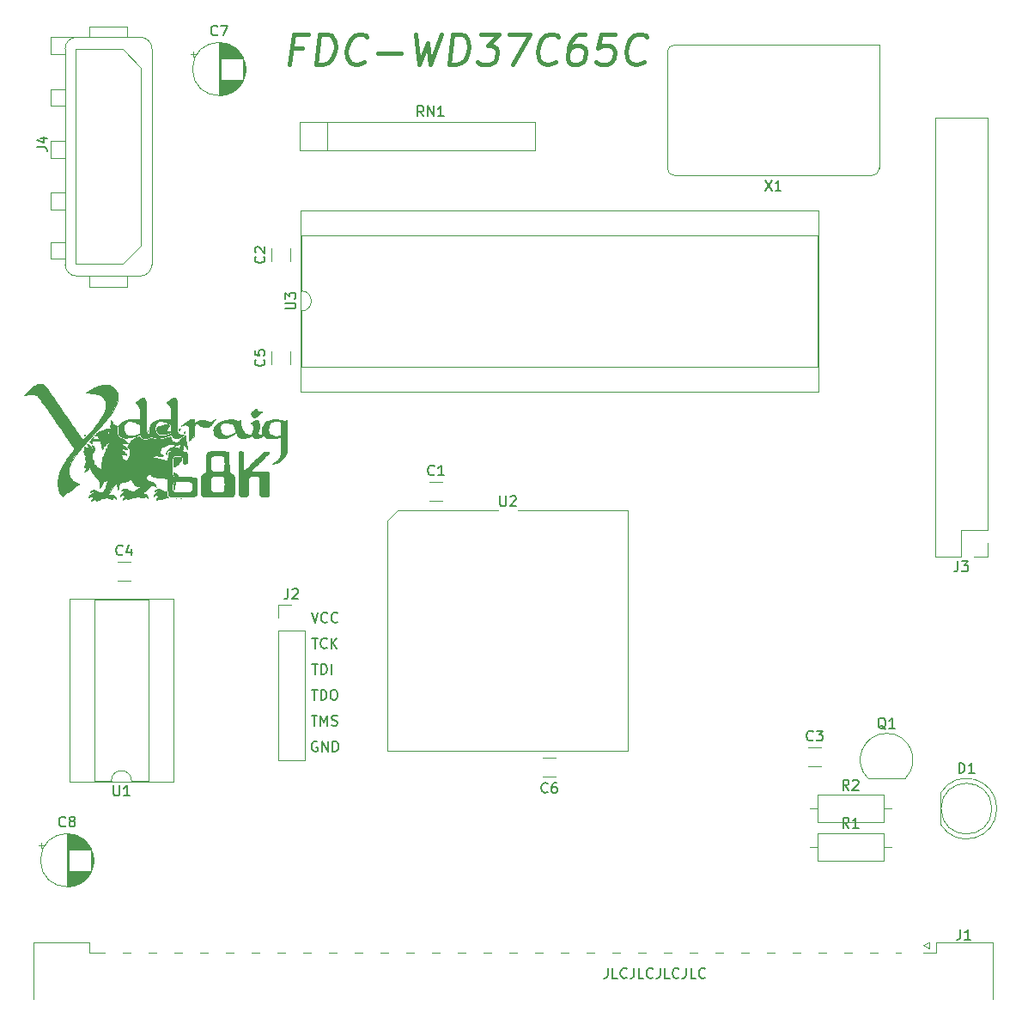
<source format=gto>
G04 #@! TF.GenerationSoftware,KiCad,Pcbnew,(5.1.10)-1*
G04 #@! TF.CreationDate,2021-07-30T10:31:03+01:00*
G04 #@! TF.ProjectId,FloppyDiskController,466c6f70-7079-4446-9973-6b436f6e7472,rev?*
G04 #@! TF.SameCoordinates,Original*
G04 #@! TF.FileFunction,Legend,Top*
G04 #@! TF.FilePolarity,Positive*
%FSLAX46Y46*%
G04 Gerber Fmt 4.6, Leading zero omitted, Abs format (unit mm)*
G04 Created by KiCad (PCBNEW (5.1.10)-1) date 2021-07-30 10:31:03*
%MOMM*%
%LPD*%
G01*
G04 APERTURE LIST*
%ADD10C,0.150000*%
%ADD11C,0.400000*%
%ADD12C,0.120000*%
%ADD13C,0.010000*%
%ADD14O,1.600000X1.600000*%
%ADD15R,1.600000X1.600000*%
%ADD16C,1.550000*%
%ADD17C,2.850000*%
%ADD18O,1.700000X1.700000*%
%ADD19R,1.700000X1.700000*%
%ADD20C,2.780000*%
%ADD21R,2.780000X2.780000*%
%ADD22C,1.600000*%
%ADD23C,1.422400*%
%ADD24R,1.422400X1.422400*%
%ADD25R,1.300000X1.300000*%
%ADD26C,1.300000*%
%ADD27C,1.800000*%
%ADD28R,1.800000X1.800000*%
G04 APERTURE END LIST*
D10*
X154130952Y-126960380D02*
X154130952Y-127674666D01*
X154083333Y-127817523D01*
X153988095Y-127912761D01*
X153845238Y-127960380D01*
X153750000Y-127960380D01*
X155083333Y-127960380D02*
X154607142Y-127960380D01*
X154607142Y-126960380D01*
X155988095Y-127865142D02*
X155940476Y-127912761D01*
X155797619Y-127960380D01*
X155702380Y-127960380D01*
X155559523Y-127912761D01*
X155464285Y-127817523D01*
X155416666Y-127722285D01*
X155369047Y-127531809D01*
X155369047Y-127388952D01*
X155416666Y-127198476D01*
X155464285Y-127103238D01*
X155559523Y-127008000D01*
X155702380Y-126960380D01*
X155797619Y-126960380D01*
X155940476Y-127008000D01*
X155988095Y-127055619D01*
X156702380Y-126960380D02*
X156702380Y-127674666D01*
X156654761Y-127817523D01*
X156559523Y-127912761D01*
X156416666Y-127960380D01*
X156321428Y-127960380D01*
X157654761Y-127960380D02*
X157178571Y-127960380D01*
X157178571Y-126960380D01*
X158559523Y-127865142D02*
X158511904Y-127912761D01*
X158369047Y-127960380D01*
X158273809Y-127960380D01*
X158130952Y-127912761D01*
X158035714Y-127817523D01*
X157988095Y-127722285D01*
X157940476Y-127531809D01*
X157940476Y-127388952D01*
X157988095Y-127198476D01*
X158035714Y-127103238D01*
X158130952Y-127008000D01*
X158273809Y-126960380D01*
X158369047Y-126960380D01*
X158511904Y-127008000D01*
X158559523Y-127055619D01*
X159273809Y-126960380D02*
X159273809Y-127674666D01*
X159226190Y-127817523D01*
X159130952Y-127912761D01*
X158988095Y-127960380D01*
X158892857Y-127960380D01*
X160226190Y-127960380D02*
X159750000Y-127960380D01*
X159750000Y-126960380D01*
X161130952Y-127865142D02*
X161083333Y-127912761D01*
X160940476Y-127960380D01*
X160845238Y-127960380D01*
X160702380Y-127912761D01*
X160607142Y-127817523D01*
X160559523Y-127722285D01*
X160511904Y-127531809D01*
X160511904Y-127388952D01*
X160559523Y-127198476D01*
X160607142Y-127103238D01*
X160702380Y-127008000D01*
X160845238Y-126960380D01*
X160940476Y-126960380D01*
X161083333Y-127008000D01*
X161130952Y-127055619D01*
X161845238Y-126960380D02*
X161845238Y-127674666D01*
X161797619Y-127817523D01*
X161702380Y-127912761D01*
X161559523Y-127960380D01*
X161464285Y-127960380D01*
X162797619Y-127960380D02*
X162321428Y-127960380D01*
X162321428Y-126960380D01*
X163702380Y-127865142D02*
X163654761Y-127912761D01*
X163511904Y-127960380D01*
X163416666Y-127960380D01*
X163273809Y-127912761D01*
X163178571Y-127817523D01*
X163130952Y-127722285D01*
X163083333Y-127531809D01*
X163083333Y-127388952D01*
X163130952Y-127198476D01*
X163178571Y-127103238D01*
X163273809Y-127008000D01*
X163416666Y-126960380D01*
X163511904Y-126960380D01*
X163654761Y-127008000D01*
X163702380Y-127055619D01*
X125476095Y-104656000D02*
X125380857Y-104608380D01*
X125238000Y-104608380D01*
X125095142Y-104656000D01*
X124999904Y-104751238D01*
X124952285Y-104846476D01*
X124904666Y-105036952D01*
X124904666Y-105179809D01*
X124952285Y-105370285D01*
X124999904Y-105465523D01*
X125095142Y-105560761D01*
X125238000Y-105608380D01*
X125333238Y-105608380D01*
X125476095Y-105560761D01*
X125523714Y-105513142D01*
X125523714Y-105179809D01*
X125333238Y-105179809D01*
X125952285Y-105608380D02*
X125952285Y-104608380D01*
X126523714Y-105608380D01*
X126523714Y-104608380D01*
X126999904Y-105608380D02*
X126999904Y-104608380D01*
X127238000Y-104608380D01*
X127380857Y-104656000D01*
X127476095Y-104751238D01*
X127523714Y-104846476D01*
X127571333Y-105036952D01*
X127571333Y-105179809D01*
X127523714Y-105370285D01*
X127476095Y-105465523D01*
X127380857Y-105560761D01*
X127238000Y-105608380D01*
X126999904Y-105608380D01*
X124904666Y-102068380D02*
X125476095Y-102068380D01*
X125190380Y-103068380D02*
X125190380Y-102068380D01*
X125809428Y-103068380D02*
X125809428Y-102068380D01*
X126142761Y-102782666D01*
X126476095Y-102068380D01*
X126476095Y-103068380D01*
X126904666Y-103020761D02*
X127047523Y-103068380D01*
X127285619Y-103068380D01*
X127380857Y-103020761D01*
X127428476Y-102973142D01*
X127476095Y-102877904D01*
X127476095Y-102782666D01*
X127428476Y-102687428D01*
X127380857Y-102639809D01*
X127285619Y-102592190D01*
X127095142Y-102544571D01*
X126999904Y-102496952D01*
X126952285Y-102449333D01*
X126904666Y-102354095D01*
X126904666Y-102258857D01*
X126952285Y-102163619D01*
X126999904Y-102116000D01*
X127095142Y-102068380D01*
X127333238Y-102068380D01*
X127476095Y-102116000D01*
X124928476Y-99528380D02*
X125499904Y-99528380D01*
X125214190Y-100528380D02*
X125214190Y-99528380D01*
X125833238Y-100528380D02*
X125833238Y-99528380D01*
X126071333Y-99528380D01*
X126214190Y-99576000D01*
X126309428Y-99671238D01*
X126357047Y-99766476D01*
X126404666Y-99956952D01*
X126404666Y-100099809D01*
X126357047Y-100290285D01*
X126309428Y-100385523D01*
X126214190Y-100480761D01*
X126071333Y-100528380D01*
X125833238Y-100528380D01*
X127023714Y-99528380D02*
X127214190Y-99528380D01*
X127309428Y-99576000D01*
X127404666Y-99671238D01*
X127452285Y-99861714D01*
X127452285Y-100195047D01*
X127404666Y-100385523D01*
X127309428Y-100480761D01*
X127214190Y-100528380D01*
X127023714Y-100528380D01*
X126928476Y-100480761D01*
X126833238Y-100385523D01*
X126785619Y-100195047D01*
X126785619Y-99861714D01*
X126833238Y-99671238D01*
X126928476Y-99576000D01*
X127023714Y-99528380D01*
X124960190Y-96988380D02*
X125531619Y-96988380D01*
X125245904Y-97988380D02*
X125245904Y-96988380D01*
X125864952Y-97988380D02*
X125864952Y-96988380D01*
X126103047Y-96988380D01*
X126245904Y-97036000D01*
X126341142Y-97131238D01*
X126388761Y-97226476D01*
X126436380Y-97416952D01*
X126436380Y-97559809D01*
X126388761Y-97750285D01*
X126341142Y-97845523D01*
X126245904Y-97940761D01*
X126103047Y-97988380D01*
X125864952Y-97988380D01*
X126864952Y-97988380D02*
X126864952Y-96988380D01*
X124952285Y-94448380D02*
X125523714Y-94448380D01*
X125238000Y-95448380D02*
X125238000Y-94448380D01*
X126428476Y-95353142D02*
X126380857Y-95400761D01*
X126238000Y-95448380D01*
X126142761Y-95448380D01*
X125999904Y-95400761D01*
X125904666Y-95305523D01*
X125857047Y-95210285D01*
X125809428Y-95019809D01*
X125809428Y-94876952D01*
X125857047Y-94686476D01*
X125904666Y-94591238D01*
X125999904Y-94496000D01*
X126142761Y-94448380D01*
X126238000Y-94448380D01*
X126380857Y-94496000D01*
X126428476Y-94543619D01*
X126857047Y-95448380D02*
X126857047Y-94448380D01*
X127428476Y-95448380D02*
X126999904Y-94876952D01*
X127428476Y-94448380D02*
X126857047Y-95019809D01*
X124904666Y-91908380D02*
X125238000Y-92908380D01*
X125571333Y-91908380D01*
X126476095Y-92813142D02*
X126428476Y-92860761D01*
X126285619Y-92908380D01*
X126190380Y-92908380D01*
X126047523Y-92860761D01*
X125952285Y-92765523D01*
X125904666Y-92670285D01*
X125857047Y-92479809D01*
X125857047Y-92336952D01*
X125904666Y-92146476D01*
X125952285Y-92051238D01*
X126047523Y-91956000D01*
X126190380Y-91908380D01*
X126285619Y-91908380D01*
X126428476Y-91956000D01*
X126476095Y-92003619D01*
X127476095Y-92813142D02*
X127428476Y-92860761D01*
X127285619Y-92908380D01*
X127190380Y-92908380D01*
X127047523Y-92860761D01*
X126952285Y-92765523D01*
X126904666Y-92670285D01*
X126857047Y-92479809D01*
X126857047Y-92336952D01*
X126904666Y-92146476D01*
X126952285Y-92051238D01*
X127047523Y-91956000D01*
X127190380Y-91908380D01*
X127285619Y-91908380D01*
X127428476Y-91956000D01*
X127476095Y-92003619D01*
D11*
X123968392Y-36335714D02*
X122968392Y-36335714D01*
X122771964Y-37907142D02*
X123146964Y-34907142D01*
X124575535Y-34907142D01*
X125343392Y-37907142D02*
X125718392Y-34907142D01*
X126432678Y-34907142D01*
X126843392Y-35050000D01*
X127093392Y-35335714D01*
X127200535Y-35621428D01*
X127271964Y-36192857D01*
X127218392Y-36621428D01*
X127004107Y-37192857D01*
X126825535Y-37478571D01*
X126504107Y-37764285D01*
X126057678Y-37907142D01*
X125343392Y-37907142D01*
X130093392Y-37621428D02*
X129932678Y-37764285D01*
X129486250Y-37907142D01*
X129200535Y-37907142D01*
X128789821Y-37764285D01*
X128539821Y-37478571D01*
X128432678Y-37192857D01*
X128361250Y-36621428D01*
X128414821Y-36192857D01*
X128629107Y-35621428D01*
X128807678Y-35335714D01*
X129129107Y-35050000D01*
X129575535Y-34907142D01*
X129861250Y-34907142D01*
X130271964Y-35050000D01*
X130396964Y-35192857D01*
X131486250Y-36764285D02*
X133771964Y-36764285D01*
X135146964Y-34907142D02*
X135486250Y-37907142D01*
X136325535Y-35764285D01*
X136629107Y-37907142D01*
X137718392Y-34907142D01*
X138486250Y-37907142D02*
X138861250Y-34907142D01*
X139575535Y-34907142D01*
X139986250Y-35050000D01*
X140236250Y-35335714D01*
X140343392Y-35621428D01*
X140414821Y-36192857D01*
X140361250Y-36621428D01*
X140146964Y-37192857D01*
X139968392Y-37478571D01*
X139646964Y-37764285D01*
X139200535Y-37907142D01*
X138486250Y-37907142D01*
X141575535Y-34907142D02*
X143432678Y-34907142D01*
X142289821Y-36050000D01*
X142718392Y-36050000D01*
X142986250Y-36192857D01*
X143111250Y-36335714D01*
X143218392Y-36621428D01*
X143129107Y-37335714D01*
X142950535Y-37621428D01*
X142789821Y-37764285D01*
X142486250Y-37907142D01*
X141629107Y-37907142D01*
X141361250Y-37764285D01*
X141236250Y-37621428D01*
X144432678Y-34907142D02*
X146432678Y-34907142D01*
X144771964Y-37907142D01*
X148950535Y-37621428D02*
X148789821Y-37764285D01*
X148343392Y-37907142D01*
X148057678Y-37907142D01*
X147646964Y-37764285D01*
X147396964Y-37478571D01*
X147289821Y-37192857D01*
X147218392Y-36621428D01*
X147271964Y-36192857D01*
X147486250Y-35621428D01*
X147664821Y-35335714D01*
X147986250Y-35050000D01*
X148432678Y-34907142D01*
X148718392Y-34907142D01*
X149129107Y-35050000D01*
X149254107Y-35192857D01*
X151861250Y-34907142D02*
X151289821Y-34907142D01*
X150986250Y-35050000D01*
X150825535Y-35192857D01*
X150486250Y-35621428D01*
X150271964Y-36192857D01*
X150129107Y-37335714D01*
X150236250Y-37621428D01*
X150361250Y-37764285D01*
X150629107Y-37907142D01*
X151200535Y-37907142D01*
X151504107Y-37764285D01*
X151664821Y-37621428D01*
X151843392Y-37335714D01*
X151932678Y-36621428D01*
X151825535Y-36335714D01*
X151700535Y-36192857D01*
X151432678Y-36050000D01*
X150861250Y-36050000D01*
X150557678Y-36192857D01*
X150396964Y-36335714D01*
X150218392Y-36621428D01*
X154861250Y-34907142D02*
X153432678Y-34907142D01*
X153111250Y-36335714D01*
X153271964Y-36192857D01*
X153575535Y-36050000D01*
X154289821Y-36050000D01*
X154557678Y-36192857D01*
X154682678Y-36335714D01*
X154789821Y-36621428D01*
X154700535Y-37335714D01*
X154521964Y-37621428D01*
X154361250Y-37764285D01*
X154057678Y-37907142D01*
X153343392Y-37907142D01*
X153075535Y-37764285D01*
X152950535Y-37621428D01*
X157664821Y-37621428D02*
X157504107Y-37764285D01*
X157057678Y-37907142D01*
X156771964Y-37907142D01*
X156361250Y-37764285D01*
X156111250Y-37478571D01*
X156004107Y-37192857D01*
X155932678Y-36621428D01*
X155986250Y-36192857D01*
X156200535Y-35621428D01*
X156379107Y-35335714D01*
X156700535Y-35050000D01*
X157146964Y-34907142D01*
X157432678Y-34907142D01*
X157843392Y-35050000D01*
X157968392Y-35192857D01*
D12*
X123832000Y-52264000D02*
X123832000Y-70164000D01*
X174872000Y-52264000D02*
X123832000Y-52264000D01*
X174872000Y-70164000D02*
X174872000Y-52264000D01*
X123832000Y-70164000D02*
X174872000Y-70164000D01*
X123892000Y-54754000D02*
X123892000Y-60214000D01*
X174812000Y-54754000D02*
X123892000Y-54754000D01*
X174812000Y-67674000D02*
X174812000Y-54754000D01*
X123892000Y-67674000D02*
X174812000Y-67674000D01*
X123892000Y-62214000D02*
X123892000Y-67674000D01*
X123892000Y-60214000D02*
G75*
G02*
X123892000Y-62214000I0J-1000000D01*
G01*
X101032000Y-108578000D02*
X111312000Y-108578000D01*
X101032000Y-90558000D02*
X101032000Y-108578000D01*
X111312000Y-90558000D02*
X101032000Y-90558000D01*
X111312000Y-108578000D02*
X111312000Y-90558000D01*
X103522000Y-108518000D02*
X105172000Y-108518000D01*
X103522000Y-90618000D02*
X103522000Y-108518000D01*
X108822000Y-90618000D02*
X103522000Y-90618000D01*
X108822000Y-108518000D02*
X108822000Y-90618000D01*
X107172000Y-108518000D02*
X108822000Y-108518000D01*
X105172000Y-108518000D02*
G75*
G02*
X107172000Y-108518000I1000000J0D01*
G01*
X185845000Y-124414000D02*
X185245000Y-124714000D01*
X185845000Y-125014000D02*
X185845000Y-124414000D01*
X185245000Y-124714000D02*
X185845000Y-125014000D01*
X104540000Y-125454000D02*
X103040000Y-125454000D01*
X107080000Y-125454000D02*
X106279000Y-125454000D01*
X109620000Y-125454000D02*
X108819000Y-125454000D01*
X112160000Y-125454000D02*
X111359000Y-125454000D01*
X114700000Y-125454000D02*
X113899000Y-125454000D01*
X117240000Y-125454000D02*
X116439000Y-125454000D01*
X119780000Y-125454000D02*
X118979000Y-125454000D01*
X122320000Y-125454000D02*
X121519000Y-125454000D01*
X124860000Y-125454000D02*
X124059000Y-125454000D01*
X127400000Y-125454000D02*
X126599000Y-125454000D01*
X129940000Y-125454000D02*
X129139000Y-125454000D01*
X132480000Y-125454000D02*
X131679000Y-125454000D01*
X135020000Y-125454000D02*
X134219000Y-125454000D01*
X137560000Y-125454000D02*
X136759000Y-125454000D01*
X140100000Y-125454000D02*
X139299000Y-125454000D01*
X142640000Y-125454000D02*
X141839000Y-125454000D01*
X145180000Y-125454000D02*
X144379000Y-125454000D01*
X147720000Y-125454000D02*
X146919000Y-125454000D01*
X150260000Y-125454000D02*
X149459000Y-125454000D01*
X152800000Y-125454000D02*
X151999000Y-125454000D01*
X155340000Y-125454000D02*
X154539000Y-125454000D01*
X157880000Y-125454000D02*
X157079000Y-125454000D01*
X160420000Y-125454000D02*
X159619000Y-125454000D01*
X162960000Y-125454000D02*
X162159000Y-125454000D01*
X165500000Y-125454000D02*
X164699000Y-125454000D01*
X168040000Y-125454000D02*
X167239000Y-125454000D01*
X170580000Y-125454000D02*
X169779000Y-125454000D01*
X173120000Y-125454000D02*
X172319000Y-125454000D01*
X175660000Y-125454000D02*
X174859000Y-125454000D01*
X178200000Y-125454000D02*
X177399000Y-125454000D01*
X180740000Y-125454000D02*
X179939000Y-125454000D01*
X183055000Y-125454000D02*
X182479000Y-125454000D01*
X186521000Y-125454000D02*
X185245000Y-125454000D01*
X103040000Y-124454000D02*
X103040000Y-125454000D01*
X97520000Y-124454000D02*
X103040000Y-124454000D01*
X97520000Y-130014000D02*
X97520000Y-124454000D01*
X186520000Y-124454000D02*
X186520000Y-125454000D01*
X192040000Y-124454000D02*
X186520000Y-124454000D01*
X192040000Y-130014000D02*
X192040000Y-124454000D01*
D13*
G36*
X105145156Y-72969056D02*
G01*
X105181974Y-73010855D01*
X105220826Y-73070503D01*
X105257733Y-73141170D01*
X105288081Y-73214259D01*
X105317764Y-73290176D01*
X105346675Y-73344993D01*
X105379398Y-73382438D01*
X105420519Y-73406239D01*
X105474625Y-73420126D01*
X105546300Y-73427825D01*
X105551190Y-73428167D01*
X105597960Y-73432001D01*
X105633054Y-73436072D01*
X105650429Y-73439643D01*
X105651300Y-73440412D01*
X105644452Y-73453039D01*
X105627404Y-73477841D01*
X105621262Y-73486222D01*
X105603918Y-73514798D01*
X105585614Y-73552860D01*
X105569179Y-73593193D01*
X105557444Y-73628584D01*
X105553237Y-73651819D01*
X105554531Y-73656364D01*
X105566535Y-73652066D01*
X105594812Y-73636597D01*
X105634421Y-73612752D01*
X105658626Y-73597476D01*
X105702237Y-73570253D01*
X105737105Y-73549840D01*
X105758310Y-73539049D01*
X105762340Y-73538207D01*
X105761663Y-73551633D01*
X105756420Y-73584538D01*
X105747533Y-73631601D01*
X105738749Y-73674316D01*
X105724665Y-73759064D01*
X105714926Y-73856129D01*
X105709607Y-73959137D01*
X105708780Y-74061716D01*
X105712517Y-74157490D01*
X105720891Y-74240088D01*
X105731663Y-74295000D01*
X105772968Y-74415957D01*
X105828152Y-74518253D01*
X105899291Y-74603988D01*
X105988461Y-74675259D01*
X106097739Y-74734166D01*
X106207307Y-74775862D01*
X106284020Y-74808303D01*
X106370783Y-74857364D01*
X106462636Y-74919174D01*
X106554618Y-74989863D01*
X106641769Y-75065561D01*
X106719129Y-75142398D01*
X106781737Y-75216502D01*
X106794366Y-75233951D01*
X106812105Y-75260616D01*
X106815365Y-75270923D01*
X106804831Y-75268889D01*
X106799996Y-75266868D01*
X106726357Y-75241078D01*
X106641912Y-75223502D01*
X106541950Y-75213421D01*
X106429621Y-75210132D01*
X106351888Y-75210317D01*
X106296102Y-75212778D01*
X106258817Y-75219277D01*
X106236584Y-75231578D01*
X106225957Y-75251444D01*
X106223487Y-75280638D01*
X106225268Y-75314660D01*
X106227789Y-75338099D01*
X106233864Y-75356670D01*
X106247187Y-75374359D01*
X106271449Y-75395157D01*
X106310344Y-75423051D01*
X106351818Y-75451352D01*
X106407341Y-75490015D01*
X106461126Y-75529207D01*
X106506070Y-75563664D01*
X106529618Y-75583156D01*
X106570878Y-75622551D01*
X106618077Y-75672265D01*
X106665737Y-75726033D01*
X106708385Y-75777586D01*
X106740545Y-75820659D01*
X106750010Y-75835392D01*
X106764310Y-75860710D01*
X106765249Y-75869131D01*
X106752596Y-75865502D01*
X106748641Y-75863852D01*
X106663883Y-75834549D01*
X106567136Y-75811512D01*
X106464995Y-75795447D01*
X106364052Y-75787062D01*
X106270902Y-75787062D01*
X106192139Y-75796155D01*
X106168825Y-75801719D01*
X106151843Y-75816825D01*
X106146600Y-75851218D01*
X106148410Y-75873337D01*
X106156618Y-75891704D01*
X106175388Y-75911065D01*
X106208883Y-75936165D01*
X106239562Y-75957156D01*
X106350744Y-76035706D01*
X106442400Y-76108714D01*
X106518672Y-76179855D01*
X106583703Y-76252805D01*
X106607882Y-76283828D01*
X106641215Y-76329175D01*
X106667386Y-76366579D01*
X106683487Y-76391758D01*
X106687078Y-76400355D01*
X106673908Y-76398332D01*
X106647842Y-76387180D01*
X106643582Y-76385020D01*
X106581395Y-76361026D01*
X106499722Y-76342014D01*
X106404161Y-76328972D01*
X106300311Y-76322889D01*
X106290684Y-76322715D01*
X106233114Y-76322556D01*
X106185277Y-76323702D01*
X106152652Y-76325940D01*
X106140954Y-76328563D01*
X106139472Y-76343956D01*
X106142982Y-76377322D01*
X106150727Y-76421895D01*
X106152174Y-76428969D01*
X106189912Y-76556606D01*
X106246099Y-76667490D01*
X106320127Y-76760894D01*
X106411384Y-76836095D01*
X106519259Y-76892367D01*
X106552692Y-76904745D01*
X106614508Y-76925381D01*
X106657922Y-76936547D01*
X106688708Y-76936559D01*
X106712642Y-76923733D01*
X106735498Y-76896384D01*
X106763052Y-76852827D01*
X106770046Y-76841350D01*
X106824361Y-76743203D01*
X106876900Y-76631778D01*
X106923659Y-76516565D01*
X106960634Y-76407052D01*
X106974133Y-76357677D01*
X106993393Y-76252133D01*
X107001851Y-76140293D01*
X106999916Y-76028015D01*
X106988002Y-75921157D01*
X106966519Y-75825575D01*
X106935880Y-75747127D01*
X106930521Y-75737202D01*
X106905452Y-75702721D01*
X106868334Y-75662796D01*
X106832400Y-75630478D01*
X106797256Y-75600481D01*
X106771056Y-75575331D01*
X106759232Y-75560260D01*
X106759118Y-75559875D01*
X106763176Y-75540429D01*
X106778405Y-75504080D01*
X106802386Y-75455381D01*
X106832698Y-75398888D01*
X106866921Y-75339153D01*
X106902635Y-75280732D01*
X106928513Y-75241150D01*
X106983305Y-75165573D01*
X107046528Y-75087250D01*
X107114983Y-75009386D01*
X107185468Y-74935183D01*
X107254783Y-74867847D01*
X107319726Y-74810581D01*
X107377095Y-74766590D01*
X107423691Y-74739077D01*
X107434446Y-74734736D01*
X107485864Y-74717287D01*
X107548087Y-74696798D01*
X107616987Y-74674558D01*
X107688435Y-74651855D01*
X107758304Y-74629977D01*
X107822464Y-74610212D01*
X107876789Y-74593849D01*
X107917148Y-74582175D01*
X107939415Y-74576478D01*
X107942454Y-74576229D01*
X107950824Y-74588222D01*
X107969515Y-74615617D01*
X107994663Y-74652748D01*
X107997500Y-74656950D01*
X108044511Y-74721478D01*
X108088262Y-74768455D01*
X108135246Y-74803781D01*
X108191300Y-74833060D01*
X108304202Y-74870556D01*
X108429153Y-74887631D01*
X108563408Y-74884511D01*
X108704220Y-74861423D01*
X108848844Y-74818592D01*
X108967730Y-74769191D01*
X109024183Y-74743071D01*
X109063177Y-74726776D01*
X109090041Y-74718916D01*
X109110105Y-74718103D01*
X109128701Y-74722944D01*
X109135299Y-74725496D01*
X109253377Y-74768941D01*
X109363901Y-74800031D01*
X109476730Y-74820925D01*
X109601724Y-74833783D01*
X109641160Y-74836289D01*
X109822562Y-74837933D01*
X110015910Y-74822848D01*
X110222577Y-74790797D01*
X110443940Y-74741542D01*
X110681373Y-74674846D01*
X110804848Y-74635446D01*
X110870506Y-74614082D01*
X110927148Y-74596324D01*
X110970659Y-74583408D01*
X110996926Y-74576569D01*
X111002814Y-74575981D01*
X111043996Y-74632308D01*
X111069550Y-74680179D01*
X111082775Y-74728081D01*
X111086970Y-74784498D01*
X111087024Y-74792588D01*
X111099219Y-74895384D01*
X111135768Y-74991907D01*
X111182374Y-75064772D01*
X111212660Y-75104480D01*
X111391080Y-75113672D01*
X111462124Y-75117644D01*
X111511577Y-75121442D01*
X111543233Y-75125736D01*
X111560886Y-75131196D01*
X111568330Y-75138493D01*
X111569500Y-75145177D01*
X111559566Y-75178000D01*
X111533886Y-75216514D01*
X111498634Y-75253585D01*
X111459990Y-75282079D01*
X111444299Y-75289748D01*
X111397605Y-75302969D01*
X111331847Y-75314212D01*
X111253322Y-75322936D01*
X111168327Y-75328600D01*
X111083156Y-75330662D01*
X111004107Y-75328581D01*
X110997362Y-75328162D01*
X110936420Y-75324974D01*
X110891389Y-75325547D01*
X110852929Y-75330935D01*
X110811695Y-75342189D01*
X110780695Y-75352555D01*
X110606684Y-75417190D01*
X110456953Y-75482622D01*
X110330382Y-75549586D01*
X110225851Y-75618814D01*
X110142241Y-75691041D01*
X110078432Y-75767001D01*
X110036620Y-75840006D01*
X110010090Y-75918525D01*
X109992178Y-76018014D01*
X109983379Y-76135378D01*
X109982557Y-76177961D01*
X109981890Y-76212250D01*
X109982602Y-76236707D01*
X109987979Y-76255129D01*
X110001306Y-76271312D01*
X110025867Y-76289052D01*
X110064947Y-76312145D01*
X110121831Y-76344388D01*
X110131170Y-76349716D01*
X110174566Y-76375415D01*
X110213308Y-76399888D01*
X110235158Y-76415030D01*
X110266066Y-76438578D01*
X110187895Y-76478039D01*
X110125170Y-76504109D01*
X110062227Y-76517351D01*
X109994089Y-76517645D01*
X109915784Y-76504871D01*
X109822337Y-76478910D01*
X109790497Y-76468496D01*
X109644635Y-76419493D01*
X109530742Y-76454119D01*
X109448267Y-76481013D01*
X109368931Y-76510219D01*
X109296291Y-76540094D01*
X109233905Y-76568997D01*
X109185329Y-76595286D01*
X109154121Y-76617318D01*
X109143800Y-76632732D01*
X109155257Y-76639376D01*
X109184686Y-76643825D01*
X109210475Y-76644902D01*
X109275496Y-76648513D01*
X109360489Y-76658121D01*
X109460969Y-76672861D01*
X109572451Y-76691866D01*
X109690452Y-76714270D01*
X109810488Y-76739207D01*
X109928074Y-76765811D01*
X110038726Y-76793217D01*
X110137960Y-76820557D01*
X110170151Y-76830255D01*
X110286480Y-76865203D01*
X110384900Y-76892262D01*
X110471117Y-76912896D01*
X110550835Y-76928574D01*
X110556675Y-76929584D01*
X110604300Y-76937750D01*
X110604300Y-77821184D01*
X110604260Y-77993135D01*
X110604114Y-78141393D01*
X110603822Y-78267668D01*
X110603347Y-78373665D01*
X110602648Y-78461093D01*
X110601686Y-78531659D01*
X110600423Y-78587072D01*
X110598818Y-78629038D01*
X110596833Y-78659266D01*
X110594429Y-78679463D01*
X110591567Y-78691337D01*
X110588206Y-78696595D01*
X110584309Y-78696945D01*
X110584211Y-78696908D01*
X110559920Y-78692287D01*
X110521798Y-78689535D01*
X110503168Y-78689200D01*
X110461036Y-78686236D01*
X110431322Y-78673995D01*
X110403332Y-78649430D01*
X110364450Y-78609661D01*
X110312668Y-78630380D01*
X110231007Y-78650391D01*
X110150148Y-78645136D01*
X110071192Y-78614750D01*
X110043664Y-78597833D01*
X110024371Y-78586074D01*
X110007338Y-78582487D01*
X109984892Y-78587892D01*
X109949358Y-78603111D01*
X109935714Y-78609383D01*
X109854118Y-78636535D01*
X109769903Y-78646027D01*
X109688541Y-78638501D01*
X109615506Y-78614596D01*
X109556270Y-78574956D01*
X109545121Y-78563623D01*
X109530746Y-78550438D01*
X109513141Y-78543205D01*
X109485856Y-78540946D01*
X109442437Y-78542681D01*
X109418121Y-78544345D01*
X109318110Y-78543011D01*
X109234756Y-78522985D01*
X109166919Y-78483692D01*
X109113455Y-78424559D01*
X109087242Y-78378139D01*
X109067189Y-78338824D01*
X109050860Y-78317714D01*
X109032710Y-78309365D01*
X109016005Y-78308200D01*
X108982622Y-78302420D01*
X108939736Y-78287674D01*
X108915807Y-78276757D01*
X108853759Y-78245315D01*
X108758470Y-78346608D01*
X108678250Y-78442008D01*
X108622414Y-78531662D01*
X108590993Y-78615420D01*
X108584020Y-78693134D01*
X108601528Y-78764653D01*
X108643548Y-78829828D01*
X108652453Y-78839559D01*
X108688679Y-78872128D01*
X108732698Y-78900521D01*
X108788463Y-78926469D01*
X108859922Y-78951705D01*
X108951027Y-78977958D01*
X108993579Y-78989061D01*
X109094868Y-79016411D01*
X109175742Y-79042148D01*
X109240912Y-79068380D01*
X109295087Y-79097213D01*
X109342979Y-79130755D01*
X109378777Y-79161335D01*
X109443868Y-79231148D01*
X109499167Y-79310602D01*
X109541581Y-79393778D01*
X109568011Y-79474757D01*
X109575599Y-79537671D01*
X109575599Y-79582066D01*
X109502008Y-79511872D01*
X109434779Y-79453899D01*
X109371376Y-79414070D01*
X109303808Y-79388042D01*
X109252189Y-79376156D01*
X109187214Y-79364987D01*
X109140649Y-79361441D01*
X109106009Y-79368118D01*
X109076805Y-79387619D01*
X109046550Y-79422544D01*
X109010450Y-79473060D01*
X108939764Y-79564928D01*
X108854069Y-79661048D01*
X108760496Y-79754208D01*
X108666173Y-79837196D01*
X108601293Y-79886958D01*
X108511350Y-79945795D01*
X108406543Y-80006198D01*
X108296514Y-80063053D01*
X108190905Y-80111248D01*
X108140500Y-80131351D01*
X108082616Y-80153982D01*
X108046718Y-80170633D01*
X108033307Y-80181567D01*
X108042883Y-80187047D01*
X108075948Y-80187333D01*
X108133001Y-80182688D01*
X108214544Y-80173374D01*
X108219612Y-80172748D01*
X108343174Y-80157452D01*
X108463103Y-80218584D01*
X108565217Y-80278419D01*
X108643441Y-80342291D01*
X108699175Y-80411883D01*
X108733822Y-80488876D01*
X108747621Y-80560169D01*
X108753751Y-80623970D01*
X108679984Y-80563879D01*
X108625075Y-80521078D01*
X108580612Y-80491864D01*
X108539033Y-80471908D01*
X108493232Y-80457009D01*
X108443854Y-80447894D01*
X108412872Y-80454131D01*
X108397488Y-80477075D01*
X108394500Y-80504812D01*
X108386404Y-80549484D01*
X108359946Y-80582114D01*
X108311868Y-80606593D01*
X108308122Y-80607923D01*
X108280746Y-80614650D01*
X108255456Y-80611425D01*
X108222265Y-80596347D01*
X108208922Y-80589032D01*
X108154917Y-80565452D01*
X108097712Y-80556518D01*
X108078226Y-80556100D01*
X108018465Y-80550682D01*
X107971748Y-80531452D01*
X107928503Y-80493939D01*
X107916710Y-80480714D01*
X107879348Y-80456396D01*
X107826180Y-80451642D01*
X107757563Y-80466422D01*
X107673851Y-80500704D01*
X107670663Y-80502251D01*
X107619753Y-80525834D01*
X107579597Y-80539814D01*
X107539320Y-80546707D01*
X107488042Y-80549026D01*
X107467463Y-80549213D01*
X107405062Y-80548231D01*
X107340943Y-80545144D01*
X107287940Y-80540592D01*
X107283250Y-80540018D01*
X107207050Y-80530287D01*
X107170721Y-80588270D01*
X107133002Y-80639870D01*
X107094436Y-80670772D01*
X107048000Y-80684915D01*
X106995359Y-80686638D01*
X106949327Y-80686858D01*
X106918246Y-80693638D01*
X106891977Y-80709584D01*
X106885509Y-80714855D01*
X106831682Y-80750132D01*
X106781990Y-80763393D01*
X106739095Y-80754638D01*
X106705661Y-80723869D01*
X106700221Y-80714850D01*
X106682167Y-80688647D01*
X106659345Y-80675364D01*
X106622988Y-80670860D01*
X106606552Y-80670594D01*
X106542500Y-80681343D01*
X106470922Y-80712689D01*
X106395920Y-80762647D01*
X106366942Y-80786475D01*
X106305350Y-80839907D01*
X106301424Y-80806921D01*
X106305337Y-80747219D01*
X106327732Y-80680830D01*
X106365212Y-80613970D01*
X106414381Y-80552856D01*
X106464100Y-80509143D01*
X106508037Y-80476928D01*
X106557806Y-80439944D01*
X106584589Y-80419820D01*
X106618385Y-80393748D01*
X106633889Y-80379017D01*
X106633233Y-80371872D01*
X106618553Y-80368558D01*
X106614038Y-80368015D01*
X106577416Y-80373687D01*
X106532624Y-80395609D01*
X106527721Y-80398777D01*
X106478488Y-80422121D01*
X106437474Y-80421454D01*
X106404510Y-80396741D01*
X106387900Y-80369023D01*
X106367221Y-80338276D01*
X106340623Y-80327838D01*
X106337100Y-80327712D01*
X106286994Y-80335484D01*
X106226518Y-80357448D01*
X106163642Y-80390228D01*
X106119971Y-80419678D01*
X106085725Y-80443952D01*
X106059863Y-80459227D01*
X106048504Y-80462237D01*
X106044058Y-80442335D01*
X106048881Y-80407059D01*
X106060944Y-80363784D01*
X106078216Y-80319883D01*
X106097398Y-80284621D01*
X106160029Y-80208396D01*
X106236246Y-80150971D01*
X106270019Y-80132958D01*
X106302025Y-80114441D01*
X106321570Y-80097412D01*
X106324400Y-80091148D01*
X106333398Y-80073977D01*
X106355902Y-80049665D01*
X106365341Y-80041307D01*
X106390860Y-80022077D01*
X106414525Y-80012821D01*
X106446001Y-80011302D01*
X106482816Y-80014107D01*
X106535731Y-80021607D01*
X106587953Y-80032924D01*
X106613325Y-80040515D01*
X106648665Y-80052019D01*
X106664067Y-80052421D01*
X106663159Y-80040087D01*
X106654279Y-80022100D01*
X106640010Y-80006693D01*
X106614178Y-79999902D01*
X106579499Y-79999163D01*
X106531705Y-79997978D01*
X106504069Y-79990055D01*
X106491700Y-79972859D01*
X106489500Y-79952547D01*
X106478725Y-79920858D01*
X106446870Y-79902331D01*
X106394634Y-79897060D01*
X106322719Y-79905142D01*
X106254550Y-79920478D01*
X106210556Y-79931241D01*
X106177213Y-79937944D01*
X106161066Y-79939293D01*
X106160616Y-79939054D01*
X106164014Y-79926753D01*
X106178293Y-79900723D01*
X106189381Y-79883243D01*
X106248799Y-79815679D01*
X106326228Y-79762457D01*
X106417477Y-79725576D01*
X106518359Y-79707036D01*
X106562519Y-79705200D01*
X106596861Y-79705896D01*
X106624452Y-79709632D01*
X106651205Y-79718882D01*
X106683031Y-79736118D01*
X106725845Y-79763814D01*
X106763061Y-79789070D01*
X106819630Y-79826344D01*
X106876316Y-79861397D01*
X106925570Y-79889677D01*
X106953201Y-79903753D01*
X107030741Y-79932605D01*
X107115165Y-79952703D01*
X107202190Y-79964167D01*
X107287533Y-79967115D01*
X107366911Y-79961667D01*
X107436042Y-79947942D01*
X107490641Y-79926060D01*
X107526427Y-79896141D01*
X107531827Y-79887616D01*
X107570337Y-79841798D01*
X107629311Y-79807570D01*
X107665472Y-79795480D01*
X107710454Y-79775441D01*
X107731771Y-79749688D01*
X107759853Y-79714029D01*
X107805441Y-79683632D01*
X107860645Y-79663426D01*
X107874351Y-79660656D01*
X107920525Y-79643418D01*
X107955720Y-79616956D01*
X107990805Y-79587738D01*
X108032850Y-79562060D01*
X108039829Y-79558730D01*
X108070291Y-79543401D01*
X108087935Y-79531437D01*
X108089700Y-79528640D01*
X108078418Y-79518276D01*
X108049201Y-79504943D01*
X108008990Y-79490804D01*
X107964726Y-79478019D01*
X107923350Y-79468749D01*
X107891804Y-79465155D01*
X107886500Y-79465374D01*
X107850413Y-79467540D01*
X107800429Y-79469035D01*
X107753150Y-79469511D01*
X107659061Y-79457897D01*
X107575914Y-79423558D01*
X107504565Y-79367081D01*
X107445873Y-79289053D01*
X107421769Y-79242639D01*
X107380384Y-79177511D01*
X107334990Y-79137069D01*
X107269274Y-79075746D01*
X107219285Y-78997553D01*
X107187268Y-78907147D01*
X107175468Y-78809185D01*
X107175450Y-78806228D01*
X107174254Y-78772913D01*
X107168934Y-78759871D01*
X107156516Y-78761998D01*
X107151235Y-78764685D01*
X107125664Y-78773157D01*
X107085127Y-78781416D01*
X107052810Y-78785939D01*
X107012369Y-78792249D01*
X106979479Y-78803256D01*
X106945874Y-78822944D01*
X106903285Y-78855299D01*
X106894934Y-78862040D01*
X106802050Y-78928430D01*
X106711079Y-78976211D01*
X106625413Y-79003841D01*
X106568364Y-79010399D01*
X106516706Y-79009972D01*
X106466092Y-79007960D01*
X106444432Y-79006366D01*
X106401813Y-79007456D01*
X106365242Y-79023200D01*
X106349182Y-79034432D01*
X106261111Y-79090521D01*
X106176431Y-79123194D01*
X106093047Y-79133621D01*
X106040253Y-79130285D01*
X105995357Y-79121570D01*
X105976873Y-79114571D01*
X105950442Y-79101495D01*
X105935892Y-79095624D01*
X105935598Y-79095600D01*
X105933772Y-79107521D01*
X105932213Y-79140171D01*
X105931064Y-79188879D01*
X105930468Y-79248973D01*
X105930425Y-79263875D01*
X105924034Y-79412628D01*
X105904412Y-79547825D01*
X105870107Y-79678411D01*
X105856781Y-79717900D01*
X105842843Y-79756266D01*
X105834495Y-79773224D01*
X105828963Y-79771349D01*
X105823473Y-79753215D01*
X105822580Y-79749650D01*
X105815698Y-79722024D01*
X105804362Y-79676505D01*
X105790255Y-79619847D01*
X105777693Y-79569389D01*
X105758504Y-79497368D01*
X105736611Y-79423462D01*
X105713359Y-79351339D01*
X105690093Y-79284667D01*
X105668159Y-79227115D01*
X105648901Y-79182352D01*
X105633666Y-79154046D01*
X105623797Y-79145865D01*
X105622729Y-79146767D01*
X105614868Y-79159478D01*
X105596920Y-79189531D01*
X105571611Y-79232338D01*
X105543751Y-79279750D01*
X105397714Y-79516859D01*
X105234946Y-79759226D01*
X105060643Y-79999292D01*
X104954333Y-80137000D01*
X104913508Y-80189387D01*
X104878997Y-80235062D01*
X104853604Y-80270203D01*
X104840133Y-80290990D01*
X104838705Y-80294539D01*
X104850775Y-80298124D01*
X104885030Y-80300120D01*
X104938301Y-80300485D01*
X105007419Y-80299177D01*
X105057979Y-80297463D01*
X105277459Y-80288896D01*
X105391761Y-80344528D01*
X105488828Y-80401575D01*
X105565944Y-80467791D01*
X105621725Y-80541409D01*
X105654789Y-80620665D01*
X105664000Y-80692007D01*
X105664000Y-80734490D01*
X105598076Y-80682381D01*
X105518327Y-80626313D01*
X105444788Y-80588463D01*
X105380468Y-80570265D01*
X105359622Y-80568800D01*
X105308400Y-80568800D01*
X105308400Y-80624914D01*
X105306023Y-80662156D01*
X105295111Y-80685113D01*
X105269989Y-80704736D01*
X105265625Y-80707464D01*
X105225903Y-80727207D01*
X105189162Y-80731929D01*
X105147187Y-80721355D01*
X105105200Y-80702150D01*
X105038518Y-80677306D01*
X104970778Y-80670400D01*
X104927414Y-80668800D01*
X104898248Y-80661034D01*
X104872135Y-80642654D01*
X104851323Y-80622711D01*
X104819929Y-80594099D01*
X104793101Y-80580142D01*
X104759172Y-80575961D01*
X104739529Y-80575953D01*
X104681249Y-80583529D01*
X104620353Y-80606582D01*
X104601386Y-80616230D01*
X104532583Y-80647582D01*
X104464023Y-80666584D01*
X104388671Y-80674287D01*
X104299492Y-80671740D01*
X104255778Y-80667821D01*
X104196439Y-80662035D01*
X104157362Y-80659568D01*
X104133588Y-80660749D01*
X104120155Y-80665910D01*
X104112101Y-80675380D01*
X104110892Y-80677475D01*
X104095300Y-80699418D01*
X104068846Y-80731436D01*
X104047126Y-80755789D01*
X104018278Y-80785818D01*
X103995735Y-80802081D01*
X103969809Y-80808507D01*
X103930813Y-80809024D01*
X103916732Y-80808659D01*
X103870057Y-80808802D01*
X103838170Y-80814428D01*
X103810577Y-80828582D01*
X103786692Y-80846384D01*
X103732620Y-80878072D01*
X103682048Y-80885006D01*
X103635646Y-80867099D01*
X103634825Y-80866529D01*
X103613582Y-80843643D01*
X103606600Y-80823438D01*
X103598374Y-80801325D01*
X103571755Y-80788887D01*
X103523826Y-80784828D01*
X103519836Y-80784824D01*
X103463978Y-80794452D01*
X103399577Y-80820831D01*
X103333599Y-80860595D01*
X103287151Y-80897283D01*
X103255133Y-80924735D01*
X103230814Y-80943742D01*
X103220476Y-80949800D01*
X103214618Y-80938977D01*
X103212900Y-80920355D01*
X103220624Y-80866395D01*
X103241178Y-80803661D01*
X103270630Y-80742466D01*
X103294745Y-80705661D01*
X103325797Y-80672324D01*
X103371583Y-80632154D01*
X103424956Y-80591216D01*
X103450402Y-80573587D01*
X103499245Y-80540527D01*
X103529100Y-80518634D01*
X103542403Y-80505430D01*
X103541590Y-80498439D01*
X103529098Y-80495182D01*
X103527676Y-80495010D01*
X103492829Y-80499651D01*
X103448431Y-80517719D01*
X103434803Y-80525224D01*
X103385406Y-80547070D01*
X103347405Y-80546807D01*
X103318682Y-80523832D01*
X103300350Y-80487024D01*
X103285961Y-80456478D01*
X103267289Y-80443831D01*
X103245273Y-80441810D01*
X103205927Y-80448927D01*
X103154239Y-80467796D01*
X103098025Y-80494720D01*
X103045104Y-80525999D01*
X103007137Y-80554478D01*
X102979340Y-80577834D01*
X102960043Y-80592115D01*
X102955688Y-80594200D01*
X102952620Y-80583412D01*
X102956339Y-80555752D01*
X102965104Y-80518273D01*
X102977174Y-80478027D01*
X102990806Y-80442067D01*
X102995936Y-80431183D01*
X103049004Y-80349759D01*
X103116148Y-80287829D01*
X103147563Y-80267799D01*
X103190880Y-80239426D01*
X103238752Y-80202877D01*
X103266330Y-80179148D01*
X103300393Y-80149972D01*
X103329670Y-80132820D01*
X103360887Y-80126750D01*
X103400764Y-80130821D01*
X103456026Y-80144091D01*
X103476519Y-80149700D01*
X103527092Y-80163614D01*
X103558013Y-80171407D01*
X103574115Y-80173708D01*
X103580232Y-80171145D01*
X103581200Y-80164346D01*
X103581200Y-80163307D01*
X103569967Y-80136987D01*
X103540668Y-80120037D01*
X103499900Y-80115758D01*
X103488699Y-80117052D01*
X103442375Y-80118100D01*
X103414571Y-80102592D01*
X103403687Y-80069474D01*
X103403400Y-80060868D01*
X103400248Y-80037614D01*
X103386026Y-80025373D01*
X103353635Y-80017988D01*
X103316484Y-80016859D01*
X103263749Y-80021049D01*
X103204370Y-80029266D01*
X103147289Y-80040221D01*
X103101446Y-80052622D01*
X103093415Y-80055550D01*
X103080236Y-80059121D01*
X103078502Y-80052204D01*
X103088841Y-80030353D01*
X103099765Y-80010603D01*
X103154468Y-79938061D01*
X103227258Y-79883147D01*
X103318267Y-79845787D01*
X103427630Y-79825909D01*
X103442036Y-79824692D01*
X103549450Y-79816631D01*
X103629179Y-79872040D01*
X103712864Y-79928871D01*
X103781352Y-79972157D01*
X103839069Y-80004480D01*
X103890440Y-80028425D01*
X103910989Y-80036531D01*
X103982501Y-80057008D01*
X104066760Y-80071618D01*
X104152244Y-80078934D01*
X104227430Y-80077528D01*
X104235250Y-80076701D01*
X104272200Y-80070173D01*
X104301490Y-80057632D01*
X104331602Y-80034232D01*
X104362250Y-80004166D01*
X104396747Y-79965460D01*
X104438751Y-79913368D01*
X104481995Y-79855845D01*
X104508032Y-79818979D01*
X104543684Y-79766251D01*
X104567565Y-79727521D01*
X104582460Y-79695971D01*
X104591156Y-79664782D01*
X104596437Y-79627137D01*
X104599416Y-79595320D01*
X104609325Y-79517004D01*
X104625075Y-79456493D01*
X104649361Y-79406387D01*
X104684875Y-79359286D01*
X104685615Y-79358442D01*
X104709641Y-79329156D01*
X104719718Y-79306432D01*
X104718781Y-79278708D01*
X104713127Y-79250054D01*
X104707647Y-79173195D01*
X104726022Y-79105030D01*
X104765640Y-79048292D01*
X104789439Y-79020885D01*
X104797288Y-79001171D01*
X104792211Y-78979962D01*
X104789883Y-78974670D01*
X104778541Y-78940507D01*
X104775000Y-78915843D01*
X104770362Y-78897302D01*
X104753069Y-78899243D01*
X104752775Y-78899371D01*
X104704863Y-78916042D01*
X104641389Y-78932509D01*
X104572116Y-78946671D01*
X104506811Y-78956429D01*
X104474124Y-78959269D01*
X104428682Y-78962328D01*
X104402181Y-78967344D01*
X104388174Y-78977126D01*
X104380218Y-78994487D01*
X104378192Y-79001103D01*
X104340445Y-79120356D01*
X104303088Y-79219508D01*
X104263433Y-79303675D01*
X104218795Y-79377969D01*
X104166485Y-79447503D01*
X104110693Y-79510172D01*
X104070559Y-79551650D01*
X104036966Y-79584634D01*
X104013532Y-79605689D01*
X104003964Y-79611498D01*
X104004118Y-79597524D01*
X104009026Y-79564407D01*
X104017771Y-79517761D01*
X104024754Y-79484342D01*
X104041523Y-79384152D01*
X104049821Y-79281937D01*
X104049547Y-79184849D01*
X104040600Y-79100039D01*
X104030778Y-79057181D01*
X104021874Y-79032579D01*
X104008263Y-79005522D01*
X103987950Y-78973246D01*
X103958940Y-78932985D01*
X103919240Y-78881978D01*
X103866856Y-78817459D01*
X103799793Y-78736666D01*
X103797733Y-78734201D01*
X103695415Y-78611174D01*
X103607611Y-78504186D01*
X103532005Y-78410251D01*
X103466284Y-78326382D01*
X103408131Y-78249592D01*
X103355234Y-78176893D01*
X103305277Y-78105300D01*
X103270788Y-78054200D01*
X103200986Y-77946646D01*
X103145088Y-77852901D01*
X103100686Y-77767302D01*
X103065370Y-77684187D01*
X103036733Y-77597895D01*
X103012366Y-77502764D01*
X102990089Y-77394345D01*
X102977964Y-77337231D01*
X102968016Y-77305025D01*
X102960428Y-77297314D01*
X102955381Y-77313684D01*
X102953058Y-77353723D01*
X102953642Y-77417016D01*
X102955748Y-77472183D01*
X102962678Y-77620417D01*
X102894246Y-77743944D01*
X102856984Y-77807825D01*
X102824795Y-77854206D01*
X102793057Y-77889064D01*
X102762182Y-77914693D01*
X102693258Y-77957037D01*
X102619610Y-77987403D01*
X102550107Y-78002400D01*
X102530171Y-78003400D01*
X102486968Y-78003400D01*
X102552083Y-77930375D01*
X102601330Y-77868653D01*
X102640435Y-77806739D01*
X102666733Y-77749740D01*
X102677565Y-77702762D01*
X102677275Y-77690179D01*
X102671628Y-77666627D01*
X102656693Y-77655312D01*
X102624635Y-77650576D01*
X102622196Y-77650392D01*
X102583107Y-77642812D01*
X102555968Y-77622465D01*
X102542821Y-77605156D01*
X102521216Y-77564102D01*
X102517020Y-77524450D01*
X102530630Y-77479343D01*
X102552500Y-77438250D01*
X102577839Y-77387272D01*
X102588867Y-77338788D01*
X102590383Y-77306124D01*
X102592078Y-77264908D01*
X102600091Y-77237125D01*
X102619300Y-77211929D01*
X102643051Y-77189074D01*
X102674143Y-77157747D01*
X102690183Y-77131295D01*
X102696372Y-77099263D01*
X102697338Y-77079900D01*
X102692371Y-77024331D01*
X102672290Y-76964700D01*
X102663041Y-76944712D01*
X102639682Y-76892186D01*
X102623659Y-76843055D01*
X102614647Y-76792301D01*
X102612324Y-76734901D01*
X102616367Y-76665836D01*
X102626452Y-76580085D01*
X102635510Y-76516919D01*
X102639577Y-76481918D01*
X102635254Y-76460356D01*
X102617922Y-76442521D01*
X102591474Y-76424336D01*
X102537594Y-76380798D01*
X102506300Y-76334054D01*
X102494870Y-76278722D01*
X102496671Y-76236788D01*
X102499968Y-76193615D01*
X102495921Y-76163586D01*
X102481478Y-76134809D01*
X102464090Y-76109788D01*
X102439100Y-76070553D01*
X102429571Y-76040248D01*
X102431061Y-76016683D01*
X102446975Y-75974823D01*
X102472686Y-75944770D01*
X102502309Y-75933300D01*
X102524080Y-75922283D01*
X102536816Y-75892843D01*
X102540251Y-75850399D01*
X102534115Y-75800368D01*
X102518139Y-75748167D01*
X102512161Y-75734525D01*
X102496356Y-75697832D01*
X102491772Y-75674011D01*
X102497424Y-75653660D01*
X102502636Y-75643843D01*
X102528555Y-75607917D01*
X102555580Y-75595287D01*
X102589441Y-75604646D01*
X102612981Y-75618644D01*
X102650237Y-75650024D01*
X102686716Y-75691168D01*
X102699806Y-75709749D01*
X102744015Y-75779367D01*
X102776504Y-75830097D01*
X102799252Y-75864440D01*
X102814237Y-75884897D01*
X102823439Y-75893971D01*
X102828834Y-75894161D01*
X102832403Y-75887971D01*
X102835040Y-75880729D01*
X102835589Y-75851674D01*
X102819021Y-75809624D01*
X102810950Y-75794632D01*
X102787611Y-75742107D01*
X102785209Y-75701823D01*
X102804485Y-75670618D01*
X102845923Y-75645440D01*
X102877924Y-75629825D01*
X102892078Y-75614701D01*
X102894061Y-75590975D01*
X102892084Y-75571502D01*
X102878358Y-75509738D01*
X102849763Y-75442226D01*
X102812997Y-75377575D01*
X102794059Y-75344971D01*
X102788407Y-75327145D01*
X102794803Y-75318035D01*
X102800324Y-75315525D01*
X102837263Y-75313665D01*
X102883805Y-75329169D01*
X102935059Y-75358537D01*
X102986138Y-75398272D01*
X103032153Y-75444877D01*
X103068216Y-75494851D01*
X103078598Y-75514653D01*
X103105036Y-75560177D01*
X103139595Y-75605761D01*
X103152862Y-75620109D01*
X103181857Y-75655299D01*
X103197294Y-75692620D01*
X103199669Y-75737517D01*
X103189480Y-75795436D01*
X103173910Y-75850639D01*
X103161841Y-75893720D01*
X103154926Y-75926644D01*
X103154567Y-75942644D01*
X103154782Y-75942916D01*
X103168133Y-75940713D01*
X103188101Y-75926405D01*
X103205268Y-75904617D01*
X103208906Y-75876748D01*
X103206039Y-75854077D01*
X103205156Y-75807822D01*
X103221757Y-75779621D01*
X103256528Y-75768472D01*
X103265013Y-75768200D01*
X103293764Y-75762624D01*
X103307869Y-75741371D01*
X103309628Y-75735079D01*
X103312548Y-75705455D01*
X103312398Y-75658664D01*
X103309658Y-75602688D01*
X103304805Y-75545511D01*
X103298316Y-75495116D01*
X103293867Y-75471597D01*
X103285631Y-75435344D01*
X103338025Y-75470016D01*
X103401702Y-75526781D01*
X103451868Y-75601844D01*
X103486493Y-75690848D01*
X103503548Y-75789434D01*
X103505000Y-75828489D01*
X103504338Y-75868094D01*
X103500732Y-75899597D01*
X103491751Y-75928404D01*
X103474964Y-75959925D01*
X103447940Y-75999565D01*
X103408249Y-76052734D01*
X103398304Y-76065824D01*
X103326090Y-76171312D01*
X103274949Y-76272160D01*
X103242796Y-76374158D01*
X103227544Y-76483096D01*
X103225600Y-76545077D01*
X103226456Y-76584981D01*
X103230446Y-76617700D01*
X103239701Y-76649990D01*
X103256353Y-76688605D01*
X103282533Y-76740302D01*
X103294174Y-76762419D01*
X103358265Y-76890973D01*
X103407499Y-77005718D01*
X103441301Y-77105104D01*
X103459098Y-77187581D01*
X103461554Y-77214358D01*
X103465527Y-77296362D01*
X103532888Y-77329206D01*
X103590389Y-77367136D01*
X103628370Y-77417452D01*
X103650580Y-77484948D01*
X103661175Y-77508752D01*
X103685823Y-77529557D01*
X103725234Y-77549993D01*
X103792966Y-77592676D01*
X103840870Y-77650421D01*
X103859969Y-77690591D01*
X103869310Y-77709409D01*
X103883751Y-77719423D01*
X103910447Y-77723370D01*
X103947290Y-77724000D01*
X104036119Y-77732140D01*
X104109616Y-77757375D01*
X104141960Y-77776742D01*
X104177667Y-77796780D01*
X104198104Y-77796556D01*
X104203500Y-77780644D01*
X104209013Y-77757657D01*
X104222808Y-77723779D01*
X104228675Y-77711740D01*
X104253850Y-77662392D01*
X104213096Y-77575721D01*
X104194024Y-77533019D01*
X104182062Y-77497757D01*
X104175600Y-77461426D01*
X104173029Y-77415518D01*
X104172705Y-77362050D01*
X104178566Y-77260244D01*
X104196672Y-77175994D01*
X104228773Y-77103723D01*
X104273340Y-77041652D01*
X104298600Y-77010717D01*
X104309443Y-76989801D01*
X104308395Y-76969999D01*
X104300048Y-76947410D01*
X104279191Y-76872116D01*
X104273759Y-76790683D01*
X104282470Y-76708580D01*
X104304042Y-76631280D01*
X104337193Y-76564256D01*
X104380641Y-76512978D01*
X104406095Y-76494799D01*
X104425746Y-76481021D01*
X104437349Y-76463111D01*
X104443850Y-76433752D01*
X104447795Y-76391143D01*
X104465778Y-76290019D01*
X104503534Y-76202814D01*
X104560194Y-76131434D01*
X104569938Y-76122501D01*
X104628038Y-76071360D01*
X104624538Y-75973755D01*
X104630086Y-75871331D01*
X104654936Y-75785046D01*
X104699481Y-75714077D01*
X104764115Y-75657603D01*
X104781148Y-75646996D01*
X104813889Y-75626337D01*
X104828396Y-75610855D01*
X104829034Y-75594140D01*
X104825167Y-75582386D01*
X104815140Y-75533992D01*
X104814150Y-75474579D01*
X104821680Y-75416663D01*
X104833560Y-75379671D01*
X104856759Y-75344077D01*
X104889665Y-75307911D01*
X104900235Y-75298595D01*
X104951170Y-75255879D01*
X104981521Y-75226551D01*
X104990757Y-75208413D01*
X104978348Y-75199265D01*
X104943765Y-75196907D01*
X104886476Y-75199139D01*
X104876391Y-75199705D01*
X104810896Y-75205892D01*
X104758525Y-75218232D01*
X104714146Y-75240017D01*
X104672627Y-75274538D01*
X104628838Y-75325084D01*
X104582351Y-75388263D01*
X104549407Y-75432906D01*
X104521220Y-75467329D01*
X104501114Y-75487709D01*
X104492907Y-75491187D01*
X104486546Y-75474217D01*
X104479757Y-75439781D01*
X104474627Y-75400680D01*
X104469594Y-75357954D01*
X104464738Y-75336729D01*
X104458253Y-75333185D01*
X104448333Y-75343502D01*
X104447887Y-75344086D01*
X104423477Y-75384292D01*
X104399266Y-75441414D01*
X104374306Y-75518086D01*
X104347650Y-75616941D01*
X104343100Y-75635254D01*
X104323425Y-75715267D01*
X104308645Y-75772795D01*
X104297265Y-75809936D01*
X104287792Y-75828790D01*
X104278731Y-75831455D01*
X104268588Y-75820029D01*
X104255868Y-75796610D01*
X104244432Y-75773811D01*
X104208678Y-75696912D01*
X104184283Y-75627229D01*
X104169479Y-75556540D01*
X104162500Y-75476625D01*
X104161471Y-75387877D01*
X104161966Y-75321707D01*
X104160995Y-75274420D01*
X104157431Y-75239503D01*
X104150147Y-75210442D01*
X104138015Y-75180723D01*
X104119908Y-75143832D01*
X104118889Y-75141808D01*
X104074575Y-75053812D01*
X104116812Y-75061415D01*
X104157786Y-75068444D01*
X104204959Y-75076081D01*
X104213792Y-75077455D01*
X104268534Y-75085891D01*
X104264592Y-75023820D01*
X104261106Y-74986764D01*
X104254334Y-74968817D01*
X104240522Y-74963696D01*
X104228900Y-74964045D01*
X104206411Y-74965915D01*
X104163297Y-74969711D01*
X104104227Y-74975014D01*
X104033867Y-74981404D01*
X103962200Y-74987975D01*
X103869092Y-74996032D01*
X103793507Y-75001051D01*
X103727764Y-75003143D01*
X103664184Y-75002424D01*
X103595086Y-74999007D01*
X103530400Y-74994387D01*
X103457520Y-74988365D01*
X103389264Y-74982021D01*
X103331654Y-74975965D01*
X103290718Y-74970809D01*
X103279575Y-74968988D01*
X103246863Y-74963460D01*
X103227689Y-74961459D01*
X103225600Y-74961920D01*
X103230400Y-74974168D01*
X103242849Y-75002756D01*
X103256522Y-75033240D01*
X103272246Y-75075801D01*
X103285137Y-75125194D01*
X103294510Y-75175893D01*
X103299677Y-75222377D01*
X103299954Y-75259120D01*
X103294653Y-75280598D01*
X103287630Y-75283696D01*
X103272124Y-75273130D01*
X103244279Y-75248286D01*
X103208227Y-75213447D01*
X103168097Y-75172898D01*
X103128023Y-75130923D01*
X103092135Y-75091806D01*
X103064565Y-75059829D01*
X103049445Y-75039279D01*
X103047800Y-75035019D01*
X103055828Y-75021826D01*
X103078177Y-74992861D01*
X103112248Y-74951294D01*
X103115095Y-74947932D01*
X104378311Y-74947932D01*
X104399446Y-74955672D01*
X104400350Y-74955892D01*
X104438449Y-74964090D01*
X104461152Y-74964166D01*
X104477554Y-74954721D01*
X104489741Y-74942156D01*
X104502977Y-74926380D01*
X104501670Y-74919979D01*
X104481830Y-74920775D01*
X104456785Y-74924165D01*
X104406239Y-74932595D01*
X104380328Y-74940378D01*
X104378311Y-74947932D01*
X103115095Y-74947932D01*
X103155438Y-74900296D01*
X103177415Y-74874979D01*
X104743301Y-74874979D01*
X104745265Y-74883905D01*
X104772313Y-74889651D01*
X104822178Y-74891705D01*
X104863777Y-74889887D01*
X104887763Y-74882467D01*
X104901732Y-74866960D01*
X104902582Y-74865412D01*
X104911500Y-74842927D01*
X104911222Y-74833389D01*
X104897102Y-74833451D01*
X104864949Y-74838730D01*
X104821330Y-74848116D01*
X104814978Y-74849623D01*
X104766510Y-74863382D01*
X104743301Y-74874979D01*
X103177415Y-74874979D01*
X103205146Y-74843035D01*
X103208282Y-74839466D01*
X103264861Y-74775520D01*
X103307815Y-74728320D01*
X103340007Y-74695289D01*
X103364297Y-74673848D01*
X103383547Y-74661421D01*
X103400617Y-74655429D01*
X103414657Y-74653534D01*
X103460550Y-74650119D01*
X103422331Y-74685284D01*
X103387974Y-74715815D01*
X103347824Y-74750048D01*
X103334817Y-74760814D01*
X103285523Y-74801178D01*
X103334936Y-74810723D01*
X103370374Y-74814766D01*
X103426018Y-74817767D01*
X103496692Y-74819715D01*
X103577224Y-74820599D01*
X103662438Y-74820410D01*
X103747162Y-74819135D01*
X103826220Y-74816764D01*
X103894440Y-74813287D01*
X103913444Y-74811915D01*
X103967923Y-74806607D01*
X104028904Y-74799083D01*
X104090871Y-74790225D01*
X104148310Y-74780912D01*
X104195704Y-74772025D01*
X104227538Y-74764445D01*
X104237910Y-74760123D01*
X104233542Y-74749765D01*
X104225547Y-74741988D01*
X104206200Y-74735220D01*
X104170643Y-74736003D01*
X104124850Y-74742550D01*
X104042902Y-74749083D01*
X103974658Y-74736864D01*
X103934195Y-74714849D01*
X104381300Y-74714849D01*
X104389537Y-74726004D01*
X104412464Y-74718576D01*
X104417580Y-74715493D01*
X104427269Y-74702923D01*
X104420755Y-74695887D01*
X104398995Y-74693429D01*
X104383048Y-74706729D01*
X104381300Y-74714849D01*
X103934195Y-74714849D01*
X103915379Y-74704612D01*
X103884533Y-74677521D01*
X103871557Y-74660279D01*
X104564478Y-74660279D01*
X104569034Y-74662779D01*
X104587676Y-74658701D01*
X104623448Y-74647369D01*
X104669873Y-74630895D01*
X104689684Y-74623449D01*
X104737016Y-74605082D01*
X104774529Y-74589971D01*
X104796460Y-74580461D01*
X104799644Y-74578697D01*
X104796324Y-74567287D01*
X104784316Y-74552873D01*
X104766702Y-74540248D01*
X104744493Y-74539135D01*
X104713645Y-74546856D01*
X104686451Y-74558925D01*
X104653777Y-74578870D01*
X104620431Y-74602833D01*
X104591226Y-74626960D01*
X104570972Y-74647394D01*
X104564478Y-74660279D01*
X103871557Y-74660279D01*
X103846229Y-74626628D01*
X103819661Y-74566491D01*
X103809870Y-74509586D01*
X103802934Y-74497053D01*
X103779568Y-74486745D01*
X103735788Y-74477086D01*
X103721628Y-74474661D01*
X103670750Y-74467176D01*
X103624412Y-74461922D01*
X103594628Y-74460100D01*
X103566496Y-74457482D01*
X103558226Y-74447721D01*
X103569935Y-74427955D01*
X103597075Y-74399801D01*
X103627525Y-74374835D01*
X103659364Y-74361838D01*
X103704110Y-74356273D01*
X103708200Y-74356034D01*
X103753058Y-74349596D01*
X103776345Y-74337865D01*
X103776969Y-74322997D01*
X103753840Y-74307144D01*
X103736290Y-74300552D01*
X103694531Y-74287054D01*
X103726159Y-74252927D01*
X103752002Y-74230217D01*
X103774129Y-74219041D01*
X103776587Y-74218799D01*
X103795351Y-74208238D01*
X103803201Y-74194182D01*
X103827532Y-74154456D01*
X103863391Y-74124282D01*
X104563028Y-74124282D01*
X104563886Y-74159154D01*
X104587702Y-74199828D01*
X104593499Y-74206932D01*
X104647041Y-74253425D01*
X104711461Y-74282768D01*
X104780204Y-74293469D01*
X104846714Y-74284035D01*
X104876798Y-74271452D01*
X104917808Y-74239255D01*
X104951229Y-74194313D01*
X104971656Y-74145458D01*
X104975137Y-74110850D01*
X104971850Y-74072750D01*
X104791221Y-74069228D01*
X104719433Y-74068088D01*
X104668556Y-74068253D01*
X104634118Y-74070207D01*
X104611643Y-74074430D01*
X104596658Y-74081404D01*
X104584846Y-74091453D01*
X104563028Y-74124282D01*
X103863391Y-74124282D01*
X103869944Y-74118768D01*
X103923121Y-74090879D01*
X103979746Y-74074551D01*
X104032502Y-74073547D01*
X104036428Y-74074260D01*
X104066263Y-74075943D01*
X104093333Y-74064596D01*
X104119933Y-74043596D01*
X104169758Y-74012646D01*
X104233201Y-73990838D01*
X104299254Y-73981091D01*
X104345552Y-73983749D01*
X104373351Y-73986492D01*
X104391154Y-73978041D01*
X104407971Y-73953042D01*
X104413050Y-73943630D01*
X104453161Y-73893478D01*
X104514451Y-73851144D01*
X104593338Y-73818776D01*
X104641978Y-73806202D01*
X104713872Y-73795539D01*
X104801747Y-73789442D01*
X104896570Y-73788058D01*
X104989308Y-73791531D01*
X105066624Y-73799372D01*
X105109266Y-73804720D01*
X105140708Y-73807135D01*
X105153735Y-73806198D01*
X105150716Y-73793594D01*
X105136702Y-73769351D01*
X105134089Y-73765506D01*
X105097943Y-73701067D01*
X105076220Y-73630719D01*
X105068516Y-73550416D01*
X105074429Y-73456112D01*
X105092500Y-73348850D01*
X105111964Y-73214592D01*
X105117900Y-73085133D01*
X105117900Y-72944863D01*
X105145156Y-72969056D01*
G37*
X105145156Y-72969056D02*
X105181974Y-73010855D01*
X105220826Y-73070503D01*
X105257733Y-73141170D01*
X105288081Y-73214259D01*
X105317764Y-73290176D01*
X105346675Y-73344993D01*
X105379398Y-73382438D01*
X105420519Y-73406239D01*
X105474625Y-73420126D01*
X105546300Y-73427825D01*
X105551190Y-73428167D01*
X105597960Y-73432001D01*
X105633054Y-73436072D01*
X105650429Y-73439643D01*
X105651300Y-73440412D01*
X105644452Y-73453039D01*
X105627404Y-73477841D01*
X105621262Y-73486222D01*
X105603918Y-73514798D01*
X105585614Y-73552860D01*
X105569179Y-73593193D01*
X105557444Y-73628584D01*
X105553237Y-73651819D01*
X105554531Y-73656364D01*
X105566535Y-73652066D01*
X105594812Y-73636597D01*
X105634421Y-73612752D01*
X105658626Y-73597476D01*
X105702237Y-73570253D01*
X105737105Y-73549840D01*
X105758310Y-73539049D01*
X105762340Y-73538207D01*
X105761663Y-73551633D01*
X105756420Y-73584538D01*
X105747533Y-73631601D01*
X105738749Y-73674316D01*
X105724665Y-73759064D01*
X105714926Y-73856129D01*
X105709607Y-73959137D01*
X105708780Y-74061716D01*
X105712517Y-74157490D01*
X105720891Y-74240088D01*
X105731663Y-74295000D01*
X105772968Y-74415957D01*
X105828152Y-74518253D01*
X105899291Y-74603988D01*
X105988461Y-74675259D01*
X106097739Y-74734166D01*
X106207307Y-74775862D01*
X106284020Y-74808303D01*
X106370783Y-74857364D01*
X106462636Y-74919174D01*
X106554618Y-74989863D01*
X106641769Y-75065561D01*
X106719129Y-75142398D01*
X106781737Y-75216502D01*
X106794366Y-75233951D01*
X106812105Y-75260616D01*
X106815365Y-75270923D01*
X106804831Y-75268889D01*
X106799996Y-75266868D01*
X106726357Y-75241078D01*
X106641912Y-75223502D01*
X106541950Y-75213421D01*
X106429621Y-75210132D01*
X106351888Y-75210317D01*
X106296102Y-75212778D01*
X106258817Y-75219277D01*
X106236584Y-75231578D01*
X106225957Y-75251444D01*
X106223487Y-75280638D01*
X106225268Y-75314660D01*
X106227789Y-75338099D01*
X106233864Y-75356670D01*
X106247187Y-75374359D01*
X106271449Y-75395157D01*
X106310344Y-75423051D01*
X106351818Y-75451352D01*
X106407341Y-75490015D01*
X106461126Y-75529207D01*
X106506070Y-75563664D01*
X106529618Y-75583156D01*
X106570878Y-75622551D01*
X106618077Y-75672265D01*
X106665737Y-75726033D01*
X106708385Y-75777586D01*
X106740545Y-75820659D01*
X106750010Y-75835392D01*
X106764310Y-75860710D01*
X106765249Y-75869131D01*
X106752596Y-75865502D01*
X106748641Y-75863852D01*
X106663883Y-75834549D01*
X106567136Y-75811512D01*
X106464995Y-75795447D01*
X106364052Y-75787062D01*
X106270902Y-75787062D01*
X106192139Y-75796155D01*
X106168825Y-75801719D01*
X106151843Y-75816825D01*
X106146600Y-75851218D01*
X106148410Y-75873337D01*
X106156618Y-75891704D01*
X106175388Y-75911065D01*
X106208883Y-75936165D01*
X106239562Y-75957156D01*
X106350744Y-76035706D01*
X106442400Y-76108714D01*
X106518672Y-76179855D01*
X106583703Y-76252805D01*
X106607882Y-76283828D01*
X106641215Y-76329175D01*
X106667386Y-76366579D01*
X106683487Y-76391758D01*
X106687078Y-76400355D01*
X106673908Y-76398332D01*
X106647842Y-76387180D01*
X106643582Y-76385020D01*
X106581395Y-76361026D01*
X106499722Y-76342014D01*
X106404161Y-76328972D01*
X106300311Y-76322889D01*
X106290684Y-76322715D01*
X106233114Y-76322556D01*
X106185277Y-76323702D01*
X106152652Y-76325940D01*
X106140954Y-76328563D01*
X106139472Y-76343956D01*
X106142982Y-76377322D01*
X106150727Y-76421895D01*
X106152174Y-76428969D01*
X106189912Y-76556606D01*
X106246099Y-76667490D01*
X106320127Y-76760894D01*
X106411384Y-76836095D01*
X106519259Y-76892367D01*
X106552692Y-76904745D01*
X106614508Y-76925381D01*
X106657922Y-76936547D01*
X106688708Y-76936559D01*
X106712642Y-76923733D01*
X106735498Y-76896384D01*
X106763052Y-76852827D01*
X106770046Y-76841350D01*
X106824361Y-76743203D01*
X106876900Y-76631778D01*
X106923659Y-76516565D01*
X106960634Y-76407052D01*
X106974133Y-76357677D01*
X106993393Y-76252133D01*
X107001851Y-76140293D01*
X106999916Y-76028015D01*
X106988002Y-75921157D01*
X106966519Y-75825575D01*
X106935880Y-75747127D01*
X106930521Y-75737202D01*
X106905452Y-75702721D01*
X106868334Y-75662796D01*
X106832400Y-75630478D01*
X106797256Y-75600481D01*
X106771056Y-75575331D01*
X106759232Y-75560260D01*
X106759118Y-75559875D01*
X106763176Y-75540429D01*
X106778405Y-75504080D01*
X106802386Y-75455381D01*
X106832698Y-75398888D01*
X106866921Y-75339153D01*
X106902635Y-75280732D01*
X106928513Y-75241150D01*
X106983305Y-75165573D01*
X107046528Y-75087250D01*
X107114983Y-75009386D01*
X107185468Y-74935183D01*
X107254783Y-74867847D01*
X107319726Y-74810581D01*
X107377095Y-74766590D01*
X107423691Y-74739077D01*
X107434446Y-74734736D01*
X107485864Y-74717287D01*
X107548087Y-74696798D01*
X107616987Y-74674558D01*
X107688435Y-74651855D01*
X107758304Y-74629977D01*
X107822464Y-74610212D01*
X107876789Y-74593849D01*
X107917148Y-74582175D01*
X107939415Y-74576478D01*
X107942454Y-74576229D01*
X107950824Y-74588222D01*
X107969515Y-74615617D01*
X107994663Y-74652748D01*
X107997500Y-74656950D01*
X108044511Y-74721478D01*
X108088262Y-74768455D01*
X108135246Y-74803781D01*
X108191300Y-74833060D01*
X108304202Y-74870556D01*
X108429153Y-74887631D01*
X108563408Y-74884511D01*
X108704220Y-74861423D01*
X108848844Y-74818592D01*
X108967730Y-74769191D01*
X109024183Y-74743071D01*
X109063177Y-74726776D01*
X109090041Y-74718916D01*
X109110105Y-74718103D01*
X109128701Y-74722944D01*
X109135299Y-74725496D01*
X109253377Y-74768941D01*
X109363901Y-74800031D01*
X109476730Y-74820925D01*
X109601724Y-74833783D01*
X109641160Y-74836289D01*
X109822562Y-74837933D01*
X110015910Y-74822848D01*
X110222577Y-74790797D01*
X110443940Y-74741542D01*
X110681373Y-74674846D01*
X110804848Y-74635446D01*
X110870506Y-74614082D01*
X110927148Y-74596324D01*
X110970659Y-74583408D01*
X110996926Y-74576569D01*
X111002814Y-74575981D01*
X111043996Y-74632308D01*
X111069550Y-74680179D01*
X111082775Y-74728081D01*
X111086970Y-74784498D01*
X111087024Y-74792588D01*
X111099219Y-74895384D01*
X111135768Y-74991907D01*
X111182374Y-75064772D01*
X111212660Y-75104480D01*
X111391080Y-75113672D01*
X111462124Y-75117644D01*
X111511577Y-75121442D01*
X111543233Y-75125736D01*
X111560886Y-75131196D01*
X111568330Y-75138493D01*
X111569500Y-75145177D01*
X111559566Y-75178000D01*
X111533886Y-75216514D01*
X111498634Y-75253585D01*
X111459990Y-75282079D01*
X111444299Y-75289748D01*
X111397605Y-75302969D01*
X111331847Y-75314212D01*
X111253322Y-75322936D01*
X111168327Y-75328600D01*
X111083156Y-75330662D01*
X111004107Y-75328581D01*
X110997362Y-75328162D01*
X110936420Y-75324974D01*
X110891389Y-75325547D01*
X110852929Y-75330935D01*
X110811695Y-75342189D01*
X110780695Y-75352555D01*
X110606684Y-75417190D01*
X110456953Y-75482622D01*
X110330382Y-75549586D01*
X110225851Y-75618814D01*
X110142241Y-75691041D01*
X110078432Y-75767001D01*
X110036620Y-75840006D01*
X110010090Y-75918525D01*
X109992178Y-76018014D01*
X109983379Y-76135378D01*
X109982557Y-76177961D01*
X109981890Y-76212250D01*
X109982602Y-76236707D01*
X109987979Y-76255129D01*
X110001306Y-76271312D01*
X110025867Y-76289052D01*
X110064947Y-76312145D01*
X110121831Y-76344388D01*
X110131170Y-76349716D01*
X110174566Y-76375415D01*
X110213308Y-76399888D01*
X110235158Y-76415030D01*
X110266066Y-76438578D01*
X110187895Y-76478039D01*
X110125170Y-76504109D01*
X110062227Y-76517351D01*
X109994089Y-76517645D01*
X109915784Y-76504871D01*
X109822337Y-76478910D01*
X109790497Y-76468496D01*
X109644635Y-76419493D01*
X109530742Y-76454119D01*
X109448267Y-76481013D01*
X109368931Y-76510219D01*
X109296291Y-76540094D01*
X109233905Y-76568997D01*
X109185329Y-76595286D01*
X109154121Y-76617318D01*
X109143800Y-76632732D01*
X109155257Y-76639376D01*
X109184686Y-76643825D01*
X109210475Y-76644902D01*
X109275496Y-76648513D01*
X109360489Y-76658121D01*
X109460969Y-76672861D01*
X109572451Y-76691866D01*
X109690452Y-76714270D01*
X109810488Y-76739207D01*
X109928074Y-76765811D01*
X110038726Y-76793217D01*
X110137960Y-76820557D01*
X110170151Y-76830255D01*
X110286480Y-76865203D01*
X110384900Y-76892262D01*
X110471117Y-76912896D01*
X110550835Y-76928574D01*
X110556675Y-76929584D01*
X110604300Y-76937750D01*
X110604300Y-77821184D01*
X110604260Y-77993135D01*
X110604114Y-78141393D01*
X110603822Y-78267668D01*
X110603347Y-78373665D01*
X110602648Y-78461093D01*
X110601686Y-78531659D01*
X110600423Y-78587072D01*
X110598818Y-78629038D01*
X110596833Y-78659266D01*
X110594429Y-78679463D01*
X110591567Y-78691337D01*
X110588206Y-78696595D01*
X110584309Y-78696945D01*
X110584211Y-78696908D01*
X110559920Y-78692287D01*
X110521798Y-78689535D01*
X110503168Y-78689200D01*
X110461036Y-78686236D01*
X110431322Y-78673995D01*
X110403332Y-78649430D01*
X110364450Y-78609661D01*
X110312668Y-78630380D01*
X110231007Y-78650391D01*
X110150148Y-78645136D01*
X110071192Y-78614750D01*
X110043664Y-78597833D01*
X110024371Y-78586074D01*
X110007338Y-78582487D01*
X109984892Y-78587892D01*
X109949358Y-78603111D01*
X109935714Y-78609383D01*
X109854118Y-78636535D01*
X109769903Y-78646027D01*
X109688541Y-78638501D01*
X109615506Y-78614596D01*
X109556270Y-78574956D01*
X109545121Y-78563623D01*
X109530746Y-78550438D01*
X109513141Y-78543205D01*
X109485856Y-78540946D01*
X109442437Y-78542681D01*
X109418121Y-78544345D01*
X109318110Y-78543011D01*
X109234756Y-78522985D01*
X109166919Y-78483692D01*
X109113455Y-78424559D01*
X109087242Y-78378139D01*
X109067189Y-78338824D01*
X109050860Y-78317714D01*
X109032710Y-78309365D01*
X109016005Y-78308200D01*
X108982622Y-78302420D01*
X108939736Y-78287674D01*
X108915807Y-78276757D01*
X108853759Y-78245315D01*
X108758470Y-78346608D01*
X108678250Y-78442008D01*
X108622414Y-78531662D01*
X108590993Y-78615420D01*
X108584020Y-78693134D01*
X108601528Y-78764653D01*
X108643548Y-78829828D01*
X108652453Y-78839559D01*
X108688679Y-78872128D01*
X108732698Y-78900521D01*
X108788463Y-78926469D01*
X108859922Y-78951705D01*
X108951027Y-78977958D01*
X108993579Y-78989061D01*
X109094868Y-79016411D01*
X109175742Y-79042148D01*
X109240912Y-79068380D01*
X109295087Y-79097213D01*
X109342979Y-79130755D01*
X109378777Y-79161335D01*
X109443868Y-79231148D01*
X109499167Y-79310602D01*
X109541581Y-79393778D01*
X109568011Y-79474757D01*
X109575599Y-79537671D01*
X109575599Y-79582066D01*
X109502008Y-79511872D01*
X109434779Y-79453899D01*
X109371376Y-79414070D01*
X109303808Y-79388042D01*
X109252189Y-79376156D01*
X109187214Y-79364987D01*
X109140649Y-79361441D01*
X109106009Y-79368118D01*
X109076805Y-79387619D01*
X109046550Y-79422544D01*
X109010450Y-79473060D01*
X108939764Y-79564928D01*
X108854069Y-79661048D01*
X108760496Y-79754208D01*
X108666173Y-79837196D01*
X108601293Y-79886958D01*
X108511350Y-79945795D01*
X108406543Y-80006198D01*
X108296514Y-80063053D01*
X108190905Y-80111248D01*
X108140500Y-80131351D01*
X108082616Y-80153982D01*
X108046718Y-80170633D01*
X108033307Y-80181567D01*
X108042883Y-80187047D01*
X108075948Y-80187333D01*
X108133001Y-80182688D01*
X108214544Y-80173374D01*
X108219612Y-80172748D01*
X108343174Y-80157452D01*
X108463103Y-80218584D01*
X108565217Y-80278419D01*
X108643441Y-80342291D01*
X108699175Y-80411883D01*
X108733822Y-80488876D01*
X108747621Y-80560169D01*
X108753751Y-80623970D01*
X108679984Y-80563879D01*
X108625075Y-80521078D01*
X108580612Y-80491864D01*
X108539033Y-80471908D01*
X108493232Y-80457009D01*
X108443854Y-80447894D01*
X108412872Y-80454131D01*
X108397488Y-80477075D01*
X108394500Y-80504812D01*
X108386404Y-80549484D01*
X108359946Y-80582114D01*
X108311868Y-80606593D01*
X108308122Y-80607923D01*
X108280746Y-80614650D01*
X108255456Y-80611425D01*
X108222265Y-80596347D01*
X108208922Y-80589032D01*
X108154917Y-80565452D01*
X108097712Y-80556518D01*
X108078226Y-80556100D01*
X108018465Y-80550682D01*
X107971748Y-80531452D01*
X107928503Y-80493939D01*
X107916710Y-80480714D01*
X107879348Y-80456396D01*
X107826180Y-80451642D01*
X107757563Y-80466422D01*
X107673851Y-80500704D01*
X107670663Y-80502251D01*
X107619753Y-80525834D01*
X107579597Y-80539814D01*
X107539320Y-80546707D01*
X107488042Y-80549026D01*
X107467463Y-80549213D01*
X107405062Y-80548231D01*
X107340943Y-80545144D01*
X107287940Y-80540592D01*
X107283250Y-80540018D01*
X107207050Y-80530287D01*
X107170721Y-80588270D01*
X107133002Y-80639870D01*
X107094436Y-80670772D01*
X107048000Y-80684915D01*
X106995359Y-80686638D01*
X106949327Y-80686858D01*
X106918246Y-80693638D01*
X106891977Y-80709584D01*
X106885509Y-80714855D01*
X106831682Y-80750132D01*
X106781990Y-80763393D01*
X106739095Y-80754638D01*
X106705661Y-80723869D01*
X106700221Y-80714850D01*
X106682167Y-80688647D01*
X106659345Y-80675364D01*
X106622988Y-80670860D01*
X106606552Y-80670594D01*
X106542500Y-80681343D01*
X106470922Y-80712689D01*
X106395920Y-80762647D01*
X106366942Y-80786475D01*
X106305350Y-80839907D01*
X106301424Y-80806921D01*
X106305337Y-80747219D01*
X106327732Y-80680830D01*
X106365212Y-80613970D01*
X106414381Y-80552856D01*
X106464100Y-80509143D01*
X106508037Y-80476928D01*
X106557806Y-80439944D01*
X106584589Y-80419820D01*
X106618385Y-80393748D01*
X106633889Y-80379017D01*
X106633233Y-80371872D01*
X106618553Y-80368558D01*
X106614038Y-80368015D01*
X106577416Y-80373687D01*
X106532624Y-80395609D01*
X106527721Y-80398777D01*
X106478488Y-80422121D01*
X106437474Y-80421454D01*
X106404510Y-80396741D01*
X106387900Y-80369023D01*
X106367221Y-80338276D01*
X106340623Y-80327838D01*
X106337100Y-80327712D01*
X106286994Y-80335484D01*
X106226518Y-80357448D01*
X106163642Y-80390228D01*
X106119971Y-80419678D01*
X106085725Y-80443952D01*
X106059863Y-80459227D01*
X106048504Y-80462237D01*
X106044058Y-80442335D01*
X106048881Y-80407059D01*
X106060944Y-80363784D01*
X106078216Y-80319883D01*
X106097398Y-80284621D01*
X106160029Y-80208396D01*
X106236246Y-80150971D01*
X106270019Y-80132958D01*
X106302025Y-80114441D01*
X106321570Y-80097412D01*
X106324400Y-80091148D01*
X106333398Y-80073977D01*
X106355902Y-80049665D01*
X106365341Y-80041307D01*
X106390860Y-80022077D01*
X106414525Y-80012821D01*
X106446001Y-80011302D01*
X106482816Y-80014107D01*
X106535731Y-80021607D01*
X106587953Y-80032924D01*
X106613325Y-80040515D01*
X106648665Y-80052019D01*
X106664067Y-80052421D01*
X106663159Y-80040087D01*
X106654279Y-80022100D01*
X106640010Y-80006693D01*
X106614178Y-79999902D01*
X106579499Y-79999163D01*
X106531705Y-79997978D01*
X106504069Y-79990055D01*
X106491700Y-79972859D01*
X106489500Y-79952547D01*
X106478725Y-79920858D01*
X106446870Y-79902331D01*
X106394634Y-79897060D01*
X106322719Y-79905142D01*
X106254550Y-79920478D01*
X106210556Y-79931241D01*
X106177213Y-79937944D01*
X106161066Y-79939293D01*
X106160616Y-79939054D01*
X106164014Y-79926753D01*
X106178293Y-79900723D01*
X106189381Y-79883243D01*
X106248799Y-79815679D01*
X106326228Y-79762457D01*
X106417477Y-79725576D01*
X106518359Y-79707036D01*
X106562519Y-79705200D01*
X106596861Y-79705896D01*
X106624452Y-79709632D01*
X106651205Y-79718882D01*
X106683031Y-79736118D01*
X106725845Y-79763814D01*
X106763061Y-79789070D01*
X106819630Y-79826344D01*
X106876316Y-79861397D01*
X106925570Y-79889677D01*
X106953201Y-79903753D01*
X107030741Y-79932605D01*
X107115165Y-79952703D01*
X107202190Y-79964167D01*
X107287533Y-79967115D01*
X107366911Y-79961667D01*
X107436042Y-79947942D01*
X107490641Y-79926060D01*
X107526427Y-79896141D01*
X107531827Y-79887616D01*
X107570337Y-79841798D01*
X107629311Y-79807570D01*
X107665472Y-79795480D01*
X107710454Y-79775441D01*
X107731771Y-79749688D01*
X107759853Y-79714029D01*
X107805441Y-79683632D01*
X107860645Y-79663426D01*
X107874351Y-79660656D01*
X107920525Y-79643418D01*
X107955720Y-79616956D01*
X107990805Y-79587738D01*
X108032850Y-79562060D01*
X108039829Y-79558730D01*
X108070291Y-79543401D01*
X108087935Y-79531437D01*
X108089700Y-79528640D01*
X108078418Y-79518276D01*
X108049201Y-79504943D01*
X108008990Y-79490804D01*
X107964726Y-79478019D01*
X107923350Y-79468749D01*
X107891804Y-79465155D01*
X107886500Y-79465374D01*
X107850413Y-79467540D01*
X107800429Y-79469035D01*
X107753150Y-79469511D01*
X107659061Y-79457897D01*
X107575914Y-79423558D01*
X107504565Y-79367081D01*
X107445873Y-79289053D01*
X107421769Y-79242639D01*
X107380384Y-79177511D01*
X107334990Y-79137069D01*
X107269274Y-79075746D01*
X107219285Y-78997553D01*
X107187268Y-78907147D01*
X107175468Y-78809185D01*
X107175450Y-78806228D01*
X107174254Y-78772913D01*
X107168934Y-78759871D01*
X107156516Y-78761998D01*
X107151235Y-78764685D01*
X107125664Y-78773157D01*
X107085127Y-78781416D01*
X107052810Y-78785939D01*
X107012369Y-78792249D01*
X106979479Y-78803256D01*
X106945874Y-78822944D01*
X106903285Y-78855299D01*
X106894934Y-78862040D01*
X106802050Y-78928430D01*
X106711079Y-78976211D01*
X106625413Y-79003841D01*
X106568364Y-79010399D01*
X106516706Y-79009972D01*
X106466092Y-79007960D01*
X106444432Y-79006366D01*
X106401813Y-79007456D01*
X106365242Y-79023200D01*
X106349182Y-79034432D01*
X106261111Y-79090521D01*
X106176431Y-79123194D01*
X106093047Y-79133621D01*
X106040253Y-79130285D01*
X105995357Y-79121570D01*
X105976873Y-79114571D01*
X105950442Y-79101495D01*
X105935892Y-79095624D01*
X105935598Y-79095600D01*
X105933772Y-79107521D01*
X105932213Y-79140171D01*
X105931064Y-79188879D01*
X105930468Y-79248973D01*
X105930425Y-79263875D01*
X105924034Y-79412628D01*
X105904412Y-79547825D01*
X105870107Y-79678411D01*
X105856781Y-79717900D01*
X105842843Y-79756266D01*
X105834495Y-79773224D01*
X105828963Y-79771349D01*
X105823473Y-79753215D01*
X105822580Y-79749650D01*
X105815698Y-79722024D01*
X105804362Y-79676505D01*
X105790255Y-79619847D01*
X105777693Y-79569389D01*
X105758504Y-79497368D01*
X105736611Y-79423462D01*
X105713359Y-79351339D01*
X105690093Y-79284667D01*
X105668159Y-79227115D01*
X105648901Y-79182352D01*
X105633666Y-79154046D01*
X105623797Y-79145865D01*
X105622729Y-79146767D01*
X105614868Y-79159478D01*
X105596920Y-79189531D01*
X105571611Y-79232338D01*
X105543751Y-79279750D01*
X105397714Y-79516859D01*
X105234946Y-79759226D01*
X105060643Y-79999292D01*
X104954333Y-80137000D01*
X104913508Y-80189387D01*
X104878997Y-80235062D01*
X104853604Y-80270203D01*
X104840133Y-80290990D01*
X104838705Y-80294539D01*
X104850775Y-80298124D01*
X104885030Y-80300120D01*
X104938301Y-80300485D01*
X105007419Y-80299177D01*
X105057979Y-80297463D01*
X105277459Y-80288896D01*
X105391761Y-80344528D01*
X105488828Y-80401575D01*
X105565944Y-80467791D01*
X105621725Y-80541409D01*
X105654789Y-80620665D01*
X105664000Y-80692007D01*
X105664000Y-80734490D01*
X105598076Y-80682381D01*
X105518327Y-80626313D01*
X105444788Y-80588463D01*
X105380468Y-80570265D01*
X105359622Y-80568800D01*
X105308400Y-80568800D01*
X105308400Y-80624914D01*
X105306023Y-80662156D01*
X105295111Y-80685113D01*
X105269989Y-80704736D01*
X105265625Y-80707464D01*
X105225903Y-80727207D01*
X105189162Y-80731929D01*
X105147187Y-80721355D01*
X105105200Y-80702150D01*
X105038518Y-80677306D01*
X104970778Y-80670400D01*
X104927414Y-80668800D01*
X104898248Y-80661034D01*
X104872135Y-80642654D01*
X104851323Y-80622711D01*
X104819929Y-80594099D01*
X104793101Y-80580142D01*
X104759172Y-80575961D01*
X104739529Y-80575953D01*
X104681249Y-80583529D01*
X104620353Y-80606582D01*
X104601386Y-80616230D01*
X104532583Y-80647582D01*
X104464023Y-80666584D01*
X104388671Y-80674287D01*
X104299492Y-80671740D01*
X104255778Y-80667821D01*
X104196439Y-80662035D01*
X104157362Y-80659568D01*
X104133588Y-80660749D01*
X104120155Y-80665910D01*
X104112101Y-80675380D01*
X104110892Y-80677475D01*
X104095300Y-80699418D01*
X104068846Y-80731436D01*
X104047126Y-80755789D01*
X104018278Y-80785818D01*
X103995735Y-80802081D01*
X103969809Y-80808507D01*
X103930813Y-80809024D01*
X103916732Y-80808659D01*
X103870057Y-80808802D01*
X103838170Y-80814428D01*
X103810577Y-80828582D01*
X103786692Y-80846384D01*
X103732620Y-80878072D01*
X103682048Y-80885006D01*
X103635646Y-80867099D01*
X103634825Y-80866529D01*
X103613582Y-80843643D01*
X103606600Y-80823438D01*
X103598374Y-80801325D01*
X103571755Y-80788887D01*
X103523826Y-80784828D01*
X103519836Y-80784824D01*
X103463978Y-80794452D01*
X103399577Y-80820831D01*
X103333599Y-80860595D01*
X103287151Y-80897283D01*
X103255133Y-80924735D01*
X103230814Y-80943742D01*
X103220476Y-80949800D01*
X103214618Y-80938977D01*
X103212900Y-80920355D01*
X103220624Y-80866395D01*
X103241178Y-80803661D01*
X103270630Y-80742466D01*
X103294745Y-80705661D01*
X103325797Y-80672324D01*
X103371583Y-80632154D01*
X103424956Y-80591216D01*
X103450402Y-80573587D01*
X103499245Y-80540527D01*
X103529100Y-80518634D01*
X103542403Y-80505430D01*
X103541590Y-80498439D01*
X103529098Y-80495182D01*
X103527676Y-80495010D01*
X103492829Y-80499651D01*
X103448431Y-80517719D01*
X103434803Y-80525224D01*
X103385406Y-80547070D01*
X103347405Y-80546807D01*
X103318682Y-80523832D01*
X103300350Y-80487024D01*
X103285961Y-80456478D01*
X103267289Y-80443831D01*
X103245273Y-80441810D01*
X103205927Y-80448927D01*
X103154239Y-80467796D01*
X103098025Y-80494720D01*
X103045104Y-80525999D01*
X103007137Y-80554478D01*
X102979340Y-80577834D01*
X102960043Y-80592115D01*
X102955688Y-80594200D01*
X102952620Y-80583412D01*
X102956339Y-80555752D01*
X102965104Y-80518273D01*
X102977174Y-80478027D01*
X102990806Y-80442067D01*
X102995936Y-80431183D01*
X103049004Y-80349759D01*
X103116148Y-80287829D01*
X103147563Y-80267799D01*
X103190880Y-80239426D01*
X103238752Y-80202877D01*
X103266330Y-80179148D01*
X103300393Y-80149972D01*
X103329670Y-80132820D01*
X103360887Y-80126750D01*
X103400764Y-80130821D01*
X103456026Y-80144091D01*
X103476519Y-80149700D01*
X103527092Y-80163614D01*
X103558013Y-80171407D01*
X103574115Y-80173708D01*
X103580232Y-80171145D01*
X103581200Y-80164346D01*
X103581200Y-80163307D01*
X103569967Y-80136987D01*
X103540668Y-80120037D01*
X103499900Y-80115758D01*
X103488699Y-80117052D01*
X103442375Y-80118100D01*
X103414571Y-80102592D01*
X103403687Y-80069474D01*
X103403400Y-80060868D01*
X103400248Y-80037614D01*
X103386026Y-80025373D01*
X103353635Y-80017988D01*
X103316484Y-80016859D01*
X103263749Y-80021049D01*
X103204370Y-80029266D01*
X103147289Y-80040221D01*
X103101446Y-80052622D01*
X103093415Y-80055550D01*
X103080236Y-80059121D01*
X103078502Y-80052204D01*
X103088841Y-80030353D01*
X103099765Y-80010603D01*
X103154468Y-79938061D01*
X103227258Y-79883147D01*
X103318267Y-79845787D01*
X103427630Y-79825909D01*
X103442036Y-79824692D01*
X103549450Y-79816631D01*
X103629179Y-79872040D01*
X103712864Y-79928871D01*
X103781352Y-79972157D01*
X103839069Y-80004480D01*
X103890440Y-80028425D01*
X103910989Y-80036531D01*
X103982501Y-80057008D01*
X104066760Y-80071618D01*
X104152244Y-80078934D01*
X104227430Y-80077528D01*
X104235250Y-80076701D01*
X104272200Y-80070173D01*
X104301490Y-80057632D01*
X104331602Y-80034232D01*
X104362250Y-80004166D01*
X104396747Y-79965460D01*
X104438751Y-79913368D01*
X104481995Y-79855845D01*
X104508032Y-79818979D01*
X104543684Y-79766251D01*
X104567565Y-79727521D01*
X104582460Y-79695971D01*
X104591156Y-79664782D01*
X104596437Y-79627137D01*
X104599416Y-79595320D01*
X104609325Y-79517004D01*
X104625075Y-79456493D01*
X104649361Y-79406387D01*
X104684875Y-79359286D01*
X104685615Y-79358442D01*
X104709641Y-79329156D01*
X104719718Y-79306432D01*
X104718781Y-79278708D01*
X104713127Y-79250054D01*
X104707647Y-79173195D01*
X104726022Y-79105030D01*
X104765640Y-79048292D01*
X104789439Y-79020885D01*
X104797288Y-79001171D01*
X104792211Y-78979962D01*
X104789883Y-78974670D01*
X104778541Y-78940507D01*
X104775000Y-78915843D01*
X104770362Y-78897302D01*
X104753069Y-78899243D01*
X104752775Y-78899371D01*
X104704863Y-78916042D01*
X104641389Y-78932509D01*
X104572116Y-78946671D01*
X104506811Y-78956429D01*
X104474124Y-78959269D01*
X104428682Y-78962328D01*
X104402181Y-78967344D01*
X104388174Y-78977126D01*
X104380218Y-78994487D01*
X104378192Y-79001103D01*
X104340445Y-79120356D01*
X104303088Y-79219508D01*
X104263433Y-79303675D01*
X104218795Y-79377969D01*
X104166485Y-79447503D01*
X104110693Y-79510172D01*
X104070559Y-79551650D01*
X104036966Y-79584634D01*
X104013532Y-79605689D01*
X104003964Y-79611498D01*
X104004118Y-79597524D01*
X104009026Y-79564407D01*
X104017771Y-79517761D01*
X104024754Y-79484342D01*
X104041523Y-79384152D01*
X104049821Y-79281937D01*
X104049547Y-79184849D01*
X104040600Y-79100039D01*
X104030778Y-79057181D01*
X104021874Y-79032579D01*
X104008263Y-79005522D01*
X103987950Y-78973246D01*
X103958940Y-78932985D01*
X103919240Y-78881978D01*
X103866856Y-78817459D01*
X103799793Y-78736666D01*
X103797733Y-78734201D01*
X103695415Y-78611174D01*
X103607611Y-78504186D01*
X103532005Y-78410251D01*
X103466284Y-78326382D01*
X103408131Y-78249592D01*
X103355234Y-78176893D01*
X103305277Y-78105300D01*
X103270788Y-78054200D01*
X103200986Y-77946646D01*
X103145088Y-77852901D01*
X103100686Y-77767302D01*
X103065370Y-77684187D01*
X103036733Y-77597895D01*
X103012366Y-77502764D01*
X102990089Y-77394345D01*
X102977964Y-77337231D01*
X102968016Y-77305025D01*
X102960428Y-77297314D01*
X102955381Y-77313684D01*
X102953058Y-77353723D01*
X102953642Y-77417016D01*
X102955748Y-77472183D01*
X102962678Y-77620417D01*
X102894246Y-77743944D01*
X102856984Y-77807825D01*
X102824795Y-77854206D01*
X102793057Y-77889064D01*
X102762182Y-77914693D01*
X102693258Y-77957037D01*
X102619610Y-77987403D01*
X102550107Y-78002400D01*
X102530171Y-78003400D01*
X102486968Y-78003400D01*
X102552083Y-77930375D01*
X102601330Y-77868653D01*
X102640435Y-77806739D01*
X102666733Y-77749740D01*
X102677565Y-77702762D01*
X102677275Y-77690179D01*
X102671628Y-77666627D01*
X102656693Y-77655312D01*
X102624635Y-77650576D01*
X102622196Y-77650392D01*
X102583107Y-77642812D01*
X102555968Y-77622465D01*
X102542821Y-77605156D01*
X102521216Y-77564102D01*
X102517020Y-77524450D01*
X102530630Y-77479343D01*
X102552500Y-77438250D01*
X102577839Y-77387272D01*
X102588867Y-77338788D01*
X102590383Y-77306124D01*
X102592078Y-77264908D01*
X102600091Y-77237125D01*
X102619300Y-77211929D01*
X102643051Y-77189074D01*
X102674143Y-77157747D01*
X102690183Y-77131295D01*
X102696372Y-77099263D01*
X102697338Y-77079900D01*
X102692371Y-77024331D01*
X102672290Y-76964700D01*
X102663041Y-76944712D01*
X102639682Y-76892186D01*
X102623659Y-76843055D01*
X102614647Y-76792301D01*
X102612324Y-76734901D01*
X102616367Y-76665836D01*
X102626452Y-76580085D01*
X102635510Y-76516919D01*
X102639577Y-76481918D01*
X102635254Y-76460356D01*
X102617922Y-76442521D01*
X102591474Y-76424336D01*
X102537594Y-76380798D01*
X102506300Y-76334054D01*
X102494870Y-76278722D01*
X102496671Y-76236788D01*
X102499968Y-76193615D01*
X102495921Y-76163586D01*
X102481478Y-76134809D01*
X102464090Y-76109788D01*
X102439100Y-76070553D01*
X102429571Y-76040248D01*
X102431061Y-76016683D01*
X102446975Y-75974823D01*
X102472686Y-75944770D01*
X102502309Y-75933300D01*
X102524080Y-75922283D01*
X102536816Y-75892843D01*
X102540251Y-75850399D01*
X102534115Y-75800368D01*
X102518139Y-75748167D01*
X102512161Y-75734525D01*
X102496356Y-75697832D01*
X102491772Y-75674011D01*
X102497424Y-75653660D01*
X102502636Y-75643843D01*
X102528555Y-75607917D01*
X102555580Y-75595287D01*
X102589441Y-75604646D01*
X102612981Y-75618644D01*
X102650237Y-75650024D01*
X102686716Y-75691168D01*
X102699806Y-75709749D01*
X102744015Y-75779367D01*
X102776504Y-75830097D01*
X102799252Y-75864440D01*
X102814237Y-75884897D01*
X102823439Y-75893971D01*
X102828834Y-75894161D01*
X102832403Y-75887971D01*
X102835040Y-75880729D01*
X102835589Y-75851674D01*
X102819021Y-75809624D01*
X102810950Y-75794632D01*
X102787611Y-75742107D01*
X102785209Y-75701823D01*
X102804485Y-75670618D01*
X102845923Y-75645440D01*
X102877924Y-75629825D01*
X102892078Y-75614701D01*
X102894061Y-75590975D01*
X102892084Y-75571502D01*
X102878358Y-75509738D01*
X102849763Y-75442226D01*
X102812997Y-75377575D01*
X102794059Y-75344971D01*
X102788407Y-75327145D01*
X102794803Y-75318035D01*
X102800324Y-75315525D01*
X102837263Y-75313665D01*
X102883805Y-75329169D01*
X102935059Y-75358537D01*
X102986138Y-75398272D01*
X103032153Y-75444877D01*
X103068216Y-75494851D01*
X103078598Y-75514653D01*
X103105036Y-75560177D01*
X103139595Y-75605761D01*
X103152862Y-75620109D01*
X103181857Y-75655299D01*
X103197294Y-75692620D01*
X103199669Y-75737517D01*
X103189480Y-75795436D01*
X103173910Y-75850639D01*
X103161841Y-75893720D01*
X103154926Y-75926644D01*
X103154567Y-75942644D01*
X103154782Y-75942916D01*
X103168133Y-75940713D01*
X103188101Y-75926405D01*
X103205268Y-75904617D01*
X103208906Y-75876748D01*
X103206039Y-75854077D01*
X103205156Y-75807822D01*
X103221757Y-75779621D01*
X103256528Y-75768472D01*
X103265013Y-75768200D01*
X103293764Y-75762624D01*
X103307869Y-75741371D01*
X103309628Y-75735079D01*
X103312548Y-75705455D01*
X103312398Y-75658664D01*
X103309658Y-75602688D01*
X103304805Y-75545511D01*
X103298316Y-75495116D01*
X103293867Y-75471597D01*
X103285631Y-75435344D01*
X103338025Y-75470016D01*
X103401702Y-75526781D01*
X103451868Y-75601844D01*
X103486493Y-75690848D01*
X103503548Y-75789434D01*
X103505000Y-75828489D01*
X103504338Y-75868094D01*
X103500732Y-75899597D01*
X103491751Y-75928404D01*
X103474964Y-75959925D01*
X103447940Y-75999565D01*
X103408249Y-76052734D01*
X103398304Y-76065824D01*
X103326090Y-76171312D01*
X103274949Y-76272160D01*
X103242796Y-76374158D01*
X103227544Y-76483096D01*
X103225600Y-76545077D01*
X103226456Y-76584981D01*
X103230446Y-76617700D01*
X103239701Y-76649990D01*
X103256353Y-76688605D01*
X103282533Y-76740302D01*
X103294174Y-76762419D01*
X103358265Y-76890973D01*
X103407499Y-77005718D01*
X103441301Y-77105104D01*
X103459098Y-77187581D01*
X103461554Y-77214358D01*
X103465527Y-77296362D01*
X103532888Y-77329206D01*
X103590389Y-77367136D01*
X103628370Y-77417452D01*
X103650580Y-77484948D01*
X103661175Y-77508752D01*
X103685823Y-77529557D01*
X103725234Y-77549993D01*
X103792966Y-77592676D01*
X103840870Y-77650421D01*
X103859969Y-77690591D01*
X103869310Y-77709409D01*
X103883751Y-77719423D01*
X103910447Y-77723370D01*
X103947290Y-77724000D01*
X104036119Y-77732140D01*
X104109616Y-77757375D01*
X104141960Y-77776742D01*
X104177667Y-77796780D01*
X104198104Y-77796556D01*
X104203500Y-77780644D01*
X104209013Y-77757657D01*
X104222808Y-77723779D01*
X104228675Y-77711740D01*
X104253850Y-77662392D01*
X104213096Y-77575721D01*
X104194024Y-77533019D01*
X104182062Y-77497757D01*
X104175600Y-77461426D01*
X104173029Y-77415518D01*
X104172705Y-77362050D01*
X104178566Y-77260244D01*
X104196672Y-77175994D01*
X104228773Y-77103723D01*
X104273340Y-77041652D01*
X104298600Y-77010717D01*
X104309443Y-76989801D01*
X104308395Y-76969999D01*
X104300048Y-76947410D01*
X104279191Y-76872116D01*
X104273759Y-76790683D01*
X104282470Y-76708580D01*
X104304042Y-76631280D01*
X104337193Y-76564256D01*
X104380641Y-76512978D01*
X104406095Y-76494799D01*
X104425746Y-76481021D01*
X104437349Y-76463111D01*
X104443850Y-76433752D01*
X104447795Y-76391143D01*
X104465778Y-76290019D01*
X104503534Y-76202814D01*
X104560194Y-76131434D01*
X104569938Y-76122501D01*
X104628038Y-76071360D01*
X104624538Y-75973755D01*
X104630086Y-75871331D01*
X104654936Y-75785046D01*
X104699481Y-75714077D01*
X104764115Y-75657603D01*
X104781148Y-75646996D01*
X104813889Y-75626337D01*
X104828396Y-75610855D01*
X104829034Y-75594140D01*
X104825167Y-75582386D01*
X104815140Y-75533992D01*
X104814150Y-75474579D01*
X104821680Y-75416663D01*
X104833560Y-75379671D01*
X104856759Y-75344077D01*
X104889665Y-75307911D01*
X104900235Y-75298595D01*
X104951170Y-75255879D01*
X104981521Y-75226551D01*
X104990757Y-75208413D01*
X104978348Y-75199265D01*
X104943765Y-75196907D01*
X104886476Y-75199139D01*
X104876391Y-75199705D01*
X104810896Y-75205892D01*
X104758525Y-75218232D01*
X104714146Y-75240017D01*
X104672627Y-75274538D01*
X104628838Y-75325084D01*
X104582351Y-75388263D01*
X104549407Y-75432906D01*
X104521220Y-75467329D01*
X104501114Y-75487709D01*
X104492907Y-75491187D01*
X104486546Y-75474217D01*
X104479757Y-75439781D01*
X104474627Y-75400680D01*
X104469594Y-75357954D01*
X104464738Y-75336729D01*
X104458253Y-75333185D01*
X104448333Y-75343502D01*
X104447887Y-75344086D01*
X104423477Y-75384292D01*
X104399266Y-75441414D01*
X104374306Y-75518086D01*
X104347650Y-75616941D01*
X104343100Y-75635254D01*
X104323425Y-75715267D01*
X104308645Y-75772795D01*
X104297265Y-75809936D01*
X104287792Y-75828790D01*
X104278731Y-75831455D01*
X104268588Y-75820029D01*
X104255868Y-75796610D01*
X104244432Y-75773811D01*
X104208678Y-75696912D01*
X104184283Y-75627229D01*
X104169479Y-75556540D01*
X104162500Y-75476625D01*
X104161471Y-75387877D01*
X104161966Y-75321707D01*
X104160995Y-75274420D01*
X104157431Y-75239503D01*
X104150147Y-75210442D01*
X104138015Y-75180723D01*
X104119908Y-75143832D01*
X104118889Y-75141808D01*
X104074575Y-75053812D01*
X104116812Y-75061415D01*
X104157786Y-75068444D01*
X104204959Y-75076081D01*
X104213792Y-75077455D01*
X104268534Y-75085891D01*
X104264592Y-75023820D01*
X104261106Y-74986764D01*
X104254334Y-74968817D01*
X104240522Y-74963696D01*
X104228900Y-74964045D01*
X104206411Y-74965915D01*
X104163297Y-74969711D01*
X104104227Y-74975014D01*
X104033867Y-74981404D01*
X103962200Y-74987975D01*
X103869092Y-74996032D01*
X103793507Y-75001051D01*
X103727764Y-75003143D01*
X103664184Y-75002424D01*
X103595086Y-74999007D01*
X103530400Y-74994387D01*
X103457520Y-74988365D01*
X103389264Y-74982021D01*
X103331654Y-74975965D01*
X103290718Y-74970809D01*
X103279575Y-74968988D01*
X103246863Y-74963460D01*
X103227689Y-74961459D01*
X103225600Y-74961920D01*
X103230400Y-74974168D01*
X103242849Y-75002756D01*
X103256522Y-75033240D01*
X103272246Y-75075801D01*
X103285137Y-75125194D01*
X103294510Y-75175893D01*
X103299677Y-75222377D01*
X103299954Y-75259120D01*
X103294653Y-75280598D01*
X103287630Y-75283696D01*
X103272124Y-75273130D01*
X103244279Y-75248286D01*
X103208227Y-75213447D01*
X103168097Y-75172898D01*
X103128023Y-75130923D01*
X103092135Y-75091806D01*
X103064565Y-75059829D01*
X103049445Y-75039279D01*
X103047800Y-75035019D01*
X103055828Y-75021826D01*
X103078177Y-74992861D01*
X103112248Y-74951294D01*
X103115095Y-74947932D01*
X104378311Y-74947932D01*
X104399446Y-74955672D01*
X104400350Y-74955892D01*
X104438449Y-74964090D01*
X104461152Y-74964166D01*
X104477554Y-74954721D01*
X104489741Y-74942156D01*
X104502977Y-74926380D01*
X104501670Y-74919979D01*
X104481830Y-74920775D01*
X104456785Y-74924165D01*
X104406239Y-74932595D01*
X104380328Y-74940378D01*
X104378311Y-74947932D01*
X103115095Y-74947932D01*
X103155438Y-74900296D01*
X103177415Y-74874979D01*
X104743301Y-74874979D01*
X104745265Y-74883905D01*
X104772313Y-74889651D01*
X104822178Y-74891705D01*
X104863777Y-74889887D01*
X104887763Y-74882467D01*
X104901732Y-74866960D01*
X104902582Y-74865412D01*
X104911500Y-74842927D01*
X104911222Y-74833389D01*
X104897102Y-74833451D01*
X104864949Y-74838730D01*
X104821330Y-74848116D01*
X104814978Y-74849623D01*
X104766510Y-74863382D01*
X104743301Y-74874979D01*
X103177415Y-74874979D01*
X103205146Y-74843035D01*
X103208282Y-74839466D01*
X103264861Y-74775520D01*
X103307815Y-74728320D01*
X103340007Y-74695289D01*
X103364297Y-74673848D01*
X103383547Y-74661421D01*
X103400617Y-74655429D01*
X103414657Y-74653534D01*
X103460550Y-74650119D01*
X103422331Y-74685284D01*
X103387974Y-74715815D01*
X103347824Y-74750048D01*
X103334817Y-74760814D01*
X103285523Y-74801178D01*
X103334936Y-74810723D01*
X103370374Y-74814766D01*
X103426018Y-74817767D01*
X103496692Y-74819715D01*
X103577224Y-74820599D01*
X103662438Y-74820410D01*
X103747162Y-74819135D01*
X103826220Y-74816764D01*
X103894440Y-74813287D01*
X103913444Y-74811915D01*
X103967923Y-74806607D01*
X104028904Y-74799083D01*
X104090871Y-74790225D01*
X104148310Y-74780912D01*
X104195704Y-74772025D01*
X104227538Y-74764445D01*
X104237910Y-74760123D01*
X104233542Y-74749765D01*
X104225547Y-74741988D01*
X104206200Y-74735220D01*
X104170643Y-74736003D01*
X104124850Y-74742550D01*
X104042902Y-74749083D01*
X103974658Y-74736864D01*
X103934195Y-74714849D01*
X104381300Y-74714849D01*
X104389537Y-74726004D01*
X104412464Y-74718576D01*
X104417580Y-74715493D01*
X104427269Y-74702923D01*
X104420755Y-74695887D01*
X104398995Y-74693429D01*
X104383048Y-74706729D01*
X104381300Y-74714849D01*
X103934195Y-74714849D01*
X103915379Y-74704612D01*
X103884533Y-74677521D01*
X103871557Y-74660279D01*
X104564478Y-74660279D01*
X104569034Y-74662779D01*
X104587676Y-74658701D01*
X104623448Y-74647369D01*
X104669873Y-74630895D01*
X104689684Y-74623449D01*
X104737016Y-74605082D01*
X104774529Y-74589971D01*
X104796460Y-74580461D01*
X104799644Y-74578697D01*
X104796324Y-74567287D01*
X104784316Y-74552873D01*
X104766702Y-74540248D01*
X104744493Y-74539135D01*
X104713645Y-74546856D01*
X104686451Y-74558925D01*
X104653777Y-74578870D01*
X104620431Y-74602833D01*
X104591226Y-74626960D01*
X104570972Y-74647394D01*
X104564478Y-74660279D01*
X103871557Y-74660279D01*
X103846229Y-74626628D01*
X103819661Y-74566491D01*
X103809870Y-74509586D01*
X103802934Y-74497053D01*
X103779568Y-74486745D01*
X103735788Y-74477086D01*
X103721628Y-74474661D01*
X103670750Y-74467176D01*
X103624412Y-74461922D01*
X103594628Y-74460100D01*
X103566496Y-74457482D01*
X103558226Y-74447721D01*
X103569935Y-74427955D01*
X103597075Y-74399801D01*
X103627525Y-74374835D01*
X103659364Y-74361838D01*
X103704110Y-74356273D01*
X103708200Y-74356034D01*
X103753058Y-74349596D01*
X103776345Y-74337865D01*
X103776969Y-74322997D01*
X103753840Y-74307144D01*
X103736290Y-74300552D01*
X103694531Y-74287054D01*
X103726159Y-74252927D01*
X103752002Y-74230217D01*
X103774129Y-74219041D01*
X103776587Y-74218799D01*
X103795351Y-74208238D01*
X103803201Y-74194182D01*
X103827532Y-74154456D01*
X103863391Y-74124282D01*
X104563028Y-74124282D01*
X104563886Y-74159154D01*
X104587702Y-74199828D01*
X104593499Y-74206932D01*
X104647041Y-74253425D01*
X104711461Y-74282768D01*
X104780204Y-74293469D01*
X104846714Y-74284035D01*
X104876798Y-74271452D01*
X104917808Y-74239255D01*
X104951229Y-74194313D01*
X104971656Y-74145458D01*
X104975137Y-74110850D01*
X104971850Y-74072750D01*
X104791221Y-74069228D01*
X104719433Y-74068088D01*
X104668556Y-74068253D01*
X104634118Y-74070207D01*
X104611643Y-74074430D01*
X104596658Y-74081404D01*
X104584846Y-74091453D01*
X104563028Y-74124282D01*
X103863391Y-74124282D01*
X103869944Y-74118768D01*
X103923121Y-74090879D01*
X103979746Y-74074551D01*
X104032502Y-74073547D01*
X104036428Y-74074260D01*
X104066263Y-74075943D01*
X104093333Y-74064596D01*
X104119933Y-74043596D01*
X104169758Y-74012646D01*
X104233201Y-73990838D01*
X104299254Y-73981091D01*
X104345552Y-73983749D01*
X104373351Y-73986492D01*
X104391154Y-73978041D01*
X104407971Y-73953042D01*
X104413050Y-73943630D01*
X104453161Y-73893478D01*
X104514451Y-73851144D01*
X104593338Y-73818776D01*
X104641978Y-73806202D01*
X104713872Y-73795539D01*
X104801747Y-73789442D01*
X104896570Y-73788058D01*
X104989308Y-73791531D01*
X105066624Y-73799372D01*
X105109266Y-73804720D01*
X105140708Y-73807135D01*
X105153735Y-73806198D01*
X105150716Y-73793594D01*
X105136702Y-73769351D01*
X105134089Y-73765506D01*
X105097943Y-73701067D01*
X105076220Y-73630719D01*
X105068516Y-73550416D01*
X105074429Y-73456112D01*
X105092500Y-73348850D01*
X105111964Y-73214592D01*
X105117900Y-73085133D01*
X105117900Y-72944863D01*
X105145156Y-72969056D01*
G36*
X109901005Y-79734198D02*
G01*
X109958129Y-79752718D01*
X109970702Y-79760335D01*
X110001202Y-79781442D01*
X110044659Y-79811566D01*
X110093171Y-79845227D01*
X110108520Y-79855884D01*
X110227463Y-79923114D01*
X110359135Y-79968807D01*
X110501967Y-79992417D01*
X110502312Y-79992446D01*
X110604300Y-80000951D01*
X110604300Y-80072484D01*
X110607359Y-80150711D01*
X110615747Y-80232986D01*
X110628275Y-80311578D01*
X110643755Y-80378757D01*
X110657605Y-80419409D01*
X110685090Y-80467137D01*
X110722134Y-80512417D01*
X110735387Y-80524902D01*
X110758287Y-80545108D01*
X110769982Y-80558771D01*
X110767959Y-80566492D01*
X110749704Y-80568875D01*
X110712704Y-80566523D01*
X110654446Y-80560038D01*
X110610963Y-80554749D01*
X110556908Y-80548389D01*
X110522378Y-80545873D01*
X110501700Y-80547875D01*
X110489199Y-80555065D01*
X110479198Y-80568118D01*
X110477613Y-80570546D01*
X110457364Y-80598052D01*
X110428677Y-80632993D01*
X110415497Y-80648060D01*
X110391501Y-80673354D01*
X110370863Y-80687639D01*
X110345047Y-80694055D01*
X110305518Y-80695744D01*
X110285764Y-80695800D01*
X110237263Y-80696950D01*
X110205113Y-80702158D01*
X110180304Y-80714056D01*
X110155390Y-80733900D01*
X110110113Y-80763681D01*
X110068147Y-80772000D01*
X110029031Y-80764800D01*
X109995547Y-80739547D01*
X109990351Y-80733900D01*
X109947262Y-80703423D01*
X109892659Y-80694118D01*
X109828395Y-80705559D01*
X109756322Y-80737319D01*
X109678294Y-80788974D01*
X109649098Y-80812361D01*
X109588300Y-80863265D01*
X109588300Y-80819894D01*
X109599341Y-80749894D01*
X109629634Y-80676791D01*
X109674931Y-80607124D01*
X109730985Y-80547433D01*
X109793245Y-80504409D01*
X109823322Y-80485769D01*
X109840663Y-80468641D01*
X109842336Y-80463766D01*
X109852043Y-80446916D01*
X109875820Y-80425921D01*
X109880400Y-80422750D01*
X109905534Y-80403577D01*
X109918126Y-80389303D01*
X109918463Y-80387825D01*
X109908604Y-80378323D01*
X109883432Y-80379845D01*
X109849737Y-80390893D01*
X109814306Y-80409972D01*
X109812510Y-80411178D01*
X109764654Y-80434385D01*
X109724454Y-80433467D01*
X109691377Y-80408341D01*
X109679522Y-80390624D01*
X109650560Y-80361104D01*
X109608565Y-80351988D01*
X109553113Y-80363358D01*
X109483783Y-80395296D01*
X109407534Y-80442806D01*
X109369915Y-80467200D01*
X109340983Y-80483561D01*
X109326412Y-80488715D01*
X109325915Y-80488448D01*
X109324914Y-80472431D01*
X109331523Y-80440341D01*
X109343597Y-80399558D01*
X109358991Y-80357461D01*
X109373092Y-80326141D01*
X109401689Y-80284357D01*
X109444034Y-80238899D01*
X109492712Y-80196410D01*
X109540305Y-80163533D01*
X109570559Y-80149267D01*
X109600603Y-80134900D01*
X109609651Y-80119770D01*
X109609207Y-80118212D01*
X109613796Y-80100308D01*
X109632644Y-80074109D01*
X109643866Y-80062334D01*
X109680671Y-80034090D01*
X109862223Y-80034090D01*
X109878680Y-80044312D01*
X109907726Y-80053981D01*
X109935930Y-80059326D01*
X109938429Y-80052823D01*
X109931200Y-80041750D01*
X109906962Y-80027027D01*
X109882654Y-80022700D01*
X109862249Y-80025993D01*
X109862223Y-80034090D01*
X109680671Y-80034090D01*
X109681142Y-80033729D01*
X109719409Y-80023139D01*
X109731462Y-80022700D01*
X109761933Y-80021373D01*
X109773306Y-80012911D01*
X109771878Y-79990592D01*
X109770135Y-79981425D01*
X109760674Y-79950201D01*
X109748783Y-79931221D01*
X109748227Y-79930819D01*
X109717461Y-79922492D01*
X109666122Y-79923603D01*
X109597137Y-79933947D01*
X109547025Y-79944852D01*
X109501288Y-79955194D01*
X109466860Y-79961830D01*
X109449574Y-79963674D01*
X109448600Y-79963172D01*
X109457415Y-79938278D01*
X109480658Y-79903237D01*
X109513521Y-79864495D01*
X109545285Y-79833589D01*
X109605974Y-79791522D01*
X109677831Y-79759526D01*
X109754916Y-79738625D01*
X109831288Y-79729841D01*
X109901005Y-79734198D01*
G37*
X109901005Y-79734198D02*
X109958129Y-79752718D01*
X109970702Y-79760335D01*
X110001202Y-79781442D01*
X110044659Y-79811566D01*
X110093171Y-79845227D01*
X110108520Y-79855884D01*
X110227463Y-79923114D01*
X110359135Y-79968807D01*
X110501967Y-79992417D01*
X110502312Y-79992446D01*
X110604300Y-80000951D01*
X110604300Y-80072484D01*
X110607359Y-80150711D01*
X110615747Y-80232986D01*
X110628275Y-80311578D01*
X110643755Y-80378757D01*
X110657605Y-80419409D01*
X110685090Y-80467137D01*
X110722134Y-80512417D01*
X110735387Y-80524902D01*
X110758287Y-80545108D01*
X110769982Y-80558771D01*
X110767959Y-80566492D01*
X110749704Y-80568875D01*
X110712704Y-80566523D01*
X110654446Y-80560038D01*
X110610963Y-80554749D01*
X110556908Y-80548389D01*
X110522378Y-80545873D01*
X110501700Y-80547875D01*
X110489199Y-80555065D01*
X110479198Y-80568118D01*
X110477613Y-80570546D01*
X110457364Y-80598052D01*
X110428677Y-80632993D01*
X110415497Y-80648060D01*
X110391501Y-80673354D01*
X110370863Y-80687639D01*
X110345047Y-80694055D01*
X110305518Y-80695744D01*
X110285764Y-80695800D01*
X110237263Y-80696950D01*
X110205113Y-80702158D01*
X110180304Y-80714056D01*
X110155390Y-80733900D01*
X110110113Y-80763681D01*
X110068147Y-80772000D01*
X110029031Y-80764800D01*
X109995547Y-80739547D01*
X109990351Y-80733900D01*
X109947262Y-80703423D01*
X109892659Y-80694118D01*
X109828395Y-80705559D01*
X109756322Y-80737319D01*
X109678294Y-80788974D01*
X109649098Y-80812361D01*
X109588300Y-80863265D01*
X109588300Y-80819894D01*
X109599341Y-80749894D01*
X109629634Y-80676791D01*
X109674931Y-80607124D01*
X109730985Y-80547433D01*
X109793245Y-80504409D01*
X109823322Y-80485769D01*
X109840663Y-80468641D01*
X109842336Y-80463766D01*
X109852043Y-80446916D01*
X109875820Y-80425921D01*
X109880400Y-80422750D01*
X109905534Y-80403577D01*
X109918126Y-80389303D01*
X109918463Y-80387825D01*
X109908604Y-80378323D01*
X109883432Y-80379845D01*
X109849737Y-80390893D01*
X109814306Y-80409972D01*
X109812510Y-80411178D01*
X109764654Y-80434385D01*
X109724454Y-80433467D01*
X109691377Y-80408341D01*
X109679522Y-80390624D01*
X109650560Y-80361104D01*
X109608565Y-80351988D01*
X109553113Y-80363358D01*
X109483783Y-80395296D01*
X109407534Y-80442806D01*
X109369915Y-80467200D01*
X109340983Y-80483561D01*
X109326412Y-80488715D01*
X109325915Y-80488448D01*
X109324914Y-80472431D01*
X109331523Y-80440341D01*
X109343597Y-80399558D01*
X109358991Y-80357461D01*
X109373092Y-80326141D01*
X109401689Y-80284357D01*
X109444034Y-80238899D01*
X109492712Y-80196410D01*
X109540305Y-80163533D01*
X109570559Y-80149267D01*
X109600603Y-80134900D01*
X109609651Y-80119770D01*
X109609207Y-80118212D01*
X109613796Y-80100308D01*
X109632644Y-80074109D01*
X109643866Y-80062334D01*
X109680671Y-80034090D01*
X109862223Y-80034090D01*
X109878680Y-80044312D01*
X109907726Y-80053981D01*
X109935930Y-80059326D01*
X109938429Y-80052823D01*
X109931200Y-80041750D01*
X109906962Y-80027027D01*
X109882654Y-80022700D01*
X109862249Y-80025993D01*
X109862223Y-80034090D01*
X109680671Y-80034090D01*
X109681142Y-80033729D01*
X109719409Y-80023139D01*
X109731462Y-80022700D01*
X109761933Y-80021373D01*
X109773306Y-80012911D01*
X109771878Y-79990592D01*
X109770135Y-79981425D01*
X109760674Y-79950201D01*
X109748783Y-79931221D01*
X109748227Y-79930819D01*
X109717461Y-79922492D01*
X109666122Y-79923603D01*
X109597137Y-79933947D01*
X109547025Y-79944852D01*
X109501288Y-79955194D01*
X109466860Y-79961830D01*
X109449574Y-79963674D01*
X109448600Y-79963172D01*
X109457415Y-79938278D01*
X109480658Y-79903237D01*
X109513521Y-79864495D01*
X109545285Y-79833589D01*
X109605974Y-79791522D01*
X109677831Y-79759526D01*
X109754916Y-79738625D01*
X109831288Y-79729841D01*
X109901005Y-79734198D01*
G36*
X112036976Y-80626230D02*
G01*
X112039400Y-80632300D01*
X112030284Y-80644636D01*
X112027449Y-80645000D01*
X112010249Y-80635768D01*
X112007650Y-80632300D01*
X112010529Y-80621427D01*
X112019600Y-80619600D01*
X112036976Y-80626230D01*
G37*
X112036976Y-80626230D02*
X112039400Y-80632300D01*
X112030284Y-80644636D01*
X112027449Y-80645000D01*
X112010249Y-80635768D01*
X112007650Y-80632300D01*
X112010529Y-80621427D01*
X112019600Y-80619600D01*
X112036976Y-80626230D01*
G36*
X111569500Y-80625950D02*
G01*
X111563150Y-80632300D01*
X111556800Y-80625950D01*
X111563150Y-80619600D01*
X111569500Y-80625950D01*
G37*
X111569500Y-80625950D02*
X111563150Y-80632300D01*
X111556800Y-80625950D01*
X111563150Y-80619600D01*
X111569500Y-80625950D01*
G36*
X112037084Y-76037117D02*
G01*
X112150502Y-76039056D01*
X112245672Y-76042300D01*
X112324375Y-76046939D01*
X112388396Y-76053066D01*
X112439518Y-76060773D01*
X112479524Y-76070152D01*
X112510198Y-76081297D01*
X112522422Y-76087463D01*
X112557945Y-76111909D01*
X112585083Y-76142624D01*
X112605200Y-76183401D01*
X112619655Y-76238033D01*
X112629809Y-76310314D01*
X112637025Y-76404037D01*
X112637219Y-76407364D01*
X112643518Y-76540344D01*
X112646982Y-76668999D01*
X112647713Y-76790494D01*
X112645812Y-76901999D01*
X112641381Y-77000679D01*
X112634522Y-77083702D01*
X112625338Y-77148236D01*
X112613929Y-77191448D01*
X112608639Y-77202333D01*
X112578147Y-77228503D01*
X112526702Y-77245257D01*
X112457195Y-77251943D01*
X112396982Y-77250111D01*
X112350527Y-77245661D01*
X112313891Y-77238129D01*
X112285781Y-77224694D01*
X112264902Y-77202534D01*
X112249960Y-77168827D01*
X112239659Y-77120751D01*
X112232706Y-77055483D01*
X112227807Y-76970203D01*
X112224051Y-76873100D01*
X112220585Y-76785601D01*
X112216861Y-76719354D01*
X112212400Y-76670210D01*
X112206726Y-76634020D01*
X112199363Y-76606636D01*
X112191098Y-76586512D01*
X112168227Y-76549634D01*
X112136823Y-76519678D01*
X112094560Y-76496117D01*
X112039113Y-76478428D01*
X111968156Y-76466085D01*
X111879363Y-76458562D01*
X111770409Y-76455335D01*
X111638966Y-76455877D01*
X111614572Y-76456300D01*
X111511651Y-76458842D01*
X111432165Y-76462209D01*
X111374156Y-76466544D01*
X111335667Y-76471992D01*
X111315500Y-76478276D01*
X111251481Y-76526236D01*
X111205658Y-76591685D01*
X111192014Y-76624325D01*
X111187486Y-76638834D01*
X111183604Y-76655785D01*
X111180318Y-76677127D01*
X111177579Y-76704809D01*
X111175338Y-76740779D01*
X111173546Y-76786986D01*
X111172153Y-76845380D01*
X111171112Y-76917908D01*
X111170372Y-77006520D01*
X111169885Y-77113165D01*
X111169602Y-77239790D01*
X111169474Y-77388346D01*
X111169450Y-77520800D01*
X111169600Y-77665187D01*
X111170035Y-77803056D01*
X111170729Y-77932144D01*
X111171656Y-78050188D01*
X111172789Y-78154925D01*
X111174103Y-78244092D01*
X111175573Y-78315426D01*
X111177172Y-78366664D01*
X111178875Y-78395544D01*
X111179480Y-78399901D01*
X111194891Y-78441819D01*
X111219504Y-78482578D01*
X111223337Y-78487353D01*
X111235170Y-78501715D01*
X111246034Y-78514273D01*
X111257627Y-78525159D01*
X111271647Y-78534507D01*
X111289790Y-78542452D01*
X111313755Y-78549127D01*
X111345239Y-78554666D01*
X111385939Y-78559203D01*
X111437552Y-78562873D01*
X111501776Y-78565808D01*
X111580309Y-78568143D01*
X111674848Y-78570013D01*
X111787090Y-78571550D01*
X111918733Y-78572889D01*
X112071474Y-78574164D01*
X112247011Y-78575509D01*
X112350550Y-78576301D01*
X112526815Y-78577816D01*
X112691388Y-78579536D01*
X112842706Y-78581430D01*
X112979206Y-78583468D01*
X113099323Y-78585620D01*
X113201496Y-78587855D01*
X113284161Y-78590144D01*
X113345755Y-78592457D01*
X113384715Y-78594762D01*
X113398300Y-78596512D01*
X113458800Y-78617915D01*
X113504955Y-78646159D01*
X113538891Y-78684792D01*
X113562734Y-78737359D01*
X113578608Y-78807409D01*
X113588640Y-78898487D01*
X113589914Y-78916267D01*
X113592266Y-78964263D01*
X113594420Y-79033516D01*
X113596308Y-79119885D01*
X113597864Y-79219228D01*
X113599018Y-79327403D01*
X113599705Y-79440267D01*
X113599873Y-79527400D01*
X113599562Y-79689511D01*
X113598546Y-79828299D01*
X113596704Y-79945833D01*
X113593911Y-80044182D01*
X113590046Y-80125416D01*
X113584985Y-80191606D01*
X113578604Y-80244819D01*
X113570782Y-80287127D01*
X113561395Y-80320598D01*
X113551289Y-80345331D01*
X113524841Y-80388175D01*
X113490211Y-80419861D01*
X113443189Y-80442379D01*
X113379562Y-80457715D01*
X113295119Y-80467858D01*
X113290971Y-80468207D01*
X113256393Y-80469959D01*
X113198882Y-80471521D01*
X113120905Y-80472893D01*
X113024927Y-80474076D01*
X112913415Y-80475071D01*
X112788835Y-80475879D01*
X112653653Y-80476502D01*
X112510337Y-80476940D01*
X112361351Y-80477196D01*
X112209163Y-80477269D01*
X112056238Y-80477161D01*
X111905043Y-80476874D01*
X111758045Y-80476408D01*
X111617709Y-80475765D01*
X111486502Y-80474945D01*
X111366890Y-80473950D01*
X111261339Y-80472781D01*
X111172316Y-80471439D01*
X111102287Y-80469925D01*
X111053718Y-80468240D01*
X111036100Y-80467164D01*
X110947464Y-80455484D01*
X110879973Y-80435674D01*
X110830059Y-80405490D01*
X110794159Y-80362687D01*
X110768706Y-80305019D01*
X110766268Y-80297267D01*
X110764007Y-80277162D01*
X110761904Y-80233342D01*
X110759958Y-80167492D01*
X110758168Y-80081297D01*
X110756534Y-79976440D01*
X110755057Y-79854608D01*
X110753736Y-79717484D01*
X110752572Y-79566753D01*
X110752328Y-79527400D01*
X111169450Y-79527400D01*
X111169450Y-79851250D01*
X111203129Y-79908536D01*
X111244967Y-79960403D01*
X111303505Y-80000306D01*
X111380884Y-80029220D01*
X111479244Y-80048124D01*
X111518700Y-80052526D01*
X111552703Y-80054426D01*
X111608517Y-80055966D01*
X111682875Y-80057159D01*
X111772511Y-80058015D01*
X111874160Y-80058548D01*
X111984554Y-80058768D01*
X112100428Y-80058689D01*
X112218517Y-80058321D01*
X112335553Y-80057677D01*
X112448271Y-80056768D01*
X112553405Y-80055608D01*
X112647688Y-80054207D01*
X112727855Y-80052577D01*
X112790640Y-80050731D01*
X112832776Y-80048680D01*
X112844221Y-80047683D01*
X112942892Y-80031661D01*
X113020094Y-80007726D01*
X113079008Y-79974115D01*
X113122809Y-79929059D01*
X113152279Y-79876476D01*
X113160641Y-79843247D01*
X113167256Y-79789471D01*
X113172125Y-79719939D01*
X113175247Y-79639445D01*
X113176622Y-79552781D01*
X113176251Y-79464738D01*
X113174133Y-79380111D01*
X113170269Y-79303690D01*
X113164658Y-79240269D01*
X113157300Y-79194640D01*
X113152279Y-79178323D01*
X113120622Y-79121055D01*
X113079207Y-79079891D01*
X113020404Y-79047360D01*
X113016980Y-79045873D01*
X112985902Y-79034207D01*
X112949814Y-79024312D01*
X112906661Y-79016082D01*
X112854389Y-79009411D01*
X112790944Y-79004194D01*
X112714270Y-79000323D01*
X112622314Y-78997693D01*
X112513020Y-78996199D01*
X112384334Y-78995735D01*
X112234202Y-78996194D01*
X112075511Y-78997340D01*
X111927656Y-78998734D01*
X111803007Y-79000198D01*
X111699370Y-79001811D01*
X111614549Y-79003654D01*
X111546351Y-79005806D01*
X111492581Y-79008346D01*
X111451044Y-79011356D01*
X111419548Y-79014913D01*
X111395896Y-79019100D01*
X111382495Y-79022547D01*
X111306170Y-79051485D01*
X111249877Y-79088140D01*
X111208607Y-79135994D01*
X111200716Y-79148947D01*
X111191164Y-79166233D01*
X111183787Y-79182872D01*
X111178304Y-79202264D01*
X111174435Y-79227810D01*
X111171897Y-79262912D01*
X111170411Y-79310972D01*
X111169695Y-79375391D01*
X111169468Y-79459569D01*
X111169450Y-79527400D01*
X110752328Y-79527400D01*
X110751563Y-79404100D01*
X110750710Y-79231210D01*
X110750013Y-79049767D01*
X110749472Y-78861456D01*
X110749086Y-78667961D01*
X110748855Y-78470967D01*
X110748780Y-78272160D01*
X110748860Y-78073222D01*
X110749095Y-77875841D01*
X110749485Y-77681698D01*
X110750029Y-77492481D01*
X110750729Y-77309873D01*
X110751583Y-77135558D01*
X110752591Y-76971223D01*
X110753753Y-76818550D01*
X110755070Y-76679226D01*
X110756541Y-76554933D01*
X110758166Y-76447359D01*
X110759945Y-76358186D01*
X110761877Y-76289100D01*
X110763963Y-76241785D01*
X110766203Y-76217926D01*
X110766559Y-76216452D01*
X110798334Y-76147606D01*
X110846769Y-76097626D01*
X110913228Y-76065091D01*
X110932037Y-76060024D01*
X110955719Y-76055734D01*
X110986608Y-76052124D01*
X111027035Y-76049100D01*
X111079331Y-76046566D01*
X111145828Y-76044425D01*
X111228860Y-76042583D01*
X111330756Y-76040944D01*
X111453850Y-76039412D01*
X111569500Y-76038196D01*
X111748366Y-76036779D01*
X111903633Y-76036388D01*
X112037084Y-76037117D01*
G37*
X112037084Y-76037117D02*
X112150502Y-76039056D01*
X112245672Y-76042300D01*
X112324375Y-76046939D01*
X112388396Y-76053066D01*
X112439518Y-76060773D01*
X112479524Y-76070152D01*
X112510198Y-76081297D01*
X112522422Y-76087463D01*
X112557945Y-76111909D01*
X112585083Y-76142624D01*
X112605200Y-76183401D01*
X112619655Y-76238033D01*
X112629809Y-76310314D01*
X112637025Y-76404037D01*
X112637219Y-76407364D01*
X112643518Y-76540344D01*
X112646982Y-76668999D01*
X112647713Y-76790494D01*
X112645812Y-76901999D01*
X112641381Y-77000679D01*
X112634522Y-77083702D01*
X112625338Y-77148236D01*
X112613929Y-77191448D01*
X112608639Y-77202333D01*
X112578147Y-77228503D01*
X112526702Y-77245257D01*
X112457195Y-77251943D01*
X112396982Y-77250111D01*
X112350527Y-77245661D01*
X112313891Y-77238129D01*
X112285781Y-77224694D01*
X112264902Y-77202534D01*
X112249960Y-77168827D01*
X112239659Y-77120751D01*
X112232706Y-77055483D01*
X112227807Y-76970203D01*
X112224051Y-76873100D01*
X112220585Y-76785601D01*
X112216861Y-76719354D01*
X112212400Y-76670210D01*
X112206726Y-76634020D01*
X112199363Y-76606636D01*
X112191098Y-76586512D01*
X112168227Y-76549634D01*
X112136823Y-76519678D01*
X112094560Y-76496117D01*
X112039113Y-76478428D01*
X111968156Y-76466085D01*
X111879363Y-76458562D01*
X111770409Y-76455335D01*
X111638966Y-76455877D01*
X111614572Y-76456300D01*
X111511651Y-76458842D01*
X111432165Y-76462209D01*
X111374156Y-76466544D01*
X111335667Y-76471992D01*
X111315500Y-76478276D01*
X111251481Y-76526236D01*
X111205658Y-76591685D01*
X111192014Y-76624325D01*
X111187486Y-76638834D01*
X111183604Y-76655785D01*
X111180318Y-76677127D01*
X111177579Y-76704809D01*
X111175338Y-76740779D01*
X111173546Y-76786986D01*
X111172153Y-76845380D01*
X111171112Y-76917908D01*
X111170372Y-77006520D01*
X111169885Y-77113165D01*
X111169602Y-77239790D01*
X111169474Y-77388346D01*
X111169450Y-77520800D01*
X111169600Y-77665187D01*
X111170035Y-77803056D01*
X111170729Y-77932144D01*
X111171656Y-78050188D01*
X111172789Y-78154925D01*
X111174103Y-78244092D01*
X111175573Y-78315426D01*
X111177172Y-78366664D01*
X111178875Y-78395544D01*
X111179480Y-78399901D01*
X111194891Y-78441819D01*
X111219504Y-78482578D01*
X111223337Y-78487353D01*
X111235170Y-78501715D01*
X111246034Y-78514273D01*
X111257627Y-78525159D01*
X111271647Y-78534507D01*
X111289790Y-78542452D01*
X111313755Y-78549127D01*
X111345239Y-78554666D01*
X111385939Y-78559203D01*
X111437552Y-78562873D01*
X111501776Y-78565808D01*
X111580309Y-78568143D01*
X111674848Y-78570013D01*
X111787090Y-78571550D01*
X111918733Y-78572889D01*
X112071474Y-78574164D01*
X112247011Y-78575509D01*
X112350550Y-78576301D01*
X112526815Y-78577816D01*
X112691388Y-78579536D01*
X112842706Y-78581430D01*
X112979206Y-78583468D01*
X113099323Y-78585620D01*
X113201496Y-78587855D01*
X113284161Y-78590144D01*
X113345755Y-78592457D01*
X113384715Y-78594762D01*
X113398300Y-78596512D01*
X113458800Y-78617915D01*
X113504955Y-78646159D01*
X113538891Y-78684792D01*
X113562734Y-78737359D01*
X113578608Y-78807409D01*
X113588640Y-78898487D01*
X113589914Y-78916267D01*
X113592266Y-78964263D01*
X113594420Y-79033516D01*
X113596308Y-79119885D01*
X113597864Y-79219228D01*
X113599018Y-79327403D01*
X113599705Y-79440267D01*
X113599873Y-79527400D01*
X113599562Y-79689511D01*
X113598546Y-79828299D01*
X113596704Y-79945833D01*
X113593911Y-80044182D01*
X113590046Y-80125416D01*
X113584985Y-80191606D01*
X113578604Y-80244819D01*
X113570782Y-80287127D01*
X113561395Y-80320598D01*
X113551289Y-80345331D01*
X113524841Y-80388175D01*
X113490211Y-80419861D01*
X113443189Y-80442379D01*
X113379562Y-80457715D01*
X113295119Y-80467858D01*
X113290971Y-80468207D01*
X113256393Y-80469959D01*
X113198882Y-80471521D01*
X113120905Y-80472893D01*
X113024927Y-80474076D01*
X112913415Y-80475071D01*
X112788835Y-80475879D01*
X112653653Y-80476502D01*
X112510337Y-80476940D01*
X112361351Y-80477196D01*
X112209163Y-80477269D01*
X112056238Y-80477161D01*
X111905043Y-80476874D01*
X111758045Y-80476408D01*
X111617709Y-80475765D01*
X111486502Y-80474945D01*
X111366890Y-80473950D01*
X111261339Y-80472781D01*
X111172316Y-80471439D01*
X111102287Y-80469925D01*
X111053718Y-80468240D01*
X111036100Y-80467164D01*
X110947464Y-80455484D01*
X110879973Y-80435674D01*
X110830059Y-80405490D01*
X110794159Y-80362687D01*
X110768706Y-80305019D01*
X110766268Y-80297267D01*
X110764007Y-80277162D01*
X110761904Y-80233342D01*
X110759958Y-80167492D01*
X110758168Y-80081297D01*
X110756534Y-79976440D01*
X110755057Y-79854608D01*
X110753736Y-79717484D01*
X110752572Y-79566753D01*
X110752328Y-79527400D01*
X111169450Y-79527400D01*
X111169450Y-79851250D01*
X111203129Y-79908536D01*
X111244967Y-79960403D01*
X111303505Y-80000306D01*
X111380884Y-80029220D01*
X111479244Y-80048124D01*
X111518700Y-80052526D01*
X111552703Y-80054426D01*
X111608517Y-80055966D01*
X111682875Y-80057159D01*
X111772511Y-80058015D01*
X111874160Y-80058548D01*
X111984554Y-80058768D01*
X112100428Y-80058689D01*
X112218517Y-80058321D01*
X112335553Y-80057677D01*
X112448271Y-80056768D01*
X112553405Y-80055608D01*
X112647688Y-80054207D01*
X112727855Y-80052577D01*
X112790640Y-80050731D01*
X112832776Y-80048680D01*
X112844221Y-80047683D01*
X112942892Y-80031661D01*
X113020094Y-80007726D01*
X113079008Y-79974115D01*
X113122809Y-79929059D01*
X113152279Y-79876476D01*
X113160641Y-79843247D01*
X113167256Y-79789471D01*
X113172125Y-79719939D01*
X113175247Y-79639445D01*
X113176622Y-79552781D01*
X113176251Y-79464738D01*
X113174133Y-79380111D01*
X113170269Y-79303690D01*
X113164658Y-79240269D01*
X113157300Y-79194640D01*
X113152279Y-79178323D01*
X113120622Y-79121055D01*
X113079207Y-79079891D01*
X113020404Y-79047360D01*
X113016980Y-79045873D01*
X112985902Y-79034207D01*
X112949814Y-79024312D01*
X112906661Y-79016082D01*
X112854389Y-79009411D01*
X112790944Y-79004194D01*
X112714270Y-79000323D01*
X112622314Y-78997693D01*
X112513020Y-78996199D01*
X112384334Y-78995735D01*
X112234202Y-78996194D01*
X112075511Y-78997340D01*
X111927656Y-78998734D01*
X111803007Y-79000198D01*
X111699370Y-79001811D01*
X111614549Y-79003654D01*
X111546351Y-79005806D01*
X111492581Y-79008346D01*
X111451044Y-79011356D01*
X111419548Y-79014913D01*
X111395896Y-79019100D01*
X111382495Y-79022547D01*
X111306170Y-79051485D01*
X111249877Y-79088140D01*
X111208607Y-79135994D01*
X111200716Y-79148947D01*
X111191164Y-79166233D01*
X111183787Y-79182872D01*
X111178304Y-79202264D01*
X111174435Y-79227810D01*
X111171897Y-79262912D01*
X111170411Y-79310972D01*
X111169695Y-79375391D01*
X111169468Y-79459569D01*
X111169450Y-79527400D01*
X110752328Y-79527400D01*
X110751563Y-79404100D01*
X110750710Y-79231210D01*
X110750013Y-79049767D01*
X110749472Y-78861456D01*
X110749086Y-78667961D01*
X110748855Y-78470967D01*
X110748780Y-78272160D01*
X110748860Y-78073222D01*
X110749095Y-77875841D01*
X110749485Y-77681698D01*
X110750029Y-77492481D01*
X110750729Y-77309873D01*
X110751583Y-77135558D01*
X110752591Y-76971223D01*
X110753753Y-76818550D01*
X110755070Y-76679226D01*
X110756541Y-76554933D01*
X110758166Y-76447359D01*
X110759945Y-76358186D01*
X110761877Y-76289100D01*
X110763963Y-76241785D01*
X110766203Y-76217926D01*
X110766559Y-76216452D01*
X110798334Y-76147606D01*
X110846769Y-76097626D01*
X110913228Y-76065091D01*
X110932037Y-76060024D01*
X110955719Y-76055734D01*
X110986608Y-76052124D01*
X111027035Y-76049100D01*
X111079331Y-76046566D01*
X111145828Y-76044425D01*
X111228860Y-76042583D01*
X111330756Y-76040944D01*
X111453850Y-76039412D01*
X111569500Y-76038196D01*
X111748366Y-76036779D01*
X111903633Y-76036388D01*
X112037084Y-76037117D01*
G36*
X115829176Y-76041296D02*
G01*
X115975974Y-76041466D01*
X116101214Y-76041804D01*
X116206820Y-76042355D01*
X116294711Y-76043165D01*
X116366809Y-76044279D01*
X116425036Y-76045743D01*
X116471313Y-76047600D01*
X116507562Y-76049898D01*
X116535704Y-76052680D01*
X116557660Y-76055992D01*
X116575353Y-76059879D01*
X116586587Y-76063077D01*
X116648886Y-76089088D01*
X116693597Y-76125911D01*
X116728181Y-76180134D01*
X116734618Y-76193823D01*
X116739160Y-76205384D01*
X116743099Y-76219757D01*
X116746498Y-76238832D01*
X116749421Y-76264499D01*
X116751930Y-76298648D01*
X116754087Y-76343168D01*
X116755956Y-76399948D01*
X116757599Y-76470880D01*
X116759079Y-76557851D01*
X116760459Y-76662753D01*
X116761801Y-76787474D01*
X116763168Y-76933905D01*
X116764551Y-77095350D01*
X116766053Y-77267164D01*
X116767522Y-77415422D01*
X116769012Y-77541965D01*
X116770577Y-77648637D01*
X116772272Y-77737279D01*
X116774152Y-77809736D01*
X116776271Y-77867849D01*
X116778683Y-77913462D01*
X116781444Y-77948417D01*
X116784608Y-77974557D01*
X116788229Y-77993724D01*
X116791494Y-78005283D01*
X116815134Y-78062407D01*
X116846073Y-78108660D01*
X116888986Y-78148703D01*
X116948551Y-78187201D01*
X117002414Y-78215605D01*
X117089757Y-78264330D01*
X117161294Y-78314896D01*
X117189582Y-78339950D01*
X117210031Y-78359902D01*
X117227773Y-78378336D01*
X117242990Y-78397113D01*
X117255863Y-78418093D01*
X117266574Y-78443136D01*
X117275303Y-78474104D01*
X117282232Y-78512858D01*
X117287542Y-78561257D01*
X117291415Y-78621164D01*
X117294031Y-78694438D01*
X117295572Y-78782940D01*
X117296219Y-78888531D01*
X117296152Y-79013071D01*
X117295555Y-79158422D01*
X117294606Y-79326445D01*
X117294095Y-79413100D01*
X117293060Y-79587387D01*
X117292040Y-79738133D01*
X117290884Y-79867196D01*
X117289443Y-79976434D01*
X117287565Y-80067705D01*
X117285100Y-80142866D01*
X117281898Y-80203777D01*
X117277807Y-80252295D01*
X117272678Y-80290279D01*
X117266359Y-80319586D01*
X117258699Y-80342074D01*
X117249550Y-80359602D01*
X117238758Y-80374028D01*
X117226175Y-80387210D01*
X117214221Y-80398576D01*
X117202314Y-80409939D01*
X117191083Y-80420057D01*
X117179063Y-80429006D01*
X117164785Y-80436860D01*
X117146782Y-80443695D01*
X117123587Y-80449585D01*
X117093732Y-80454606D01*
X117055752Y-80458833D01*
X117008178Y-80462341D01*
X116949542Y-80465206D01*
X116878379Y-80467501D01*
X116793221Y-80469303D01*
X116692600Y-80470687D01*
X116575050Y-80471727D01*
X116439103Y-80472499D01*
X116283291Y-80473077D01*
X116106149Y-80473538D01*
X115906208Y-80473956D01*
X115735100Y-80474297D01*
X115551335Y-80474577D01*
X115373171Y-80474669D01*
X115202446Y-80474583D01*
X115040996Y-80474326D01*
X114890660Y-80473907D01*
X114753274Y-80473336D01*
X114630676Y-80472620D01*
X114524702Y-80471769D01*
X114437191Y-80470792D01*
X114369979Y-80469697D01*
X114324903Y-80468493D01*
X114306350Y-80467489D01*
X114218604Y-80454773D01*
X114151953Y-80433692D01*
X114102824Y-80401937D01*
X114067643Y-80357199D01*
X114042868Y-80297267D01*
X114039299Y-80272674D01*
X114036141Y-80225437D01*
X114033391Y-80158143D01*
X114031047Y-80073379D01*
X114029106Y-79973732D01*
X114027565Y-79861788D01*
X114026421Y-79740136D01*
X114025672Y-79611360D01*
X114025315Y-79478049D01*
X114025348Y-79342790D01*
X114025766Y-79208168D01*
X114026569Y-79076772D01*
X114027752Y-78951187D01*
X114029314Y-78834002D01*
X114031252Y-78727802D01*
X114032056Y-78695550D01*
X114979450Y-78695550D01*
X114979450Y-79825850D01*
X115012745Y-79896849D01*
X115051019Y-79960396D01*
X115098931Y-80003702D01*
X115162015Y-80031591D01*
X115169950Y-80033878D01*
X115194795Y-80040421D01*
X115218990Y-80045656D01*
X115245546Y-80049704D01*
X115277472Y-80052687D01*
X115317780Y-80054724D01*
X115369479Y-80055938D01*
X115435580Y-80056448D01*
X115519093Y-80056377D01*
X115623029Y-80055844D01*
X115703350Y-80055305D01*
X115828077Y-80054120D01*
X115929487Y-80052425D01*
X116009657Y-80050132D01*
X116070666Y-80047148D01*
X116114593Y-80043383D01*
X116143515Y-80038746D01*
X116154200Y-80035635D01*
X116219967Y-80002924D01*
X116268577Y-79959142D01*
X116302920Y-79900325D01*
X116325883Y-79822511D01*
X116331379Y-79792458D01*
X116334949Y-79756609D01*
X116337938Y-79699187D01*
X116340345Y-79624016D01*
X116342172Y-79534917D01*
X116343418Y-79435712D01*
X116344083Y-79330222D01*
X116344167Y-79222269D01*
X116343670Y-79115675D01*
X116342592Y-79014262D01*
X116340933Y-78921852D01*
X116338693Y-78842266D01*
X116335872Y-78779327D01*
X116332470Y-78736855D01*
X116331379Y-78728941D01*
X116310224Y-78642375D01*
X116278467Y-78575088D01*
X116237206Y-78529357D01*
X116233862Y-78526932D01*
X116210749Y-78511593D01*
X116187614Y-78499110D01*
X116161650Y-78489190D01*
X116130052Y-78481542D01*
X116090015Y-78475872D01*
X116038732Y-78471887D01*
X115973398Y-78469295D01*
X115891207Y-78467803D01*
X115789354Y-78467119D01*
X115665034Y-78466950D01*
X115658900Y-78466950D01*
X115533560Y-78467100D01*
X115430807Y-78467748D01*
X115347830Y-78469192D01*
X115281816Y-78471728D01*
X115229955Y-78475655D01*
X115189433Y-78481270D01*
X115157439Y-78488869D01*
X115131161Y-78498751D01*
X115107787Y-78511212D01*
X115084505Y-78526550D01*
X115082595Y-78527888D01*
X115057117Y-78553595D01*
X115029733Y-78592998D01*
X115012745Y-78624550D01*
X114979450Y-78695550D01*
X114032056Y-78695550D01*
X114033562Y-78635174D01*
X114036242Y-78558707D01*
X114039290Y-78500986D01*
X114042702Y-78464598D01*
X114044813Y-78454383D01*
X114073771Y-78401612D01*
X114122162Y-78346134D01*
X114185057Y-78292439D01*
X114257533Y-78245021D01*
X114296776Y-78224617D01*
X114370446Y-78187355D01*
X114424552Y-78153064D01*
X114463760Y-78117087D01*
X114492733Y-78074764D01*
X114516136Y-78021437D01*
X114524628Y-77997050D01*
X114528875Y-77981915D01*
X114532582Y-77962567D01*
X114535809Y-77937118D01*
X114538616Y-77903679D01*
X114541061Y-77860361D01*
X114543204Y-77805275D01*
X114545105Y-77736533D01*
X114546822Y-77652245D01*
X114548417Y-77550524D01*
X114549947Y-77429480D01*
X114551472Y-77287225D01*
X114553053Y-77121870D01*
X114553410Y-77082650D01*
X114555138Y-76903902D01*
X114556893Y-76749084D01*
X114557720Y-76688950D01*
X114979450Y-76688950D01*
X114979450Y-77241400D01*
X114979524Y-77381563D01*
X114979902Y-77498765D01*
X114980814Y-77595447D01*
X114982490Y-77674046D01*
X114985162Y-77737004D01*
X114989058Y-77786758D01*
X114994411Y-77825749D01*
X115001451Y-77856416D01*
X115010408Y-77881198D01*
X115021514Y-77902534D01*
X115034997Y-77922865D01*
X115045178Y-77936738D01*
X115065712Y-77961559D01*
X115088498Y-77982091D01*
X115116001Y-77998708D01*
X115150689Y-78011782D01*
X115195028Y-78021688D01*
X115251484Y-78028799D01*
X115322524Y-78033487D01*
X115410615Y-78036127D01*
X115518223Y-78037091D01*
X115647815Y-78036753D01*
X115703350Y-78036361D01*
X115828327Y-78035061D01*
X115929960Y-78033265D01*
X116010301Y-78030883D01*
X116071402Y-78027823D01*
X116115316Y-78023995D01*
X116144094Y-78019307D01*
X116154200Y-78016335D01*
X116219967Y-77983624D01*
X116268577Y-77939842D01*
X116302920Y-77881025D01*
X116325883Y-77803211D01*
X116331379Y-77773158D01*
X116334972Y-77737141D01*
X116337976Y-77679584D01*
X116340389Y-77604342D01*
X116342212Y-77515268D01*
X116343444Y-77416215D01*
X116344087Y-77311038D01*
X116344140Y-77203589D01*
X116343602Y-77097724D01*
X116342475Y-76997295D01*
X116340757Y-76906157D01*
X116338450Y-76828162D01*
X116335552Y-76767166D01*
X116332064Y-76727020D01*
X116331379Y-76722341D01*
X116311506Y-76637389D01*
X116281266Y-76572871D01*
X116237777Y-76524951D01*
X116178155Y-76489790D01*
X116147850Y-76477987D01*
X116120062Y-76472917D01*
X116070652Y-76468626D01*
X116003382Y-76465120D01*
X115922017Y-76462405D01*
X115830321Y-76460485D01*
X115732059Y-76459366D01*
X115630996Y-76459055D01*
X115530896Y-76459556D01*
X115435523Y-76460874D01*
X115348641Y-76463016D01*
X115274016Y-76465987D01*
X115215411Y-76469791D01*
X115176591Y-76474436D01*
X115167352Y-76476559D01*
X115100171Y-76507654D01*
X115047888Y-76556939D01*
X115009715Y-76621981D01*
X114979450Y-76688950D01*
X114557720Y-76688950D01*
X114558715Y-76616726D01*
X114560643Y-76505358D01*
X114562718Y-76413510D01*
X114564978Y-76339711D01*
X114567464Y-76282491D01*
X114570214Y-76240381D01*
X114573270Y-76211910D01*
X114576670Y-76195608D01*
X114577407Y-76193650D01*
X114617159Y-76132053D01*
X114676473Y-76086096D01*
X114731447Y-76063009D01*
X114747232Y-76058690D01*
X114765944Y-76054976D01*
X114789503Y-76051824D01*
X114819829Y-76049188D01*
X114858842Y-76047023D01*
X114908463Y-76045284D01*
X114970611Y-76043926D01*
X115047207Y-76042904D01*
X115140170Y-76042172D01*
X115251422Y-76041686D01*
X115382881Y-76041401D01*
X115536469Y-76041272D01*
X115658900Y-76041250D01*
X115829176Y-76041296D01*
G37*
X115829176Y-76041296D02*
X115975974Y-76041466D01*
X116101214Y-76041804D01*
X116206820Y-76042355D01*
X116294711Y-76043165D01*
X116366809Y-76044279D01*
X116425036Y-76045743D01*
X116471313Y-76047600D01*
X116507562Y-76049898D01*
X116535704Y-76052680D01*
X116557660Y-76055992D01*
X116575353Y-76059879D01*
X116586587Y-76063077D01*
X116648886Y-76089088D01*
X116693597Y-76125911D01*
X116728181Y-76180134D01*
X116734618Y-76193823D01*
X116739160Y-76205384D01*
X116743099Y-76219757D01*
X116746498Y-76238832D01*
X116749421Y-76264499D01*
X116751930Y-76298648D01*
X116754087Y-76343168D01*
X116755956Y-76399948D01*
X116757599Y-76470880D01*
X116759079Y-76557851D01*
X116760459Y-76662753D01*
X116761801Y-76787474D01*
X116763168Y-76933905D01*
X116764551Y-77095350D01*
X116766053Y-77267164D01*
X116767522Y-77415422D01*
X116769012Y-77541965D01*
X116770577Y-77648637D01*
X116772272Y-77737279D01*
X116774152Y-77809736D01*
X116776271Y-77867849D01*
X116778683Y-77913462D01*
X116781444Y-77948417D01*
X116784608Y-77974557D01*
X116788229Y-77993724D01*
X116791494Y-78005283D01*
X116815134Y-78062407D01*
X116846073Y-78108660D01*
X116888986Y-78148703D01*
X116948551Y-78187201D01*
X117002414Y-78215605D01*
X117089757Y-78264330D01*
X117161294Y-78314896D01*
X117189582Y-78339950D01*
X117210031Y-78359902D01*
X117227773Y-78378336D01*
X117242990Y-78397113D01*
X117255863Y-78418093D01*
X117266574Y-78443136D01*
X117275303Y-78474104D01*
X117282232Y-78512858D01*
X117287542Y-78561257D01*
X117291415Y-78621164D01*
X117294031Y-78694438D01*
X117295572Y-78782940D01*
X117296219Y-78888531D01*
X117296152Y-79013071D01*
X117295555Y-79158422D01*
X117294606Y-79326445D01*
X117294095Y-79413100D01*
X117293060Y-79587387D01*
X117292040Y-79738133D01*
X117290884Y-79867196D01*
X117289443Y-79976434D01*
X117287565Y-80067705D01*
X117285100Y-80142866D01*
X117281898Y-80203777D01*
X117277807Y-80252295D01*
X117272678Y-80290279D01*
X117266359Y-80319586D01*
X117258699Y-80342074D01*
X117249550Y-80359602D01*
X117238758Y-80374028D01*
X117226175Y-80387210D01*
X117214221Y-80398576D01*
X117202314Y-80409939D01*
X117191083Y-80420057D01*
X117179063Y-80429006D01*
X117164785Y-80436860D01*
X117146782Y-80443695D01*
X117123587Y-80449585D01*
X117093732Y-80454606D01*
X117055752Y-80458833D01*
X117008178Y-80462341D01*
X116949542Y-80465206D01*
X116878379Y-80467501D01*
X116793221Y-80469303D01*
X116692600Y-80470687D01*
X116575050Y-80471727D01*
X116439103Y-80472499D01*
X116283291Y-80473077D01*
X116106149Y-80473538D01*
X115906208Y-80473956D01*
X115735100Y-80474297D01*
X115551335Y-80474577D01*
X115373171Y-80474669D01*
X115202446Y-80474583D01*
X115040996Y-80474326D01*
X114890660Y-80473907D01*
X114753274Y-80473336D01*
X114630676Y-80472620D01*
X114524702Y-80471769D01*
X114437191Y-80470792D01*
X114369979Y-80469697D01*
X114324903Y-80468493D01*
X114306350Y-80467489D01*
X114218604Y-80454773D01*
X114151953Y-80433692D01*
X114102824Y-80401937D01*
X114067643Y-80357199D01*
X114042868Y-80297267D01*
X114039299Y-80272674D01*
X114036141Y-80225437D01*
X114033391Y-80158143D01*
X114031047Y-80073379D01*
X114029106Y-79973732D01*
X114027565Y-79861788D01*
X114026421Y-79740136D01*
X114025672Y-79611360D01*
X114025315Y-79478049D01*
X114025348Y-79342790D01*
X114025766Y-79208168D01*
X114026569Y-79076772D01*
X114027752Y-78951187D01*
X114029314Y-78834002D01*
X114031252Y-78727802D01*
X114032056Y-78695550D01*
X114979450Y-78695550D01*
X114979450Y-79825850D01*
X115012745Y-79896849D01*
X115051019Y-79960396D01*
X115098931Y-80003702D01*
X115162015Y-80031591D01*
X115169950Y-80033878D01*
X115194795Y-80040421D01*
X115218990Y-80045656D01*
X115245546Y-80049704D01*
X115277472Y-80052687D01*
X115317780Y-80054724D01*
X115369479Y-80055938D01*
X115435580Y-80056448D01*
X115519093Y-80056377D01*
X115623029Y-80055844D01*
X115703350Y-80055305D01*
X115828077Y-80054120D01*
X115929487Y-80052425D01*
X116009657Y-80050132D01*
X116070666Y-80047148D01*
X116114593Y-80043383D01*
X116143515Y-80038746D01*
X116154200Y-80035635D01*
X116219967Y-80002924D01*
X116268577Y-79959142D01*
X116302920Y-79900325D01*
X116325883Y-79822511D01*
X116331379Y-79792458D01*
X116334949Y-79756609D01*
X116337938Y-79699187D01*
X116340345Y-79624016D01*
X116342172Y-79534917D01*
X116343418Y-79435712D01*
X116344083Y-79330222D01*
X116344167Y-79222269D01*
X116343670Y-79115675D01*
X116342592Y-79014262D01*
X116340933Y-78921852D01*
X116338693Y-78842266D01*
X116335872Y-78779327D01*
X116332470Y-78736855D01*
X116331379Y-78728941D01*
X116310224Y-78642375D01*
X116278467Y-78575088D01*
X116237206Y-78529357D01*
X116233862Y-78526932D01*
X116210749Y-78511593D01*
X116187614Y-78499110D01*
X116161650Y-78489190D01*
X116130052Y-78481542D01*
X116090015Y-78475872D01*
X116038732Y-78471887D01*
X115973398Y-78469295D01*
X115891207Y-78467803D01*
X115789354Y-78467119D01*
X115665034Y-78466950D01*
X115658900Y-78466950D01*
X115533560Y-78467100D01*
X115430807Y-78467748D01*
X115347830Y-78469192D01*
X115281816Y-78471728D01*
X115229955Y-78475655D01*
X115189433Y-78481270D01*
X115157439Y-78488869D01*
X115131161Y-78498751D01*
X115107787Y-78511212D01*
X115084505Y-78526550D01*
X115082595Y-78527888D01*
X115057117Y-78553595D01*
X115029733Y-78592998D01*
X115012745Y-78624550D01*
X114979450Y-78695550D01*
X114032056Y-78695550D01*
X114033562Y-78635174D01*
X114036242Y-78558707D01*
X114039290Y-78500986D01*
X114042702Y-78464598D01*
X114044813Y-78454383D01*
X114073771Y-78401612D01*
X114122162Y-78346134D01*
X114185057Y-78292439D01*
X114257533Y-78245021D01*
X114296776Y-78224617D01*
X114370446Y-78187355D01*
X114424552Y-78153064D01*
X114463760Y-78117087D01*
X114492733Y-78074764D01*
X114516136Y-78021437D01*
X114524628Y-77997050D01*
X114528875Y-77981915D01*
X114532582Y-77962567D01*
X114535809Y-77937118D01*
X114538616Y-77903679D01*
X114541061Y-77860361D01*
X114543204Y-77805275D01*
X114545105Y-77736533D01*
X114546822Y-77652245D01*
X114548417Y-77550524D01*
X114549947Y-77429480D01*
X114551472Y-77287225D01*
X114553053Y-77121870D01*
X114553410Y-77082650D01*
X114555138Y-76903902D01*
X114556893Y-76749084D01*
X114557720Y-76688950D01*
X114979450Y-76688950D01*
X114979450Y-77241400D01*
X114979524Y-77381563D01*
X114979902Y-77498765D01*
X114980814Y-77595447D01*
X114982490Y-77674046D01*
X114985162Y-77737004D01*
X114989058Y-77786758D01*
X114994411Y-77825749D01*
X115001451Y-77856416D01*
X115010408Y-77881198D01*
X115021514Y-77902534D01*
X115034997Y-77922865D01*
X115045178Y-77936738D01*
X115065712Y-77961559D01*
X115088498Y-77982091D01*
X115116001Y-77998708D01*
X115150689Y-78011782D01*
X115195028Y-78021688D01*
X115251484Y-78028799D01*
X115322524Y-78033487D01*
X115410615Y-78036127D01*
X115518223Y-78037091D01*
X115647815Y-78036753D01*
X115703350Y-78036361D01*
X115828327Y-78035061D01*
X115929960Y-78033265D01*
X116010301Y-78030883D01*
X116071402Y-78027823D01*
X116115316Y-78023995D01*
X116144094Y-78019307D01*
X116154200Y-78016335D01*
X116219967Y-77983624D01*
X116268577Y-77939842D01*
X116302920Y-77881025D01*
X116325883Y-77803211D01*
X116331379Y-77773158D01*
X116334972Y-77737141D01*
X116337976Y-77679584D01*
X116340389Y-77604342D01*
X116342212Y-77515268D01*
X116343444Y-77416215D01*
X116344087Y-77311038D01*
X116344140Y-77203589D01*
X116343602Y-77097724D01*
X116342475Y-76997295D01*
X116340757Y-76906157D01*
X116338450Y-76828162D01*
X116335552Y-76767166D01*
X116332064Y-76727020D01*
X116331379Y-76722341D01*
X116311506Y-76637389D01*
X116281266Y-76572871D01*
X116237777Y-76524951D01*
X116178155Y-76489790D01*
X116147850Y-76477987D01*
X116120062Y-76472917D01*
X116070652Y-76468626D01*
X116003382Y-76465120D01*
X115922017Y-76462405D01*
X115830321Y-76460485D01*
X115732059Y-76459366D01*
X115630996Y-76459055D01*
X115530896Y-76459556D01*
X115435523Y-76460874D01*
X115348641Y-76463016D01*
X115274016Y-76465987D01*
X115215411Y-76469791D01*
X115176591Y-76474436D01*
X115167352Y-76476559D01*
X115100171Y-76507654D01*
X115047888Y-76556939D01*
X115009715Y-76621981D01*
X114979450Y-76688950D01*
X114557720Y-76688950D01*
X114558715Y-76616726D01*
X114560643Y-76505358D01*
X114562718Y-76413510D01*
X114564978Y-76339711D01*
X114567464Y-76282491D01*
X114570214Y-76240381D01*
X114573270Y-76211910D01*
X114576670Y-76195608D01*
X114577407Y-76193650D01*
X114617159Y-76132053D01*
X114676473Y-76086096D01*
X114731447Y-76063009D01*
X114747232Y-76058690D01*
X114765944Y-76054976D01*
X114789503Y-76051824D01*
X114819829Y-76049188D01*
X114858842Y-76047023D01*
X114908463Y-76045284D01*
X114970611Y-76043926D01*
X115047207Y-76042904D01*
X115140170Y-76042172D01*
X115251422Y-76041686D01*
X115382881Y-76041401D01*
X115536469Y-76041272D01*
X115658900Y-76041250D01*
X115829176Y-76041296D01*
G36*
X118005425Y-76044619D02*
G01*
X118058336Y-76055918D01*
X118095260Y-76076931D01*
X118120529Y-76109445D01*
X118126298Y-76121289D01*
X118129746Y-76137092D01*
X118132858Y-76168896D01*
X118135666Y-76217863D01*
X118138200Y-76285152D01*
X118140489Y-76371925D01*
X118142564Y-76479342D01*
X118144455Y-76608563D01*
X118146191Y-76760749D01*
X118147804Y-76937061D01*
X118147956Y-76955650D01*
X118149322Y-77118884D01*
X118150614Y-77258654D01*
X118151899Y-77376896D01*
X118153246Y-77475543D01*
X118154720Y-77556533D01*
X118156391Y-77621799D01*
X118158324Y-77673278D01*
X118160588Y-77712904D01*
X118163250Y-77742613D01*
X118166378Y-77764341D01*
X118170038Y-77780022D01*
X118174299Y-77791593D01*
X118177285Y-77797575D01*
X118212163Y-77840181D01*
X118257077Y-77859887D01*
X118310961Y-77856637D01*
X118372749Y-77830374D01*
X118404992Y-77809512D01*
X118422744Y-77794647D01*
X118457378Y-77763551D01*
X118507451Y-77717580D01*
X118571521Y-77658090D01*
X118648142Y-77586437D01*
X118735872Y-77503977D01*
X118833268Y-77412067D01*
X118938885Y-77312061D01*
X119051281Y-77205318D01*
X119169011Y-77093191D01*
X119261005Y-77005363D01*
X119382369Y-76889442D01*
X119499837Y-76777378D01*
X119611922Y-76670580D01*
X119717138Y-76570457D01*
X119814000Y-76478419D01*
X119901023Y-76395876D01*
X119976722Y-76324237D01*
X120039609Y-76264911D01*
X120088200Y-76219307D01*
X120121010Y-76188836D01*
X120134105Y-76176990D01*
X120213587Y-76118618D01*
X120298742Y-76079742D01*
X120396861Y-76057270D01*
X120424562Y-76053822D01*
X120519050Y-76049107D01*
X120596243Y-76056407D01*
X120654926Y-76074888D01*
X120693887Y-76103714D01*
X120711910Y-76142052D01*
X120707781Y-76189065D01*
X120686682Y-76234043D01*
X120673458Y-76249356D01*
X120643184Y-76280705D01*
X120597293Y-76326697D01*
X120537216Y-76385944D01*
X120464385Y-76457054D01*
X120380232Y-76538638D01*
X120286189Y-76629305D01*
X120183686Y-76727665D01*
X120074156Y-76832328D01*
X119959030Y-76941903D01*
X119902457Y-76995595D01*
X119784243Y-77107771D01*
X119670195Y-77216162D01*
X119561828Y-77319320D01*
X119460657Y-77415793D01*
X119368196Y-77504134D01*
X119285960Y-77582892D01*
X119215462Y-77650619D01*
X119158218Y-77705864D01*
X119115742Y-77747180D01*
X119089548Y-77773115D01*
X119083644Y-77779203D01*
X119026994Y-77846202D01*
X118992442Y-77902765D01*
X118980190Y-77948495D01*
X118984945Y-77973748D01*
X118991148Y-77986091D01*
X118998938Y-77996640D01*
X119010261Y-78005562D01*
X119027061Y-78013023D01*
X119051285Y-78019191D01*
X119084876Y-78024231D01*
X119129781Y-78028311D01*
X119187945Y-78031597D01*
X119261313Y-78034256D01*
X119351830Y-78036455D01*
X119461441Y-78038360D01*
X119592092Y-78040137D01*
X119745728Y-78041954D01*
X119786400Y-78042417D01*
X119950455Y-78044340D01*
X120091096Y-78046243D01*
X120210306Y-78048324D01*
X120310072Y-78050781D01*
X120392375Y-78053813D01*
X120459202Y-78057616D01*
X120512537Y-78062390D01*
X120554364Y-78068333D01*
X120586668Y-78075641D01*
X120611433Y-78084514D01*
X120630643Y-78095149D01*
X120646284Y-78107744D01*
X120660338Y-78122497D01*
X120667005Y-78130286D01*
X120678599Y-78144098D01*
X120688738Y-78157312D01*
X120697521Y-78171635D01*
X120705044Y-78188776D01*
X120711405Y-78210444D01*
X120716702Y-78238346D01*
X120721031Y-78274191D01*
X120724491Y-78319688D01*
X120727179Y-78376543D01*
X120729192Y-78446466D01*
X120730627Y-78531165D01*
X120731582Y-78632349D01*
X120732155Y-78751725D01*
X120732442Y-78891001D01*
X120732541Y-79051887D01*
X120732550Y-79236089D01*
X120732550Y-80295750D01*
X120704470Y-80356570D01*
X120681042Y-80398284D01*
X120652160Y-80425571D01*
X120615570Y-80445198D01*
X120594244Y-80454258D01*
X120572623Y-80461115D01*
X120546896Y-80466077D01*
X120513253Y-80469452D01*
X120467881Y-80471550D01*
X120406972Y-80472677D01*
X120326712Y-80473142D01*
X120269000Y-80473231D01*
X120163142Y-80472865D01*
X120079394Y-80471210D01*
X120014476Y-80467708D01*
X119965110Y-80461801D01*
X119928016Y-80452930D01*
X119899914Y-80440537D01*
X119877524Y-80424063D01*
X119857797Y-80403223D01*
X119843674Y-80384160D01*
X119831975Y-80361971D01*
X119822473Y-80334204D01*
X119814938Y-80298409D01*
X119809141Y-80252134D01*
X119804854Y-80192929D01*
X119801848Y-80118342D01*
X119799893Y-80025923D01*
X119798761Y-79913220D01*
X119798224Y-79777783D01*
X119798197Y-79764899D01*
X119797689Y-79640327D01*
X119796671Y-79508633D01*
X119795221Y-79375680D01*
X119793417Y-79247329D01*
X119791337Y-79129444D01*
X119789060Y-79027886D01*
X119787757Y-78981300D01*
X119784495Y-78881654D01*
X119781336Y-78803866D01*
X119777939Y-78744394D01*
X119773968Y-78699700D01*
X119769083Y-78666243D01*
X119762946Y-78640485D01*
X119755219Y-78618884D01*
X119752492Y-78612580D01*
X119713293Y-78549883D01*
X119661000Y-78503335D01*
X119600693Y-78477416D01*
X119598701Y-78476980D01*
X119573038Y-78474194D01*
X119526085Y-78471705D01*
X119461950Y-78469627D01*
X119384741Y-78468072D01*
X119298567Y-78467153D01*
X119233950Y-78466950D01*
X119143894Y-78467346D01*
X119059876Y-78468459D01*
X118986003Y-78470175D01*
X118926384Y-78472383D01*
X118885127Y-78474969D01*
X118869198Y-78476980D01*
X118808748Y-78502167D01*
X118755903Y-78548230D01*
X118715659Y-78610781D01*
X118714829Y-78612580D01*
X118709397Y-78625250D01*
X118704735Y-78639020D01*
X118700760Y-78655913D01*
X118697387Y-78677948D01*
X118694533Y-78707148D01*
X118692113Y-78745534D01*
X118690043Y-78795127D01*
X118688240Y-78857948D01*
X118686620Y-78936019D01*
X118685098Y-79031360D01*
X118683591Y-79145995D01*
X118682014Y-79281942D01*
X118680284Y-79441225D01*
X118680245Y-79444850D01*
X118678304Y-79617334D01*
X118676345Y-79766314D01*
X118674239Y-79893688D01*
X118671857Y-80001351D01*
X118669068Y-80091199D01*
X118665744Y-80165129D01*
X118661756Y-80225037D01*
X118656972Y-80272820D01*
X118651264Y-80310374D01*
X118644503Y-80339594D01*
X118636558Y-80362379D01*
X118627300Y-80380623D01*
X118616600Y-80396223D01*
X118615127Y-80398117D01*
X118593886Y-80421365D01*
X118569003Y-80439184D01*
X118536858Y-80452355D01*
X118493831Y-80461658D01*
X118436302Y-80467875D01*
X118360651Y-80471786D01*
X118263257Y-80474173D01*
X118262438Y-80474187D01*
X118181499Y-80474965D01*
X118103620Y-80474611D01*
X118034654Y-80473234D01*
X117980453Y-80470940D01*
X117951250Y-80468466D01*
X117877133Y-80454251D01*
X117823236Y-80430870D01*
X117785571Y-80394392D01*
X117760151Y-80340885D01*
X117742986Y-80266417D01*
X117742346Y-80262519D01*
X117740490Y-80238388D01*
X117738768Y-80190810D01*
X117737180Y-80121463D01*
X117735724Y-80032020D01*
X117734401Y-79924159D01*
X117733210Y-79799555D01*
X117732151Y-79659882D01*
X117731223Y-79506818D01*
X117730426Y-79342038D01*
X117729759Y-79167216D01*
X117729222Y-78984030D01*
X117728815Y-78794154D01*
X117728537Y-78599265D01*
X117728387Y-78401037D01*
X117728365Y-78201147D01*
X117728472Y-78001269D01*
X117728705Y-77803081D01*
X117729066Y-77608257D01*
X117729552Y-77418473D01*
X117730165Y-77235405D01*
X117730904Y-77060728D01*
X117731767Y-76896118D01*
X117732755Y-76743251D01*
X117733868Y-76603802D01*
X117735104Y-76479447D01*
X117736464Y-76371862D01*
X117737947Y-76282721D01*
X117739552Y-76213702D01*
X117741279Y-76166479D01*
X117743128Y-76142728D01*
X117743417Y-76141291D01*
X117758306Y-76098774D01*
X117780703Y-76069870D01*
X117815060Y-76052222D01*
X117865826Y-76043471D01*
X117932200Y-76041250D01*
X118005425Y-76044619D01*
G37*
X118005425Y-76044619D02*
X118058336Y-76055918D01*
X118095260Y-76076931D01*
X118120529Y-76109445D01*
X118126298Y-76121289D01*
X118129746Y-76137092D01*
X118132858Y-76168896D01*
X118135666Y-76217863D01*
X118138200Y-76285152D01*
X118140489Y-76371925D01*
X118142564Y-76479342D01*
X118144455Y-76608563D01*
X118146191Y-76760749D01*
X118147804Y-76937061D01*
X118147956Y-76955650D01*
X118149322Y-77118884D01*
X118150614Y-77258654D01*
X118151899Y-77376896D01*
X118153246Y-77475543D01*
X118154720Y-77556533D01*
X118156391Y-77621799D01*
X118158324Y-77673278D01*
X118160588Y-77712904D01*
X118163250Y-77742613D01*
X118166378Y-77764341D01*
X118170038Y-77780022D01*
X118174299Y-77791593D01*
X118177285Y-77797575D01*
X118212163Y-77840181D01*
X118257077Y-77859887D01*
X118310961Y-77856637D01*
X118372749Y-77830374D01*
X118404992Y-77809512D01*
X118422744Y-77794647D01*
X118457378Y-77763551D01*
X118507451Y-77717580D01*
X118571521Y-77658090D01*
X118648142Y-77586437D01*
X118735872Y-77503977D01*
X118833268Y-77412067D01*
X118938885Y-77312061D01*
X119051281Y-77205318D01*
X119169011Y-77093191D01*
X119261005Y-77005363D01*
X119382369Y-76889442D01*
X119499837Y-76777378D01*
X119611922Y-76670580D01*
X119717138Y-76570457D01*
X119814000Y-76478419D01*
X119901023Y-76395876D01*
X119976722Y-76324237D01*
X120039609Y-76264911D01*
X120088200Y-76219307D01*
X120121010Y-76188836D01*
X120134105Y-76176990D01*
X120213587Y-76118618D01*
X120298742Y-76079742D01*
X120396861Y-76057270D01*
X120424562Y-76053822D01*
X120519050Y-76049107D01*
X120596243Y-76056407D01*
X120654926Y-76074888D01*
X120693887Y-76103714D01*
X120711910Y-76142052D01*
X120707781Y-76189065D01*
X120686682Y-76234043D01*
X120673458Y-76249356D01*
X120643184Y-76280705D01*
X120597293Y-76326697D01*
X120537216Y-76385944D01*
X120464385Y-76457054D01*
X120380232Y-76538638D01*
X120286189Y-76629305D01*
X120183686Y-76727665D01*
X120074156Y-76832328D01*
X119959030Y-76941903D01*
X119902457Y-76995595D01*
X119784243Y-77107771D01*
X119670195Y-77216162D01*
X119561828Y-77319320D01*
X119460657Y-77415793D01*
X119368196Y-77504134D01*
X119285960Y-77582892D01*
X119215462Y-77650619D01*
X119158218Y-77705864D01*
X119115742Y-77747180D01*
X119089548Y-77773115D01*
X119083644Y-77779203D01*
X119026994Y-77846202D01*
X118992442Y-77902765D01*
X118980190Y-77948495D01*
X118984945Y-77973748D01*
X118991148Y-77986091D01*
X118998938Y-77996640D01*
X119010261Y-78005562D01*
X119027061Y-78013023D01*
X119051285Y-78019191D01*
X119084876Y-78024231D01*
X119129781Y-78028311D01*
X119187945Y-78031597D01*
X119261313Y-78034256D01*
X119351830Y-78036455D01*
X119461441Y-78038360D01*
X119592092Y-78040137D01*
X119745728Y-78041954D01*
X119786400Y-78042417D01*
X119950455Y-78044340D01*
X120091096Y-78046243D01*
X120210306Y-78048324D01*
X120310072Y-78050781D01*
X120392375Y-78053813D01*
X120459202Y-78057616D01*
X120512537Y-78062390D01*
X120554364Y-78068333D01*
X120586668Y-78075641D01*
X120611433Y-78084514D01*
X120630643Y-78095149D01*
X120646284Y-78107744D01*
X120660338Y-78122497D01*
X120667005Y-78130286D01*
X120678599Y-78144098D01*
X120688738Y-78157312D01*
X120697521Y-78171635D01*
X120705044Y-78188776D01*
X120711405Y-78210444D01*
X120716702Y-78238346D01*
X120721031Y-78274191D01*
X120724491Y-78319688D01*
X120727179Y-78376543D01*
X120729192Y-78446466D01*
X120730627Y-78531165D01*
X120731582Y-78632349D01*
X120732155Y-78751725D01*
X120732442Y-78891001D01*
X120732541Y-79051887D01*
X120732550Y-79236089D01*
X120732550Y-80295750D01*
X120704470Y-80356570D01*
X120681042Y-80398284D01*
X120652160Y-80425571D01*
X120615570Y-80445198D01*
X120594244Y-80454258D01*
X120572623Y-80461115D01*
X120546896Y-80466077D01*
X120513253Y-80469452D01*
X120467881Y-80471550D01*
X120406972Y-80472677D01*
X120326712Y-80473142D01*
X120269000Y-80473231D01*
X120163142Y-80472865D01*
X120079394Y-80471210D01*
X120014476Y-80467708D01*
X119965110Y-80461801D01*
X119928016Y-80452930D01*
X119899914Y-80440537D01*
X119877524Y-80424063D01*
X119857797Y-80403223D01*
X119843674Y-80384160D01*
X119831975Y-80361971D01*
X119822473Y-80334204D01*
X119814938Y-80298409D01*
X119809141Y-80252134D01*
X119804854Y-80192929D01*
X119801848Y-80118342D01*
X119799893Y-80025923D01*
X119798761Y-79913220D01*
X119798224Y-79777783D01*
X119798197Y-79764899D01*
X119797689Y-79640327D01*
X119796671Y-79508633D01*
X119795221Y-79375680D01*
X119793417Y-79247329D01*
X119791337Y-79129444D01*
X119789060Y-79027886D01*
X119787757Y-78981300D01*
X119784495Y-78881654D01*
X119781336Y-78803866D01*
X119777939Y-78744394D01*
X119773968Y-78699700D01*
X119769083Y-78666243D01*
X119762946Y-78640485D01*
X119755219Y-78618884D01*
X119752492Y-78612580D01*
X119713293Y-78549883D01*
X119661000Y-78503335D01*
X119600693Y-78477416D01*
X119598701Y-78476980D01*
X119573038Y-78474194D01*
X119526085Y-78471705D01*
X119461950Y-78469627D01*
X119384741Y-78468072D01*
X119298567Y-78467153D01*
X119233950Y-78466950D01*
X119143894Y-78467346D01*
X119059876Y-78468459D01*
X118986003Y-78470175D01*
X118926384Y-78472383D01*
X118885127Y-78474969D01*
X118869198Y-78476980D01*
X118808748Y-78502167D01*
X118755903Y-78548230D01*
X118715659Y-78610781D01*
X118714829Y-78612580D01*
X118709397Y-78625250D01*
X118704735Y-78639020D01*
X118700760Y-78655913D01*
X118697387Y-78677948D01*
X118694533Y-78707148D01*
X118692113Y-78745534D01*
X118690043Y-78795127D01*
X118688240Y-78857948D01*
X118686620Y-78936019D01*
X118685098Y-79031360D01*
X118683591Y-79145995D01*
X118682014Y-79281942D01*
X118680284Y-79441225D01*
X118680245Y-79444850D01*
X118678304Y-79617334D01*
X118676345Y-79766314D01*
X118674239Y-79893688D01*
X118671857Y-80001351D01*
X118669068Y-80091199D01*
X118665744Y-80165129D01*
X118661756Y-80225037D01*
X118656972Y-80272820D01*
X118651264Y-80310374D01*
X118644503Y-80339594D01*
X118636558Y-80362379D01*
X118627300Y-80380623D01*
X118616600Y-80396223D01*
X118615127Y-80398117D01*
X118593886Y-80421365D01*
X118569003Y-80439184D01*
X118536858Y-80452355D01*
X118493831Y-80461658D01*
X118436302Y-80467875D01*
X118360651Y-80471786D01*
X118263257Y-80474173D01*
X118262438Y-80474187D01*
X118181499Y-80474965D01*
X118103620Y-80474611D01*
X118034654Y-80473234D01*
X117980453Y-80470940D01*
X117951250Y-80468466D01*
X117877133Y-80454251D01*
X117823236Y-80430870D01*
X117785571Y-80394392D01*
X117760151Y-80340885D01*
X117742986Y-80266417D01*
X117742346Y-80262519D01*
X117740490Y-80238388D01*
X117738768Y-80190810D01*
X117737180Y-80121463D01*
X117735724Y-80032020D01*
X117734401Y-79924159D01*
X117733210Y-79799555D01*
X117732151Y-79659882D01*
X117731223Y-79506818D01*
X117730426Y-79342038D01*
X117729759Y-79167216D01*
X117729222Y-78984030D01*
X117728815Y-78794154D01*
X117728537Y-78599265D01*
X117728387Y-78401037D01*
X117728365Y-78201147D01*
X117728472Y-78001269D01*
X117728705Y-77803081D01*
X117729066Y-77608257D01*
X117729552Y-77418473D01*
X117730165Y-77235405D01*
X117730904Y-77060728D01*
X117731767Y-76896118D01*
X117732755Y-76743251D01*
X117733868Y-76603802D01*
X117735104Y-76479447D01*
X117736464Y-76371862D01*
X117737947Y-76282721D01*
X117739552Y-76213702D01*
X117741279Y-76166479D01*
X117743128Y-76142728D01*
X117743417Y-76141291D01*
X117758306Y-76098774D01*
X117780703Y-76069870D01*
X117815060Y-76052222D01*
X117865826Y-76043471D01*
X117932200Y-76041250D01*
X118005425Y-76044619D01*
G36*
X98204618Y-69414212D02*
G01*
X98304890Y-69427512D01*
X98355150Y-69440303D01*
X98481816Y-69493202D01*
X98601489Y-69569880D01*
X98712794Y-69669346D01*
X98782129Y-69748400D01*
X98793379Y-69763943D01*
X98818355Y-69799508D01*
X98856418Y-69854164D01*
X98906928Y-69926986D01*
X98969248Y-70017044D01*
X99042738Y-70123412D01*
X99126758Y-70245162D01*
X99220671Y-70381366D01*
X99323837Y-70531097D01*
X99435617Y-70693426D01*
X99555372Y-70867427D01*
X99682463Y-71052171D01*
X99816251Y-71246730D01*
X99956098Y-71450178D01*
X100101364Y-71661586D01*
X100251410Y-71880027D01*
X100405598Y-72104573D01*
X100563288Y-72334297D01*
X100571011Y-72345550D01*
X100728387Y-72574842D01*
X100882031Y-72798665D01*
X101031321Y-73016113D01*
X101175632Y-73226279D01*
X101314344Y-73428258D01*
X101446833Y-73621145D01*
X101572477Y-73804034D01*
X101690653Y-73976019D01*
X101800739Y-74136194D01*
X101902112Y-74283653D01*
X101994149Y-74417492D01*
X102076229Y-74536803D01*
X102147728Y-74640683D01*
X102208024Y-74728224D01*
X102256494Y-74798521D01*
X102292516Y-74850668D01*
X102315467Y-74883760D01*
X102324725Y-74896892D01*
X102324861Y-74897059D01*
X102333576Y-74899496D01*
X102348791Y-74893213D01*
X102371812Y-74876984D01*
X102403941Y-74849583D01*
X102446481Y-74809783D01*
X102500736Y-74756360D01*
X102568011Y-74688085D01*
X102649607Y-74603734D01*
X102746828Y-74502079D01*
X102764901Y-74483097D01*
X102921765Y-74317138D01*
X103062659Y-74165563D01*
X103190154Y-74025393D01*
X103306823Y-73893654D01*
X103415238Y-73767369D01*
X103517970Y-73643561D01*
X103617592Y-73519255D01*
X103716676Y-73391473D01*
X103776447Y-73312551D01*
X103928671Y-73105873D01*
X104063194Y-72914253D01*
X104181126Y-72735681D01*
X104283577Y-72568147D01*
X104371658Y-72409641D01*
X104446477Y-72258152D01*
X104509146Y-72111672D01*
X104560773Y-71968188D01*
X104602469Y-71825693D01*
X104606825Y-71808695D01*
X104619500Y-71756271D01*
X104628629Y-71710910D01*
X104634777Y-71666587D01*
X104638507Y-71617275D01*
X104640383Y-71556948D01*
X104640969Y-71479581D01*
X104640970Y-71443850D01*
X104640645Y-71360589D01*
X104639522Y-71297523D01*
X104637058Y-71249444D01*
X104632712Y-71211149D01*
X104625941Y-71177432D01*
X104616203Y-71143087D01*
X104606582Y-71113650D01*
X104546167Y-70973133D01*
X104463600Y-70843087D01*
X104360675Y-70725511D01*
X104239184Y-70622401D01*
X104100922Y-70535755D01*
X104076500Y-70523119D01*
X103928972Y-70458400D01*
X103763983Y-70404044D01*
X103580304Y-70359804D01*
X103376706Y-70325434D01*
X103151961Y-70300690D01*
X102904840Y-70285326D01*
X102882700Y-70284442D01*
X102647750Y-70275450D01*
X102816632Y-70169249D01*
X102951698Y-70086117D01*
X103091468Y-70003417D01*
X103232490Y-69922993D01*
X103371311Y-69846688D01*
X103504478Y-69776348D01*
X103628537Y-69713817D01*
X103740036Y-69660939D01*
X103835521Y-69619559D01*
X103873300Y-69604825D01*
X104054749Y-69545457D01*
X104237151Y-69501435D01*
X104416945Y-69473087D01*
X104590572Y-69460740D01*
X104754473Y-69464722D01*
X104905087Y-69485360D01*
X104978200Y-69503132D01*
X105107234Y-69552247D01*
X105234200Y-69623995D01*
X105356117Y-69715623D01*
X105470009Y-69824381D01*
X105572898Y-69947517D01*
X105661806Y-70082280D01*
X105714989Y-70183891D01*
X105776385Y-70341318D01*
X105815627Y-70504768D01*
X105832609Y-70674727D01*
X105827225Y-70851685D01*
X105799369Y-71036129D01*
X105748934Y-71228546D01*
X105675815Y-71429425D01*
X105579904Y-71639253D01*
X105461097Y-71858519D01*
X105319286Y-72087709D01*
X105291580Y-72129650D01*
X105257310Y-72180919D01*
X105224544Y-72229513D01*
X105192513Y-72276346D01*
X105160445Y-72322330D01*
X105127573Y-72368381D01*
X105093127Y-72415410D01*
X105056337Y-72464332D01*
X105016433Y-72516060D01*
X104972648Y-72571507D01*
X104924210Y-72631587D01*
X104870351Y-72697214D01*
X104810301Y-72769301D01*
X104743290Y-72848761D01*
X104668550Y-72936508D01*
X104585311Y-73033455D01*
X104492803Y-73140516D01*
X104390257Y-73258605D01*
X104276903Y-73388634D01*
X104151973Y-73531518D01*
X104014696Y-73688169D01*
X103864303Y-73859502D01*
X103700025Y-74046429D01*
X103521093Y-74249865D01*
X103326736Y-74470722D01*
X103162812Y-74656950D01*
X102993887Y-74848837D01*
X102840819Y-75022709D01*
X102702698Y-75179625D01*
X102578611Y-75320645D01*
X102467646Y-75446830D01*
X102368889Y-75559239D01*
X102281429Y-75658933D01*
X102204354Y-75746972D01*
X102136751Y-75824416D01*
X102077708Y-75892325D01*
X102026312Y-75951759D01*
X101981651Y-76003779D01*
X101942814Y-76049444D01*
X101908886Y-76089815D01*
X101878957Y-76125952D01*
X101852114Y-76158915D01*
X101827444Y-76189765D01*
X101804036Y-76219560D01*
X101780976Y-76249362D01*
X101757353Y-76280231D01*
X101732254Y-76313227D01*
X101704767Y-76349409D01*
X101692833Y-76365100D01*
X101520281Y-76601367D01*
X101370386Y-76827087D01*
X101242909Y-77042716D01*
X101137614Y-77248710D01*
X101054264Y-77445525D01*
X100992623Y-77633619D01*
X100958121Y-77781610D01*
X100946251Y-77872606D01*
X100941280Y-77976337D01*
X100942933Y-78084687D01*
X100950936Y-78189539D01*
X100965016Y-78282777D01*
X100976692Y-78331250D01*
X101028862Y-78473832D01*
X101100065Y-78606015D01*
X101191241Y-78728713D01*
X101303327Y-78842841D01*
X101437263Y-78949314D01*
X101593986Y-79049047D01*
X101774435Y-79142954D01*
X101840508Y-79173339D01*
X101897104Y-79199064D01*
X101944200Y-79221351D01*
X101977511Y-79238107D01*
X101992750Y-79247237D01*
X101993253Y-79248000D01*
X101983302Y-79256472D01*
X101954797Y-79278660D01*
X101909606Y-79313174D01*
X101849596Y-79358624D01*
X101776632Y-79413619D01*
X101692582Y-79476768D01*
X101599312Y-79546683D01*
X101498689Y-79621972D01*
X101392579Y-79701245D01*
X101282849Y-79783112D01*
X101171366Y-79866183D01*
X101059996Y-79949067D01*
X100950606Y-80030375D01*
X100845062Y-80108715D01*
X100745231Y-80182698D01*
X100652980Y-80250933D01*
X100570175Y-80312030D01*
X100498683Y-80364599D01*
X100440370Y-80407250D01*
X100397104Y-80438591D01*
X100370750Y-80457234D01*
X100363266Y-80462025D01*
X100346947Y-80455449D01*
X100320171Y-80429493D01*
X100285442Y-80386621D01*
X100282127Y-80382173D01*
X100167107Y-80209573D01*
X100072666Y-80029086D01*
X99997083Y-79836813D01*
X99938640Y-79628857D01*
X99927400Y-79578200D01*
X99919927Y-79538402D01*
X99914244Y-79496039D01*
X99910146Y-79447079D01*
X99907428Y-79387493D01*
X99905882Y-79313248D01*
X99905304Y-79220316D01*
X99905353Y-79146400D01*
X99905798Y-79043713D01*
X99906786Y-78961664D01*
X99908647Y-78895494D01*
X99911715Y-78840442D01*
X99916320Y-78791747D01*
X99922796Y-78744648D01*
X99931473Y-78694385D01*
X99939955Y-78650063D01*
X99978481Y-78473081D01*
X100023533Y-78305132D01*
X100077171Y-78140326D01*
X100141452Y-77972775D01*
X100218436Y-77796590D01*
X100292532Y-77641450D01*
X100414354Y-77405263D01*
X100547353Y-77167182D01*
X100687617Y-76933685D01*
X100831236Y-76711251D01*
X100974300Y-76506358D01*
X100993552Y-76480133D01*
X101044325Y-76412571D01*
X101103404Y-76335863D01*
X101167761Y-76253766D01*
X101234369Y-76170038D01*
X101300200Y-76088437D01*
X101362226Y-76012721D01*
X101417420Y-75946648D01*
X101462754Y-75893975D01*
X101490365Y-75863505D01*
X101562391Y-75787360D01*
X101526793Y-75736505D01*
X101516400Y-75721587D01*
X101492149Y-75686733D01*
X101454678Y-75632862D01*
X101404627Y-75560896D01*
X101342637Y-75471752D01*
X101269345Y-75366352D01*
X101185393Y-75245615D01*
X101091419Y-75110460D01*
X100988062Y-74961808D01*
X100875963Y-74800578D01*
X100755761Y-74627690D01*
X100628095Y-74444064D01*
X100493605Y-74250619D01*
X100352931Y-74048276D01*
X100206711Y-73837954D01*
X100055586Y-73620572D01*
X99900194Y-73397052D01*
X99741176Y-73168312D01*
X99729836Y-73152000D01*
X99539182Y-72877783D01*
X99362458Y-72623676D01*
X99199122Y-72388917D01*
X99048635Y-72172740D01*
X98910455Y-71974381D01*
X98784042Y-71793077D01*
X98668854Y-71628063D01*
X98564351Y-71478576D01*
X98469991Y-71343850D01*
X98385234Y-71223123D01*
X98309540Y-71115629D01*
X98242367Y-71020606D01*
X98183174Y-70937288D01*
X98131420Y-70864912D01*
X98086565Y-70802714D01*
X98048068Y-70749929D01*
X98015388Y-70705794D01*
X97987984Y-70669544D01*
X97965315Y-70640415D01*
X97946840Y-70617643D01*
X97932018Y-70600465D01*
X97920310Y-70588116D01*
X97911172Y-70579831D01*
X97906775Y-70576545D01*
X97813632Y-70526130D01*
X97699923Y-70486054D01*
X97568356Y-70456495D01*
X97421643Y-70437627D01*
X97262493Y-70429626D01*
X97093618Y-70432668D01*
X96917727Y-70446929D01*
X96737531Y-70472584D01*
X96627950Y-70493631D01*
X96613066Y-70495722D01*
X96607555Y-70492072D01*
X96613107Y-70479838D01*
X96631415Y-70456178D01*
X96664170Y-70418250D01*
X96690480Y-70388563D01*
X96757132Y-70315347D01*
X96834101Y-70233616D01*
X96917261Y-70147522D01*
X97002486Y-70061216D01*
X97085647Y-69978850D01*
X97162618Y-69904578D01*
X97229271Y-69842550D01*
X97262950Y-69812631D01*
X97400470Y-69699999D01*
X97529484Y-69608160D01*
X97653054Y-69535292D01*
X97774239Y-69479575D01*
X97885777Y-69442030D01*
X97986269Y-69421504D01*
X98095480Y-69412221D01*
X98204618Y-69414212D01*
G37*
X98204618Y-69414212D02*
X98304890Y-69427512D01*
X98355150Y-69440303D01*
X98481816Y-69493202D01*
X98601489Y-69569880D01*
X98712794Y-69669346D01*
X98782129Y-69748400D01*
X98793379Y-69763943D01*
X98818355Y-69799508D01*
X98856418Y-69854164D01*
X98906928Y-69926986D01*
X98969248Y-70017044D01*
X99042738Y-70123412D01*
X99126758Y-70245162D01*
X99220671Y-70381366D01*
X99323837Y-70531097D01*
X99435617Y-70693426D01*
X99555372Y-70867427D01*
X99682463Y-71052171D01*
X99816251Y-71246730D01*
X99956098Y-71450178D01*
X100101364Y-71661586D01*
X100251410Y-71880027D01*
X100405598Y-72104573D01*
X100563288Y-72334297D01*
X100571011Y-72345550D01*
X100728387Y-72574842D01*
X100882031Y-72798665D01*
X101031321Y-73016113D01*
X101175632Y-73226279D01*
X101314344Y-73428258D01*
X101446833Y-73621145D01*
X101572477Y-73804034D01*
X101690653Y-73976019D01*
X101800739Y-74136194D01*
X101902112Y-74283653D01*
X101994149Y-74417492D01*
X102076229Y-74536803D01*
X102147728Y-74640683D01*
X102208024Y-74728224D01*
X102256494Y-74798521D01*
X102292516Y-74850668D01*
X102315467Y-74883760D01*
X102324725Y-74896892D01*
X102324861Y-74897059D01*
X102333576Y-74899496D01*
X102348791Y-74893213D01*
X102371812Y-74876984D01*
X102403941Y-74849583D01*
X102446481Y-74809783D01*
X102500736Y-74756360D01*
X102568011Y-74688085D01*
X102649607Y-74603734D01*
X102746828Y-74502079D01*
X102764901Y-74483097D01*
X102921765Y-74317138D01*
X103062659Y-74165563D01*
X103190154Y-74025393D01*
X103306823Y-73893654D01*
X103415238Y-73767369D01*
X103517970Y-73643561D01*
X103617592Y-73519255D01*
X103716676Y-73391473D01*
X103776447Y-73312551D01*
X103928671Y-73105873D01*
X104063194Y-72914253D01*
X104181126Y-72735681D01*
X104283577Y-72568147D01*
X104371658Y-72409641D01*
X104446477Y-72258152D01*
X104509146Y-72111672D01*
X104560773Y-71968188D01*
X104602469Y-71825693D01*
X104606825Y-71808695D01*
X104619500Y-71756271D01*
X104628629Y-71710910D01*
X104634777Y-71666587D01*
X104638507Y-71617275D01*
X104640383Y-71556948D01*
X104640969Y-71479581D01*
X104640970Y-71443850D01*
X104640645Y-71360589D01*
X104639522Y-71297523D01*
X104637058Y-71249444D01*
X104632712Y-71211149D01*
X104625941Y-71177432D01*
X104616203Y-71143087D01*
X104606582Y-71113650D01*
X104546167Y-70973133D01*
X104463600Y-70843087D01*
X104360675Y-70725511D01*
X104239184Y-70622401D01*
X104100922Y-70535755D01*
X104076500Y-70523119D01*
X103928972Y-70458400D01*
X103763983Y-70404044D01*
X103580304Y-70359804D01*
X103376706Y-70325434D01*
X103151961Y-70300690D01*
X102904840Y-70285326D01*
X102882700Y-70284442D01*
X102647750Y-70275450D01*
X102816632Y-70169249D01*
X102951698Y-70086117D01*
X103091468Y-70003417D01*
X103232490Y-69922993D01*
X103371311Y-69846688D01*
X103504478Y-69776348D01*
X103628537Y-69713817D01*
X103740036Y-69660939D01*
X103835521Y-69619559D01*
X103873300Y-69604825D01*
X104054749Y-69545457D01*
X104237151Y-69501435D01*
X104416945Y-69473087D01*
X104590572Y-69460740D01*
X104754473Y-69464722D01*
X104905087Y-69485360D01*
X104978200Y-69503132D01*
X105107234Y-69552247D01*
X105234200Y-69623995D01*
X105356117Y-69715623D01*
X105470009Y-69824381D01*
X105572898Y-69947517D01*
X105661806Y-70082280D01*
X105714989Y-70183891D01*
X105776385Y-70341318D01*
X105815627Y-70504768D01*
X105832609Y-70674727D01*
X105827225Y-70851685D01*
X105799369Y-71036129D01*
X105748934Y-71228546D01*
X105675815Y-71429425D01*
X105579904Y-71639253D01*
X105461097Y-71858519D01*
X105319286Y-72087709D01*
X105291580Y-72129650D01*
X105257310Y-72180919D01*
X105224544Y-72229513D01*
X105192513Y-72276346D01*
X105160445Y-72322330D01*
X105127573Y-72368381D01*
X105093127Y-72415410D01*
X105056337Y-72464332D01*
X105016433Y-72516060D01*
X104972648Y-72571507D01*
X104924210Y-72631587D01*
X104870351Y-72697214D01*
X104810301Y-72769301D01*
X104743290Y-72848761D01*
X104668550Y-72936508D01*
X104585311Y-73033455D01*
X104492803Y-73140516D01*
X104390257Y-73258605D01*
X104276903Y-73388634D01*
X104151973Y-73531518D01*
X104014696Y-73688169D01*
X103864303Y-73859502D01*
X103700025Y-74046429D01*
X103521093Y-74249865D01*
X103326736Y-74470722D01*
X103162812Y-74656950D01*
X102993887Y-74848837D01*
X102840819Y-75022709D01*
X102702698Y-75179625D01*
X102578611Y-75320645D01*
X102467646Y-75446830D01*
X102368889Y-75559239D01*
X102281429Y-75658933D01*
X102204354Y-75746972D01*
X102136751Y-75824416D01*
X102077708Y-75892325D01*
X102026312Y-75951759D01*
X101981651Y-76003779D01*
X101942814Y-76049444D01*
X101908886Y-76089815D01*
X101878957Y-76125952D01*
X101852114Y-76158915D01*
X101827444Y-76189765D01*
X101804036Y-76219560D01*
X101780976Y-76249362D01*
X101757353Y-76280231D01*
X101732254Y-76313227D01*
X101704767Y-76349409D01*
X101692833Y-76365100D01*
X101520281Y-76601367D01*
X101370386Y-76827087D01*
X101242909Y-77042716D01*
X101137614Y-77248710D01*
X101054264Y-77445525D01*
X100992623Y-77633619D01*
X100958121Y-77781610D01*
X100946251Y-77872606D01*
X100941280Y-77976337D01*
X100942933Y-78084687D01*
X100950936Y-78189539D01*
X100965016Y-78282777D01*
X100976692Y-78331250D01*
X101028862Y-78473832D01*
X101100065Y-78606015D01*
X101191241Y-78728713D01*
X101303327Y-78842841D01*
X101437263Y-78949314D01*
X101593986Y-79049047D01*
X101774435Y-79142954D01*
X101840508Y-79173339D01*
X101897104Y-79199064D01*
X101944200Y-79221351D01*
X101977511Y-79238107D01*
X101992750Y-79247237D01*
X101993253Y-79248000D01*
X101983302Y-79256472D01*
X101954797Y-79278660D01*
X101909606Y-79313174D01*
X101849596Y-79358624D01*
X101776632Y-79413619D01*
X101692582Y-79476768D01*
X101599312Y-79546683D01*
X101498689Y-79621972D01*
X101392579Y-79701245D01*
X101282849Y-79783112D01*
X101171366Y-79866183D01*
X101059996Y-79949067D01*
X100950606Y-80030375D01*
X100845062Y-80108715D01*
X100745231Y-80182698D01*
X100652980Y-80250933D01*
X100570175Y-80312030D01*
X100498683Y-80364599D01*
X100440370Y-80407250D01*
X100397104Y-80438591D01*
X100370750Y-80457234D01*
X100363266Y-80462025D01*
X100346947Y-80455449D01*
X100320171Y-80429493D01*
X100285442Y-80386621D01*
X100282127Y-80382173D01*
X100167107Y-80209573D01*
X100072666Y-80029086D01*
X99997083Y-79836813D01*
X99938640Y-79628857D01*
X99927400Y-79578200D01*
X99919927Y-79538402D01*
X99914244Y-79496039D01*
X99910146Y-79447079D01*
X99907428Y-79387493D01*
X99905882Y-79313248D01*
X99905304Y-79220316D01*
X99905353Y-79146400D01*
X99905798Y-79043713D01*
X99906786Y-78961664D01*
X99908647Y-78895494D01*
X99911715Y-78840442D01*
X99916320Y-78791747D01*
X99922796Y-78744648D01*
X99931473Y-78694385D01*
X99939955Y-78650063D01*
X99978481Y-78473081D01*
X100023533Y-78305132D01*
X100077171Y-78140326D01*
X100141452Y-77972775D01*
X100218436Y-77796590D01*
X100292532Y-77641450D01*
X100414354Y-77405263D01*
X100547353Y-77167182D01*
X100687617Y-76933685D01*
X100831236Y-76711251D01*
X100974300Y-76506358D01*
X100993552Y-76480133D01*
X101044325Y-76412571D01*
X101103404Y-76335863D01*
X101167761Y-76253766D01*
X101234369Y-76170038D01*
X101300200Y-76088437D01*
X101362226Y-76012721D01*
X101417420Y-75946648D01*
X101462754Y-75893975D01*
X101490365Y-75863505D01*
X101562391Y-75787360D01*
X101526793Y-75736505D01*
X101516400Y-75721587D01*
X101492149Y-75686733D01*
X101454678Y-75632862D01*
X101404627Y-75560896D01*
X101342637Y-75471752D01*
X101269345Y-75366352D01*
X101185393Y-75245615D01*
X101091419Y-75110460D01*
X100988062Y-74961808D01*
X100875963Y-74800578D01*
X100755761Y-74627690D01*
X100628095Y-74444064D01*
X100493605Y-74250619D01*
X100352931Y-74048276D01*
X100206711Y-73837954D01*
X100055586Y-73620572D01*
X99900194Y-73397052D01*
X99741176Y-73168312D01*
X99729836Y-73152000D01*
X99539182Y-72877783D01*
X99362458Y-72623676D01*
X99199122Y-72388917D01*
X99048635Y-72172740D01*
X98910455Y-71974381D01*
X98784042Y-71793077D01*
X98668854Y-71628063D01*
X98564351Y-71478576D01*
X98469991Y-71343850D01*
X98385234Y-71223123D01*
X98309540Y-71115629D01*
X98242367Y-71020606D01*
X98183174Y-70937288D01*
X98131420Y-70864912D01*
X98086565Y-70802714D01*
X98048068Y-70749929D01*
X98015388Y-70705794D01*
X97987984Y-70669544D01*
X97965315Y-70640415D01*
X97946840Y-70617643D01*
X97932018Y-70600465D01*
X97920310Y-70588116D01*
X97911172Y-70579831D01*
X97906775Y-70576545D01*
X97813632Y-70526130D01*
X97699923Y-70486054D01*
X97568356Y-70456495D01*
X97421643Y-70437627D01*
X97262493Y-70429626D01*
X97093618Y-70432668D01*
X96917727Y-70446929D01*
X96737531Y-70472584D01*
X96627950Y-70493631D01*
X96613066Y-70495722D01*
X96607555Y-70492072D01*
X96613107Y-70479838D01*
X96631415Y-70456178D01*
X96664170Y-70418250D01*
X96690480Y-70388563D01*
X96757132Y-70315347D01*
X96834101Y-70233616D01*
X96917261Y-70147522D01*
X97002486Y-70061216D01*
X97085647Y-69978850D01*
X97162618Y-69904578D01*
X97229271Y-69842550D01*
X97262950Y-69812631D01*
X97400470Y-69699999D01*
X97529484Y-69608160D01*
X97653054Y-69535292D01*
X97774239Y-69479575D01*
X97885777Y-69442030D01*
X97986269Y-69421504D01*
X98095480Y-69412221D01*
X98204618Y-69414212D01*
G36*
X111338443Y-78124349D02*
G01*
X111379289Y-78143305D01*
X111435624Y-78173081D01*
X111504529Y-78212189D01*
X111524217Y-78223747D01*
X111567376Y-78251736D01*
X111614792Y-78286446D01*
X111661956Y-78324051D01*
X111704360Y-78360723D01*
X111737496Y-78392638D01*
X111756856Y-78415968D01*
X111760000Y-78423867D01*
X111748227Y-78428199D01*
X111716553Y-78431262D01*
X111670444Y-78433079D01*
X111615366Y-78433669D01*
X111556784Y-78433054D01*
X111500165Y-78431255D01*
X111450976Y-78428293D01*
X111414681Y-78424187D01*
X111406170Y-78422516D01*
X111361037Y-78405140D01*
X111332559Y-78375116D01*
X111314982Y-78326352D01*
X111314868Y-78325862D01*
X111308075Y-78284789D01*
X111304266Y-78237504D01*
X111303404Y-78190617D01*
X111305452Y-78150739D01*
X111310376Y-78124480D01*
X111316005Y-78117700D01*
X111338443Y-78124349D01*
G37*
X111338443Y-78124349D02*
X111379289Y-78143305D01*
X111435624Y-78173081D01*
X111504529Y-78212189D01*
X111524217Y-78223747D01*
X111567376Y-78251736D01*
X111614792Y-78286446D01*
X111661956Y-78324051D01*
X111704360Y-78360723D01*
X111737496Y-78392638D01*
X111756856Y-78415968D01*
X111760000Y-78423867D01*
X111748227Y-78428199D01*
X111716553Y-78431262D01*
X111670444Y-78433079D01*
X111615366Y-78433669D01*
X111556784Y-78433054D01*
X111500165Y-78431255D01*
X111450976Y-78428293D01*
X111414681Y-78424187D01*
X111406170Y-78422516D01*
X111361037Y-78405140D01*
X111332559Y-78375116D01*
X111314982Y-78326352D01*
X111314868Y-78325862D01*
X111308075Y-78284789D01*
X111304266Y-78237504D01*
X111303404Y-78190617D01*
X111305452Y-78150739D01*
X111310376Y-78124480D01*
X111316005Y-78117700D01*
X111338443Y-78124349D01*
G36*
X111799550Y-76600604D02*
G01*
X111886200Y-76603081D01*
X111952739Y-76608695D01*
X112001809Y-76618665D01*
X112036048Y-76634208D01*
X112058096Y-76656540D01*
X112070594Y-76686878D01*
X112076181Y-76726440D01*
X112077498Y-76776442D01*
X112077500Y-76778619D01*
X112074815Y-76835052D01*
X112064469Y-76881203D01*
X112043023Y-76931340D01*
X112038524Y-76940305D01*
X111980441Y-77036328D01*
X111903855Y-77135321D01*
X111814096Y-77231469D01*
X111716494Y-77318957D01*
X111637115Y-77378283D01*
X111598874Y-77402464D01*
X111549736Y-77431021D01*
X111494852Y-77461265D01*
X111439368Y-77490506D01*
X111388434Y-77516053D01*
X111347199Y-77535216D01*
X111320810Y-77545305D01*
X111315753Y-77546200D01*
X111311359Y-77533590D01*
X111307850Y-77496090D01*
X111305248Y-77434198D01*
X111303569Y-77348409D01*
X111302834Y-77239218D01*
X111302800Y-77206188D01*
X111302800Y-76866176D01*
X111344681Y-76843621D01*
X111378018Y-76822089D01*
X111418412Y-76791155D01*
X111443106Y-76770014D01*
X111472671Y-76742387D01*
X111484324Y-76728143D01*
X111479689Y-76724430D01*
X111467900Y-76726507D01*
X111435707Y-76732774D01*
X111392491Y-76739573D01*
X111375825Y-76741844D01*
X111337344Y-76744996D01*
X111319035Y-76738793D01*
X111318093Y-76718929D01*
X111331713Y-76681100D01*
X111333474Y-76676864D01*
X111344451Y-76653353D01*
X111357438Y-76635194D01*
X111375636Y-76621699D01*
X111402242Y-76612180D01*
X111440458Y-76605946D01*
X111493481Y-76602308D01*
X111564513Y-76600579D01*
X111656750Y-76600068D01*
X111690150Y-76600050D01*
X111799550Y-76600604D01*
G37*
X111799550Y-76600604D02*
X111886200Y-76603081D01*
X111952739Y-76608695D01*
X112001809Y-76618665D01*
X112036048Y-76634208D01*
X112058096Y-76656540D01*
X112070594Y-76686878D01*
X112076181Y-76726440D01*
X112077498Y-76776442D01*
X112077500Y-76778619D01*
X112074815Y-76835052D01*
X112064469Y-76881203D01*
X112043023Y-76931340D01*
X112038524Y-76940305D01*
X111980441Y-77036328D01*
X111903855Y-77135321D01*
X111814096Y-77231469D01*
X111716494Y-77318957D01*
X111637115Y-77378283D01*
X111598874Y-77402464D01*
X111549736Y-77431021D01*
X111494852Y-77461265D01*
X111439368Y-77490506D01*
X111388434Y-77516053D01*
X111347199Y-77535216D01*
X111320810Y-77545305D01*
X111315753Y-77546200D01*
X111311359Y-77533590D01*
X111307850Y-77496090D01*
X111305248Y-77434198D01*
X111303569Y-77348409D01*
X111302834Y-77239218D01*
X111302800Y-77206188D01*
X111302800Y-76866176D01*
X111344681Y-76843621D01*
X111378018Y-76822089D01*
X111418412Y-76791155D01*
X111443106Y-76770014D01*
X111472671Y-76742387D01*
X111484324Y-76728143D01*
X111479689Y-76724430D01*
X111467900Y-76726507D01*
X111435707Y-76732774D01*
X111392491Y-76739573D01*
X111375825Y-76741844D01*
X111337344Y-76744996D01*
X111319035Y-76738793D01*
X111318093Y-76718929D01*
X111331713Y-76681100D01*
X111333474Y-76676864D01*
X111344451Y-76653353D01*
X111357438Y-76635194D01*
X111375636Y-76621699D01*
X111402242Y-76612180D01*
X111440458Y-76605946D01*
X111493481Y-76602308D01*
X111564513Y-76600579D01*
X111656750Y-76600068D01*
X111690150Y-76600050D01*
X111799550Y-76600604D01*
G36*
X121528850Y-72896086D02*
G01*
X121641885Y-72904876D01*
X121723150Y-72915569D01*
X121822865Y-72935065D01*
X121925642Y-72960729D01*
X122024004Y-72990349D01*
X122110477Y-73021717D01*
X122165736Y-73046414D01*
X122227322Y-73077506D01*
X122273686Y-73044933D01*
X122316051Y-73015151D01*
X122360225Y-72984071D01*
X122366795Y-72979445D01*
X122409676Y-72956039D01*
X122441018Y-72955061D01*
X122461862Y-72976872D01*
X122472478Y-73016114D01*
X122473454Y-73035643D01*
X122474316Y-73078905D01*
X122475060Y-73144231D01*
X122475683Y-73229954D01*
X122476182Y-73334406D01*
X122476552Y-73455920D01*
X122476791Y-73592829D01*
X122476895Y-73743464D01*
X122476859Y-73906158D01*
X122476682Y-74079244D01*
X122476359Y-74261053D01*
X122475886Y-74449919D01*
X122475665Y-74523600D01*
X122474941Y-74748021D01*
X122474236Y-74948499D01*
X122473523Y-75126490D01*
X122472777Y-75283449D01*
X122471974Y-75420834D01*
X122471086Y-75540099D01*
X122470089Y-75642702D01*
X122468956Y-75730099D01*
X122467662Y-75803746D01*
X122466182Y-75865099D01*
X122464490Y-75915614D01*
X122462560Y-75956748D01*
X122460367Y-75989957D01*
X122457885Y-76016697D01*
X122455088Y-76038424D01*
X122451950Y-76056596D01*
X122448447Y-76072667D01*
X122448395Y-76072885D01*
X122393492Y-76248672D01*
X122315060Y-76415160D01*
X122213364Y-76571939D01*
X122088670Y-76718598D01*
X121946898Y-76850046D01*
X121780100Y-76979374D01*
X121618438Y-77086237D01*
X121462604Y-77170283D01*
X121313286Y-77231160D01*
X121171176Y-77268517D01*
X121108167Y-77277733D01*
X121060257Y-77282083D01*
X121035299Y-77282187D01*
X121031183Y-77277943D01*
X121036232Y-77274187D01*
X121157863Y-77196379D01*
X121286650Y-77103805D01*
X121415000Y-77002380D01*
X121535318Y-76898015D01*
X121608406Y-76828650D01*
X121701221Y-76721428D01*
X121776611Y-76600255D01*
X121835291Y-76463438D01*
X121877977Y-76309283D01*
X121905386Y-76136096D01*
X121906790Y-76122836D01*
X121909416Y-76084302D01*
X121911860Y-76023286D01*
X121914074Y-75942707D01*
X121916009Y-75845483D01*
X121917617Y-75734531D01*
X121918849Y-75612771D01*
X121919657Y-75483120D01*
X121919993Y-75348496D01*
X121920000Y-75326880D01*
X121920000Y-74659652D01*
X121834275Y-74667656D01*
X121790923Y-74672530D01*
X121729454Y-74680543D01*
X121656816Y-74690737D01*
X121579959Y-74702154D01*
X121547828Y-74707125D01*
X121458492Y-74720075D01*
X121358067Y-74732936D01*
X121258042Y-74744330D01*
X121169908Y-74752877D01*
X121159028Y-74753780D01*
X120980710Y-74760865D01*
X120812299Y-74752982D01*
X120655933Y-74730660D01*
X120513747Y-74694428D01*
X120387879Y-74644812D01*
X120280465Y-74582340D01*
X120203380Y-74517633D01*
X120132808Y-74446496D01*
X120021036Y-74529826D01*
X119899825Y-74612259D01*
X119785277Y-74672955D01*
X119673654Y-74713348D01*
X119561219Y-74734874D01*
X119474844Y-74739500D01*
X119364170Y-74729752D01*
X119265508Y-74701344D01*
X119181290Y-74655529D01*
X119113949Y-74593557D01*
X119073802Y-74533073D01*
X119049231Y-74485396D01*
X119001890Y-74506163D01*
X118814581Y-74581827D01*
X118633669Y-74642025D01*
X118461606Y-74686195D01*
X118300843Y-74713772D01*
X118153830Y-74724195D01*
X118065041Y-74721364D01*
X117949803Y-74706905D01*
X117854967Y-74682793D01*
X117776892Y-74647575D01*
X117711940Y-74599797D01*
X117680623Y-74567788D01*
X117647615Y-74523988D01*
X117609832Y-74464096D01*
X117571465Y-74395786D01*
X117536709Y-74326729D01*
X117509756Y-74264598D01*
X117500302Y-74237850D01*
X117489454Y-74204538D01*
X117481614Y-74182710D01*
X117480228Y-74179621D01*
X117470032Y-74184533D01*
X117446170Y-74203907D01*
X117412870Y-74234179D01*
X117394134Y-74252159D01*
X117281161Y-74348087D01*
X117147610Y-74437277D01*
X116997756Y-74518237D01*
X116835871Y-74589475D01*
X116666230Y-74649499D01*
X116493107Y-74696817D01*
X116320777Y-74729936D01*
X116153513Y-74747364D01*
X115995590Y-74747610D01*
X115978222Y-74746469D01*
X115829909Y-74728125D01*
X115701525Y-74695904D01*
X115591295Y-74649124D01*
X115497442Y-74587104D01*
X115449350Y-74543411D01*
X115375920Y-74451866D01*
X115316736Y-74343556D01*
X115273085Y-74223559D01*
X115246254Y-74096955D01*
X115237530Y-73968825D01*
X115248202Y-73844248D01*
X115259124Y-73792843D01*
X115302489Y-73672784D01*
X115344242Y-73600615D01*
X115907665Y-73600615D01*
X115908076Y-73666350D01*
X115913673Y-73810239D01*
X115928845Y-73933503D01*
X115954659Y-74039449D01*
X115992181Y-74131384D01*
X116042478Y-74212616D01*
X116106618Y-74286452D01*
X116108875Y-74288694D01*
X116195130Y-74361459D01*
X116288102Y-74413616D01*
X116368664Y-74442538D01*
X116419467Y-74451569D01*
X116488555Y-74455923D01*
X116569303Y-74455875D01*
X116655084Y-74451699D01*
X116739269Y-74443670D01*
X116815234Y-74432063D01*
X116859050Y-74422204D01*
X116910730Y-74405726D01*
X116973723Y-74381498D01*
X117044375Y-74351367D01*
X117119033Y-74317179D01*
X117194045Y-74280783D01*
X117265757Y-74244024D01*
X117330517Y-74208751D01*
X117384671Y-74176810D01*
X117424566Y-74150048D01*
X117446551Y-74130312D01*
X117449689Y-74123550D01*
X117445760Y-74108814D01*
X117434442Y-74073123D01*
X117416746Y-74019494D01*
X117393681Y-73950942D01*
X117366258Y-73870485D01*
X117335488Y-73781138D01*
X117321096Y-73739633D01*
X117192102Y-73368416D01*
X117127000Y-73344058D01*
X117083652Y-73330269D01*
X117020997Y-73313532D01*
X116944773Y-73295117D01*
X116860719Y-73276297D01*
X116774575Y-73258344D01*
X116692080Y-73242529D01*
X116618972Y-73230124D01*
X116600131Y-73227315D01*
X116529877Y-73220503D01*
X116447416Y-73217490D01*
X116365717Y-73218721D01*
X116358831Y-73219056D01*
X116232376Y-73232748D01*
X116127020Y-73259795D01*
X116042074Y-73300501D01*
X115976845Y-73355172D01*
X115942177Y-73402540D01*
X115928856Y-73425964D01*
X115919387Y-73446848D01*
X115913151Y-73469973D01*
X115909531Y-73500121D01*
X115907908Y-73542075D01*
X115907665Y-73600615D01*
X115344242Y-73600615D01*
X115369237Y-73557414D01*
X115457440Y-73449300D01*
X115565167Y-73351009D01*
X115623334Y-73308011D01*
X115782876Y-73210689D01*
X115961214Y-73124481D01*
X116153796Y-73050515D01*
X116356064Y-72989916D01*
X116563464Y-72943807D01*
X116771441Y-72913316D01*
X116975440Y-72899567D01*
X117170906Y-72903685D01*
X117236355Y-72909544D01*
X117311720Y-72918608D01*
X117368810Y-72928295D01*
X117414707Y-72940734D01*
X117456493Y-72958052D01*
X117501248Y-72982378D01*
X117523870Y-72995950D01*
X117566333Y-73020152D01*
X117598399Y-73032319D01*
X117630282Y-73035265D01*
X117659150Y-73033226D01*
X117706098Y-73024496D01*
X117761834Y-73008663D01*
X117801772Y-72994102D01*
X117843422Y-72977566D01*
X117875867Y-72965833D01*
X117891801Y-72961500D01*
X117895684Y-72972887D01*
X117895106Y-73002627D01*
X117890658Y-73040875D01*
X117885640Y-73114937D01*
X117889387Y-73206124D01*
X117901251Y-73307969D01*
X117920585Y-73414003D01*
X117933592Y-73469500D01*
X117953602Y-73537950D01*
X117982009Y-73621320D01*
X118016052Y-73712616D01*
X118052968Y-73804849D01*
X118089994Y-73891025D01*
X118124369Y-73964154D01*
X118143159Y-73999912D01*
X118216206Y-74109768D01*
X118301802Y-74199500D01*
X118401159Y-74269738D01*
X118515494Y-74321111D01*
X118646020Y-74354247D01*
X118793953Y-74369776D01*
X118860184Y-74371200D01*
X119022105Y-74371200D01*
X119037587Y-74279125D01*
X119046314Y-74235616D01*
X119060571Y-74174044D01*
X119078799Y-74100735D01*
X119099438Y-74022017D01*
X119114350Y-73967571D01*
X119142657Y-73863533D01*
X119163445Y-73779754D01*
X119177212Y-73712390D01*
X119184455Y-73657599D01*
X119185674Y-73611538D01*
X119181367Y-73570364D01*
X119172032Y-73530234D01*
X119171375Y-73527955D01*
X119135293Y-73447307D01*
X119077583Y-73379643D01*
X118997955Y-73324628D01*
X118992547Y-73321761D01*
X118956694Y-73301336D01*
X118932725Y-73284408D01*
X118926087Y-73275585D01*
X118936688Y-73264362D01*
X118963344Y-73240695D01*
X119002194Y-73207903D01*
X119049374Y-73169303D01*
X119056229Y-73163782D01*
X119133117Y-73106516D01*
X119215818Y-73052760D01*
X119299214Y-73005255D01*
X119378185Y-72966745D01*
X119447610Y-72939972D01*
X119495438Y-72928473D01*
X119529495Y-72924974D01*
X119552002Y-72928987D01*
X119572041Y-72944695D01*
X119598407Y-72975927D01*
X119675224Y-73090797D01*
X119729726Y-73217349D01*
X119762120Y-73356128D01*
X119769903Y-73427604D01*
X119772176Y-73499340D01*
X119768027Y-73572403D01*
X119756658Y-73651457D01*
X119737267Y-73741167D01*
X119709057Y-73846198D01*
X119683479Y-73931836D01*
X119654964Y-74028417D01*
X119635553Y-74105010D01*
X119624918Y-74165210D01*
X119622729Y-74212614D01*
X119628658Y-74250816D01*
X119642376Y-74283414D01*
X119650177Y-74295994D01*
X119700456Y-74351946D01*
X119762903Y-74387553D01*
X119838888Y-74403213D01*
X119929779Y-74399328D01*
X119976291Y-74391229D01*
X120022845Y-74380562D01*
X120059393Y-74370405D01*
X120079003Y-74362719D01*
X120080087Y-74361869D01*
X120081670Y-74345672D01*
X120076775Y-74312254D01*
X120066458Y-74268650D01*
X120065687Y-74265855D01*
X120039255Y-74130682D01*
X120031007Y-73986340D01*
X120039094Y-73854986D01*
X120650727Y-73854986D01*
X120650732Y-73855912D01*
X120660164Y-73992424D01*
X120687305Y-74111359D01*
X120732921Y-74214068D01*
X120797781Y-74301902D01*
X120882653Y-74376208D01*
X120979540Y-74434019D01*
X121088224Y-74480675D01*
X121198002Y-74513849D01*
X121243895Y-74523183D01*
X121312646Y-74530774D01*
X121396819Y-74534148D01*
X121486805Y-74533424D01*
X121572999Y-74528718D01*
X121645792Y-74520149D01*
X121657271Y-74518103D01*
X121731947Y-74499368D01*
X121800210Y-74474004D01*
X121856234Y-74444686D01*
X121894193Y-74414085D01*
X121900065Y-74406708D01*
X121905085Y-74396889D01*
X121909203Y-74381567D01*
X121912503Y-74358386D01*
X121915074Y-74324992D01*
X121917000Y-74279028D01*
X121918368Y-74218140D01*
X121919263Y-74139973D01*
X121919772Y-74042171D01*
X121919981Y-73922379D01*
X121920000Y-73860999D01*
X121919611Y-73709335D01*
X121918459Y-73578594D01*
X121916564Y-73469634D01*
X121913948Y-73383315D01*
X121910631Y-73320493D01*
X121906635Y-73282029D01*
X121905734Y-73277231D01*
X121893425Y-73234972D01*
X121873597Y-73199043D01*
X121840706Y-73160268D01*
X121825952Y-73145196D01*
X121778599Y-73102651D01*
X121730889Y-73071771D01*
X121677579Y-73050921D01*
X121613425Y-73038465D01*
X121533185Y-73032769D01*
X121462800Y-73031933D01*
X121392695Y-73032763D01*
X121340151Y-73035421D01*
X121297335Y-73041059D01*
X121256415Y-73050831D01*
X121209561Y-73065888D01*
X121193187Y-73071604D01*
X121090487Y-73114098D01*
X120992142Y-73166580D01*
X120902105Y-73226096D01*
X120824329Y-73289687D01*
X120762767Y-73354399D01*
X120721372Y-73417274D01*
X120716349Y-73428213D01*
X120695314Y-73491585D01*
X120677134Y-73573123D01*
X120662909Y-73665652D01*
X120653739Y-73761997D01*
X120650727Y-73854986D01*
X120039094Y-73854986D01*
X120040119Y-73838352D01*
X120065768Y-73692241D01*
X120107129Y-73553531D01*
X120163379Y-73427745D01*
X120199780Y-73366950D01*
X120288040Y-73257062D01*
X120397935Y-73160238D01*
X120529237Y-73076609D01*
X120681721Y-73006306D01*
X120855161Y-72949460D01*
X120970314Y-72921626D01*
X121058802Y-72907432D01*
X121165600Y-72897727D01*
X121284007Y-72892565D01*
X121407324Y-72892000D01*
X121528850Y-72896086D01*
G37*
X121528850Y-72896086D02*
X121641885Y-72904876D01*
X121723150Y-72915569D01*
X121822865Y-72935065D01*
X121925642Y-72960729D01*
X122024004Y-72990349D01*
X122110477Y-73021717D01*
X122165736Y-73046414D01*
X122227322Y-73077506D01*
X122273686Y-73044933D01*
X122316051Y-73015151D01*
X122360225Y-72984071D01*
X122366795Y-72979445D01*
X122409676Y-72956039D01*
X122441018Y-72955061D01*
X122461862Y-72976872D01*
X122472478Y-73016114D01*
X122473454Y-73035643D01*
X122474316Y-73078905D01*
X122475060Y-73144231D01*
X122475683Y-73229954D01*
X122476182Y-73334406D01*
X122476552Y-73455920D01*
X122476791Y-73592829D01*
X122476895Y-73743464D01*
X122476859Y-73906158D01*
X122476682Y-74079244D01*
X122476359Y-74261053D01*
X122475886Y-74449919D01*
X122475665Y-74523600D01*
X122474941Y-74748021D01*
X122474236Y-74948499D01*
X122473523Y-75126490D01*
X122472777Y-75283449D01*
X122471974Y-75420834D01*
X122471086Y-75540099D01*
X122470089Y-75642702D01*
X122468956Y-75730099D01*
X122467662Y-75803746D01*
X122466182Y-75865099D01*
X122464490Y-75915614D01*
X122462560Y-75956748D01*
X122460367Y-75989957D01*
X122457885Y-76016697D01*
X122455088Y-76038424D01*
X122451950Y-76056596D01*
X122448447Y-76072667D01*
X122448395Y-76072885D01*
X122393492Y-76248672D01*
X122315060Y-76415160D01*
X122213364Y-76571939D01*
X122088670Y-76718598D01*
X121946898Y-76850046D01*
X121780100Y-76979374D01*
X121618438Y-77086237D01*
X121462604Y-77170283D01*
X121313286Y-77231160D01*
X121171176Y-77268517D01*
X121108167Y-77277733D01*
X121060257Y-77282083D01*
X121035299Y-77282187D01*
X121031183Y-77277943D01*
X121036232Y-77274187D01*
X121157863Y-77196379D01*
X121286650Y-77103805D01*
X121415000Y-77002380D01*
X121535318Y-76898015D01*
X121608406Y-76828650D01*
X121701221Y-76721428D01*
X121776611Y-76600255D01*
X121835291Y-76463438D01*
X121877977Y-76309283D01*
X121905386Y-76136096D01*
X121906790Y-76122836D01*
X121909416Y-76084302D01*
X121911860Y-76023286D01*
X121914074Y-75942707D01*
X121916009Y-75845483D01*
X121917617Y-75734531D01*
X121918849Y-75612771D01*
X121919657Y-75483120D01*
X121919993Y-75348496D01*
X121920000Y-75326880D01*
X121920000Y-74659652D01*
X121834275Y-74667656D01*
X121790923Y-74672530D01*
X121729454Y-74680543D01*
X121656816Y-74690737D01*
X121579959Y-74702154D01*
X121547828Y-74707125D01*
X121458492Y-74720075D01*
X121358067Y-74732936D01*
X121258042Y-74744330D01*
X121169908Y-74752877D01*
X121159028Y-74753780D01*
X120980710Y-74760865D01*
X120812299Y-74752982D01*
X120655933Y-74730660D01*
X120513747Y-74694428D01*
X120387879Y-74644812D01*
X120280465Y-74582340D01*
X120203380Y-74517633D01*
X120132808Y-74446496D01*
X120021036Y-74529826D01*
X119899825Y-74612259D01*
X119785277Y-74672955D01*
X119673654Y-74713348D01*
X119561219Y-74734874D01*
X119474844Y-74739500D01*
X119364170Y-74729752D01*
X119265508Y-74701344D01*
X119181290Y-74655529D01*
X119113949Y-74593557D01*
X119073802Y-74533073D01*
X119049231Y-74485396D01*
X119001890Y-74506163D01*
X118814581Y-74581827D01*
X118633669Y-74642025D01*
X118461606Y-74686195D01*
X118300843Y-74713772D01*
X118153830Y-74724195D01*
X118065041Y-74721364D01*
X117949803Y-74706905D01*
X117854967Y-74682793D01*
X117776892Y-74647575D01*
X117711940Y-74599797D01*
X117680623Y-74567788D01*
X117647615Y-74523988D01*
X117609832Y-74464096D01*
X117571465Y-74395786D01*
X117536709Y-74326729D01*
X117509756Y-74264598D01*
X117500302Y-74237850D01*
X117489454Y-74204538D01*
X117481614Y-74182710D01*
X117480228Y-74179621D01*
X117470032Y-74184533D01*
X117446170Y-74203907D01*
X117412870Y-74234179D01*
X117394134Y-74252159D01*
X117281161Y-74348087D01*
X117147610Y-74437277D01*
X116997756Y-74518237D01*
X116835871Y-74589475D01*
X116666230Y-74649499D01*
X116493107Y-74696817D01*
X116320777Y-74729936D01*
X116153513Y-74747364D01*
X115995590Y-74747610D01*
X115978222Y-74746469D01*
X115829909Y-74728125D01*
X115701525Y-74695904D01*
X115591295Y-74649124D01*
X115497442Y-74587104D01*
X115449350Y-74543411D01*
X115375920Y-74451866D01*
X115316736Y-74343556D01*
X115273085Y-74223559D01*
X115246254Y-74096955D01*
X115237530Y-73968825D01*
X115248202Y-73844248D01*
X115259124Y-73792843D01*
X115302489Y-73672784D01*
X115344242Y-73600615D01*
X115907665Y-73600615D01*
X115908076Y-73666350D01*
X115913673Y-73810239D01*
X115928845Y-73933503D01*
X115954659Y-74039449D01*
X115992181Y-74131384D01*
X116042478Y-74212616D01*
X116106618Y-74286452D01*
X116108875Y-74288694D01*
X116195130Y-74361459D01*
X116288102Y-74413616D01*
X116368664Y-74442538D01*
X116419467Y-74451569D01*
X116488555Y-74455923D01*
X116569303Y-74455875D01*
X116655084Y-74451699D01*
X116739269Y-74443670D01*
X116815234Y-74432063D01*
X116859050Y-74422204D01*
X116910730Y-74405726D01*
X116973723Y-74381498D01*
X117044375Y-74351367D01*
X117119033Y-74317179D01*
X117194045Y-74280783D01*
X117265757Y-74244024D01*
X117330517Y-74208751D01*
X117384671Y-74176810D01*
X117424566Y-74150048D01*
X117446551Y-74130312D01*
X117449689Y-74123550D01*
X117445760Y-74108814D01*
X117434442Y-74073123D01*
X117416746Y-74019494D01*
X117393681Y-73950942D01*
X117366258Y-73870485D01*
X117335488Y-73781138D01*
X117321096Y-73739633D01*
X117192102Y-73368416D01*
X117127000Y-73344058D01*
X117083652Y-73330269D01*
X117020997Y-73313532D01*
X116944773Y-73295117D01*
X116860719Y-73276297D01*
X116774575Y-73258344D01*
X116692080Y-73242529D01*
X116618972Y-73230124D01*
X116600131Y-73227315D01*
X116529877Y-73220503D01*
X116447416Y-73217490D01*
X116365717Y-73218721D01*
X116358831Y-73219056D01*
X116232376Y-73232748D01*
X116127020Y-73259795D01*
X116042074Y-73300501D01*
X115976845Y-73355172D01*
X115942177Y-73402540D01*
X115928856Y-73425964D01*
X115919387Y-73446848D01*
X115913151Y-73469973D01*
X115909531Y-73500121D01*
X115907908Y-73542075D01*
X115907665Y-73600615D01*
X115344242Y-73600615D01*
X115369237Y-73557414D01*
X115457440Y-73449300D01*
X115565167Y-73351009D01*
X115623334Y-73308011D01*
X115782876Y-73210689D01*
X115961214Y-73124481D01*
X116153796Y-73050515D01*
X116356064Y-72989916D01*
X116563464Y-72943807D01*
X116771441Y-72913316D01*
X116975440Y-72899567D01*
X117170906Y-72903685D01*
X117236355Y-72909544D01*
X117311720Y-72918608D01*
X117368810Y-72928295D01*
X117414707Y-72940734D01*
X117456493Y-72958052D01*
X117501248Y-72982378D01*
X117523870Y-72995950D01*
X117566333Y-73020152D01*
X117598399Y-73032319D01*
X117630282Y-73035265D01*
X117659150Y-73033226D01*
X117706098Y-73024496D01*
X117761834Y-73008663D01*
X117801772Y-72994102D01*
X117843422Y-72977566D01*
X117875867Y-72965833D01*
X117891801Y-72961500D01*
X117895684Y-72972887D01*
X117895106Y-73002627D01*
X117890658Y-73040875D01*
X117885640Y-73114937D01*
X117889387Y-73206124D01*
X117901251Y-73307969D01*
X117920585Y-73414003D01*
X117933592Y-73469500D01*
X117953602Y-73537950D01*
X117982009Y-73621320D01*
X118016052Y-73712616D01*
X118052968Y-73804849D01*
X118089994Y-73891025D01*
X118124369Y-73964154D01*
X118143159Y-73999912D01*
X118216206Y-74109768D01*
X118301802Y-74199500D01*
X118401159Y-74269738D01*
X118515494Y-74321111D01*
X118646020Y-74354247D01*
X118793953Y-74369776D01*
X118860184Y-74371200D01*
X119022105Y-74371200D01*
X119037587Y-74279125D01*
X119046314Y-74235616D01*
X119060571Y-74174044D01*
X119078799Y-74100735D01*
X119099438Y-74022017D01*
X119114350Y-73967571D01*
X119142657Y-73863533D01*
X119163445Y-73779754D01*
X119177212Y-73712390D01*
X119184455Y-73657599D01*
X119185674Y-73611538D01*
X119181367Y-73570364D01*
X119172032Y-73530234D01*
X119171375Y-73527955D01*
X119135293Y-73447307D01*
X119077583Y-73379643D01*
X118997955Y-73324628D01*
X118992547Y-73321761D01*
X118956694Y-73301336D01*
X118932725Y-73284408D01*
X118926087Y-73275585D01*
X118936688Y-73264362D01*
X118963344Y-73240695D01*
X119002194Y-73207903D01*
X119049374Y-73169303D01*
X119056229Y-73163782D01*
X119133117Y-73106516D01*
X119215818Y-73052760D01*
X119299214Y-73005255D01*
X119378185Y-72966745D01*
X119447610Y-72939972D01*
X119495438Y-72928473D01*
X119529495Y-72924974D01*
X119552002Y-72928987D01*
X119572041Y-72944695D01*
X119598407Y-72975927D01*
X119675224Y-73090797D01*
X119729726Y-73217349D01*
X119762120Y-73356128D01*
X119769903Y-73427604D01*
X119772176Y-73499340D01*
X119768027Y-73572403D01*
X119756658Y-73651457D01*
X119737267Y-73741167D01*
X119709057Y-73846198D01*
X119683479Y-73931836D01*
X119654964Y-74028417D01*
X119635553Y-74105010D01*
X119624918Y-74165210D01*
X119622729Y-74212614D01*
X119628658Y-74250816D01*
X119642376Y-74283414D01*
X119650177Y-74295994D01*
X119700456Y-74351946D01*
X119762903Y-74387553D01*
X119838888Y-74403213D01*
X119929779Y-74399328D01*
X119976291Y-74391229D01*
X120022845Y-74380562D01*
X120059393Y-74370405D01*
X120079003Y-74362719D01*
X120080087Y-74361869D01*
X120081670Y-74345672D01*
X120076775Y-74312254D01*
X120066458Y-74268650D01*
X120065687Y-74265855D01*
X120039255Y-74130682D01*
X120031007Y-73986340D01*
X120039094Y-73854986D01*
X120650727Y-73854986D01*
X120650732Y-73855912D01*
X120660164Y-73992424D01*
X120687305Y-74111359D01*
X120732921Y-74214068D01*
X120797781Y-74301902D01*
X120882653Y-74376208D01*
X120979540Y-74434019D01*
X121088224Y-74480675D01*
X121198002Y-74513849D01*
X121243895Y-74523183D01*
X121312646Y-74530774D01*
X121396819Y-74534148D01*
X121486805Y-74533424D01*
X121572999Y-74528718D01*
X121645792Y-74520149D01*
X121657271Y-74518103D01*
X121731947Y-74499368D01*
X121800210Y-74474004D01*
X121856234Y-74444686D01*
X121894193Y-74414085D01*
X121900065Y-74406708D01*
X121905085Y-74396889D01*
X121909203Y-74381567D01*
X121912503Y-74358386D01*
X121915074Y-74324992D01*
X121917000Y-74279028D01*
X121918368Y-74218140D01*
X121919263Y-74139973D01*
X121919772Y-74042171D01*
X121919981Y-73922379D01*
X121920000Y-73860999D01*
X121919611Y-73709335D01*
X121918459Y-73578594D01*
X121916564Y-73469634D01*
X121913948Y-73383315D01*
X121910631Y-73320493D01*
X121906635Y-73282029D01*
X121905734Y-73277231D01*
X121893425Y-73234972D01*
X121873597Y-73199043D01*
X121840706Y-73160268D01*
X121825952Y-73145196D01*
X121778599Y-73102651D01*
X121730889Y-73071771D01*
X121677579Y-73050921D01*
X121613425Y-73038465D01*
X121533185Y-73032769D01*
X121462800Y-73031933D01*
X121392695Y-73032763D01*
X121340151Y-73035421D01*
X121297335Y-73041059D01*
X121256415Y-73050831D01*
X121209561Y-73065888D01*
X121193187Y-73071604D01*
X121090487Y-73114098D01*
X120992142Y-73166580D01*
X120902105Y-73226096D01*
X120824329Y-73289687D01*
X120762767Y-73354399D01*
X120721372Y-73417274D01*
X120716349Y-73428213D01*
X120695314Y-73491585D01*
X120677134Y-73573123D01*
X120662909Y-73665652D01*
X120653739Y-73761997D01*
X120650727Y-73854986D01*
X120039094Y-73854986D01*
X120040119Y-73838352D01*
X120065768Y-73692241D01*
X120107129Y-73553531D01*
X120163379Y-73427745D01*
X120199780Y-73366950D01*
X120288040Y-73257062D01*
X120397935Y-73160238D01*
X120529237Y-73076609D01*
X120681721Y-73006306D01*
X120855161Y-72949460D01*
X120970314Y-72921626D01*
X121058802Y-72907432D01*
X121165600Y-72897727D01*
X121284007Y-72892565D01*
X121407324Y-72892000D01*
X121528850Y-72896086D01*
G36*
X112463653Y-74509901D02*
G01*
X112467760Y-74538653D01*
X112472698Y-74583375D01*
X112477440Y-74634705D01*
X112477705Y-74637900D01*
X112483394Y-74697229D01*
X112490504Y-74758027D01*
X112496866Y-74803000D01*
X112505046Y-74855646D01*
X112512810Y-74909095D01*
X112515643Y-74930000D01*
X112524465Y-74988465D01*
X112538052Y-75066741D01*
X112555441Y-75159892D01*
X112575669Y-75262983D01*
X112597773Y-75371078D01*
X112620791Y-75479241D01*
X112637810Y-75556262D01*
X112653754Y-75629277D01*
X112667019Y-75694166D01*
X112676813Y-75746705D01*
X112682346Y-75782672D01*
X112682972Y-75797562D01*
X112672355Y-75797281D01*
X112649690Y-75780169D01*
X112618187Y-75749704D01*
X112581055Y-75709360D01*
X112541503Y-75662615D01*
X112502742Y-75612946D01*
X112470049Y-75566927D01*
X112433109Y-75508279D01*
X112394757Y-75441692D01*
X112362879Y-75380901D01*
X112361007Y-75377038D01*
X112314560Y-75280471D01*
X112266131Y-75521160D01*
X112249852Y-75600990D01*
X112234021Y-75676669D01*
X112219768Y-75742946D01*
X112208220Y-75794568D01*
X112200759Y-75825350D01*
X112183815Y-75888850D01*
X111581382Y-75896354D01*
X111431298Y-75898363D01*
X111304221Y-75900460D01*
X111197757Y-75902816D01*
X111109513Y-75905603D01*
X111037095Y-75908993D01*
X110978111Y-75913159D01*
X110930167Y-75918271D01*
X110890870Y-75924501D01*
X110857826Y-75932023D01*
X110828642Y-75941006D01*
X110800926Y-75951624D01*
X110798668Y-75952563D01*
X110735241Y-75989906D01*
X110686013Y-76043962D01*
X110649861Y-76116624D01*
X110625662Y-76209786D01*
X110618748Y-76255845D01*
X110612199Y-76303193D01*
X110605861Y-76339931D01*
X110600903Y-76359479D01*
X110600102Y-76360831D01*
X110595307Y-76352953D01*
X110589324Y-76326011D01*
X110584424Y-76293144D01*
X110583403Y-76186716D01*
X110605965Y-76083261D01*
X110650309Y-75984876D01*
X110714634Y-75893655D01*
X110797137Y-75811697D01*
X110896019Y-75741097D01*
X111009476Y-75683951D01*
X111135708Y-75642356D01*
X111145793Y-75639885D01*
X111203072Y-75627514D01*
X111254269Y-75620234D01*
X111308477Y-75617348D01*
X111374785Y-75618157D01*
X111410750Y-75619529D01*
X111513700Y-75627276D01*
X111599796Y-75642212D01*
X111677106Y-75666621D01*
X111753696Y-75702781D01*
X111800427Y-75729710D01*
X111839371Y-75752877D01*
X111868600Y-75769411D01*
X111882588Y-75776204D01*
X111883036Y-75776185D01*
X111887139Y-75763736D01*
X111896521Y-75731170D01*
X111910047Y-75682693D01*
X111926587Y-75622509D01*
X111945006Y-75554820D01*
X111964174Y-75483830D01*
X111982957Y-75413744D01*
X112000223Y-75348766D01*
X112014839Y-75293097D01*
X112025673Y-75250944D01*
X112031593Y-75226509D01*
X112032306Y-75222100D01*
X112021074Y-75228620D01*
X111994708Y-75245659D01*
X111961301Y-75267929D01*
X111840983Y-75340670D01*
X111719941Y-75397935D01*
X111602380Y-75438161D01*
X111492507Y-75459782D01*
X111436276Y-75463179D01*
X111372903Y-75463400D01*
X111498924Y-75345925D01*
X111590175Y-75256455D01*
X111684694Y-75155956D01*
X111776104Y-75051626D01*
X111858027Y-74950660D01*
X111904836Y-74887913D01*
X111942022Y-74839314D01*
X111976014Y-74805290D01*
X112015659Y-74778050D01*
X112051260Y-74758972D01*
X112109028Y-74727492D01*
X112175796Y-74687358D01*
X112245429Y-74642640D01*
X112311791Y-74597408D01*
X112368748Y-74555734D01*
X112410166Y-74521686D01*
X112413365Y-74518718D01*
X112457437Y-74477152D01*
X112463653Y-74509901D01*
G37*
X112463653Y-74509901D02*
X112467760Y-74538653D01*
X112472698Y-74583375D01*
X112477440Y-74634705D01*
X112477705Y-74637900D01*
X112483394Y-74697229D01*
X112490504Y-74758027D01*
X112496866Y-74803000D01*
X112505046Y-74855646D01*
X112512810Y-74909095D01*
X112515643Y-74930000D01*
X112524465Y-74988465D01*
X112538052Y-75066741D01*
X112555441Y-75159892D01*
X112575669Y-75262983D01*
X112597773Y-75371078D01*
X112620791Y-75479241D01*
X112637810Y-75556262D01*
X112653754Y-75629277D01*
X112667019Y-75694166D01*
X112676813Y-75746705D01*
X112682346Y-75782672D01*
X112682972Y-75797562D01*
X112672355Y-75797281D01*
X112649690Y-75780169D01*
X112618187Y-75749704D01*
X112581055Y-75709360D01*
X112541503Y-75662615D01*
X112502742Y-75612946D01*
X112470049Y-75566927D01*
X112433109Y-75508279D01*
X112394757Y-75441692D01*
X112362879Y-75380901D01*
X112361007Y-75377038D01*
X112314560Y-75280471D01*
X112266131Y-75521160D01*
X112249852Y-75600990D01*
X112234021Y-75676669D01*
X112219768Y-75742946D01*
X112208220Y-75794568D01*
X112200759Y-75825350D01*
X112183815Y-75888850D01*
X111581382Y-75896354D01*
X111431298Y-75898363D01*
X111304221Y-75900460D01*
X111197757Y-75902816D01*
X111109513Y-75905603D01*
X111037095Y-75908993D01*
X110978111Y-75913159D01*
X110930167Y-75918271D01*
X110890870Y-75924501D01*
X110857826Y-75932023D01*
X110828642Y-75941006D01*
X110800926Y-75951624D01*
X110798668Y-75952563D01*
X110735241Y-75989906D01*
X110686013Y-76043962D01*
X110649861Y-76116624D01*
X110625662Y-76209786D01*
X110618748Y-76255845D01*
X110612199Y-76303193D01*
X110605861Y-76339931D01*
X110600903Y-76359479D01*
X110600102Y-76360831D01*
X110595307Y-76352953D01*
X110589324Y-76326011D01*
X110584424Y-76293144D01*
X110583403Y-76186716D01*
X110605965Y-76083261D01*
X110650309Y-75984876D01*
X110714634Y-75893655D01*
X110797137Y-75811697D01*
X110896019Y-75741097D01*
X111009476Y-75683951D01*
X111135708Y-75642356D01*
X111145793Y-75639885D01*
X111203072Y-75627514D01*
X111254269Y-75620234D01*
X111308477Y-75617348D01*
X111374785Y-75618157D01*
X111410750Y-75619529D01*
X111513700Y-75627276D01*
X111599796Y-75642212D01*
X111677106Y-75666621D01*
X111753696Y-75702781D01*
X111800427Y-75729710D01*
X111839371Y-75752877D01*
X111868600Y-75769411D01*
X111882588Y-75776204D01*
X111883036Y-75776185D01*
X111887139Y-75763736D01*
X111896521Y-75731170D01*
X111910047Y-75682693D01*
X111926587Y-75622509D01*
X111945006Y-75554820D01*
X111964174Y-75483830D01*
X111982957Y-75413744D01*
X112000223Y-75348766D01*
X112014839Y-75293097D01*
X112025673Y-75250944D01*
X112031593Y-75226509D01*
X112032306Y-75222100D01*
X112021074Y-75228620D01*
X111994708Y-75245659D01*
X111961301Y-75267929D01*
X111840983Y-75340670D01*
X111719941Y-75397935D01*
X111602380Y-75438161D01*
X111492507Y-75459782D01*
X111436276Y-75463179D01*
X111372903Y-75463400D01*
X111498924Y-75345925D01*
X111590175Y-75256455D01*
X111684694Y-75155956D01*
X111776104Y-75051626D01*
X111858027Y-74950660D01*
X111904836Y-74887913D01*
X111942022Y-74839314D01*
X111976014Y-74805290D01*
X112015659Y-74778050D01*
X112051260Y-74758972D01*
X112109028Y-74727492D01*
X112175796Y-74687358D01*
X112245429Y-74642640D01*
X112311791Y-74597408D01*
X112368748Y-74555734D01*
X112410166Y-74521686D01*
X112413365Y-74518718D01*
X112457437Y-74477152D01*
X112463653Y-74509901D01*
G36*
X113184302Y-72842420D02*
G01*
X113246235Y-72863513D01*
X113270481Y-72880209D01*
X113296526Y-72910373D01*
X113318572Y-72955164D01*
X113337738Y-73017768D01*
X113355144Y-73101373D01*
X113361527Y-73139300D01*
X113369155Y-73185231D01*
X113375472Y-73220108D01*
X113379301Y-73237508D01*
X113379646Y-73238302D01*
X113391117Y-73234379D01*
X113418136Y-73220418D01*
X113450097Y-73202211D01*
X113612812Y-73113024D01*
X113770360Y-73040015D01*
X113919868Y-72984312D01*
X114058464Y-72947046D01*
X114130508Y-72934616D01*
X114194967Y-72928233D01*
X114253580Y-72928239D01*
X114311461Y-72935793D01*
X114373727Y-72952054D01*
X114445491Y-72978183D01*
X114531868Y-73015338D01*
X114576207Y-73035658D01*
X114658685Y-73073443D01*
X114722614Y-73101171D01*
X114772175Y-73120119D01*
X114811548Y-73131564D01*
X114844915Y-73136784D01*
X114876458Y-73137055D01*
X114900925Y-73134840D01*
X114966552Y-73119367D01*
X115045451Y-73088174D01*
X115133104Y-73043676D01*
X115224999Y-72988288D01*
X115316620Y-72924423D01*
X115365409Y-72886437D01*
X115421169Y-72841215D01*
X115392129Y-72898182D01*
X115350144Y-72974719D01*
X115298550Y-73059653D01*
X115240614Y-73148371D01*
X115179601Y-73236259D01*
X115118777Y-73318702D01*
X115061410Y-73391088D01*
X115010765Y-73448802D01*
X114982743Y-73476492D01*
X114889198Y-73545167D01*
X114779467Y-73598909D01*
X114659083Y-73635955D01*
X114533576Y-73654545D01*
X114424339Y-73654319D01*
X114283946Y-73631350D01*
X114141680Y-73584555D01*
X114000053Y-73515123D01*
X113861576Y-73424249D01*
X113753714Y-73335983D01*
X113711729Y-73299743D01*
X113674404Y-73270049D01*
X113647256Y-73251175D01*
X113638974Y-73247051D01*
X113609321Y-73247821D01*
X113567310Y-73261325D01*
X113520360Y-73284361D01*
X113475890Y-73313727D01*
X113465964Y-73321737D01*
X113434632Y-73355473D01*
X113405856Y-73397876D01*
X113399289Y-73410306D01*
X113392961Y-73424216D01*
X113387733Y-73439013D01*
X113383500Y-73457133D01*
X113380154Y-73481012D01*
X113377592Y-73513089D01*
X113375707Y-73555799D01*
X113374393Y-73611581D01*
X113373545Y-73682870D01*
X113373057Y-73772103D01*
X113372824Y-73881718D01*
X113372740Y-74014151D01*
X113372737Y-74022784D01*
X113372575Y-74580750D01*
X113103916Y-74771250D01*
X113031127Y-74822747D01*
X112965044Y-74869280D01*
X112908525Y-74908854D01*
X112864426Y-74939475D01*
X112835606Y-74959148D01*
X112825105Y-74965841D01*
X112823114Y-74954321D01*
X112821120Y-74919711D01*
X112819171Y-74864320D01*
X112817312Y-74790459D01*
X112815592Y-74700437D01*
X112814058Y-74596563D01*
X112812756Y-74481148D01*
X112811735Y-74356501D01*
X112811350Y-74292741D01*
X112810539Y-74144322D01*
X112809752Y-74019141D01*
X112808899Y-73915036D01*
X112807887Y-73829843D01*
X112806624Y-73761401D01*
X112805018Y-73707549D01*
X112802979Y-73666122D01*
X112800413Y-73634961D01*
X112797228Y-73611901D01*
X112793334Y-73594781D01*
X112788638Y-73581440D01*
X112783047Y-73569714D01*
X112780410Y-73564750D01*
X112736105Y-73500199D01*
X112681023Y-73454273D01*
X112611574Y-73424955D01*
X112524168Y-73410227D01*
X112502950Y-73408785D01*
X112397102Y-73412155D01*
X112280222Y-73431821D01*
X112159479Y-73466368D01*
X112101636Y-73488071D01*
X112063481Y-73502944D01*
X112037983Y-73511646D01*
X112030387Y-73512397D01*
X112030583Y-73512182D01*
X112047192Y-73498891D01*
X112082105Y-73473342D01*
X112132542Y-73437441D01*
X112195723Y-73393091D01*
X112268865Y-73342196D01*
X112349189Y-73286659D01*
X112433912Y-73228386D01*
X112520254Y-73169279D01*
X112605434Y-73111242D01*
X112686670Y-73056180D01*
X112761181Y-73005996D01*
X112826187Y-72962595D01*
X112878906Y-72927880D01*
X112916557Y-72903755D01*
X112936214Y-72892194D01*
X113026307Y-72856868D01*
X113109998Y-72840240D01*
X113184302Y-72842420D01*
G37*
X113184302Y-72842420D02*
X113246235Y-72863513D01*
X113270481Y-72880209D01*
X113296526Y-72910373D01*
X113318572Y-72955164D01*
X113337738Y-73017768D01*
X113355144Y-73101373D01*
X113361527Y-73139300
... [73340 chars truncated]
</source>
